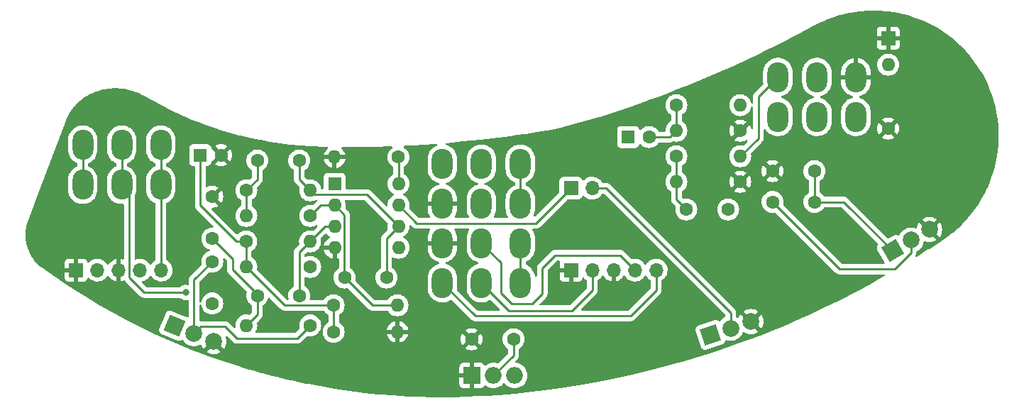
<source format=gbr>
%TF.GenerationSoftware,KiCad,Pcbnew,6.0.4-6f826c9f35~116~ubuntu20.04.1*%
%TF.CreationDate,2022-04-10T21:58:52+02:00*%
%TF.ProjectId,preamp,70726561-6d70-42e6-9b69-6361645f7063,A*%
%TF.SameCoordinates,Original*%
%TF.FileFunction,Copper,L1,Top*%
%TF.FilePolarity,Positive*%
%FSLAX46Y46*%
G04 Gerber Fmt 4.6, Leading zero omitted, Abs format (unit mm)*
G04 Created by KiCad (PCBNEW 6.0.4-6f826c9f35~116~ubuntu20.04.1) date 2022-04-10 21:58:52*
%MOMM*%
%LPD*%
G01*
G04 APERTURE LIST*
G04 Aperture macros list*
%AMHorizOval*
0 Thick line with rounded ends*
0 $1 width*
0 $2 $3 position (X,Y) of the first rounded end (center of the circle)*
0 $4 $5 position (X,Y) of the second rounded end (center of the circle)*
0 Add line between two ends*
20,1,$1,$2,$3,$4,$5,0*
0 Add two circle primitives to create the rounded ends*
1,1,$1,$2,$3*
1,1,$1,$4,$5*%
%AMRotRect*
0 Rectangle, with rotation*
0 The origin of the aperture is its center*
0 $1 length*
0 $2 width*
0 $3 Rotation angle, in degrees counterclockwise*
0 Add horizontal line*
21,1,$1,$2,0,0,$3*%
G04 Aperture macros list end*
%TA.AperFunction,ComponentPad*%
%ADD10C,1.600000*%
%TD*%
%TA.AperFunction,ComponentPad*%
%ADD11O,1.600000X1.600000*%
%TD*%
%TA.AperFunction,ComponentPad*%
%ADD12R,1.700000X1.700000*%
%TD*%
%TA.AperFunction,ComponentPad*%
%ADD13O,1.700000X1.700000*%
%TD*%
%TA.AperFunction,ComponentPad*%
%ADD14R,2.000000X2.000000*%
%TD*%
%TA.AperFunction,ComponentPad*%
%ADD15O,2.000000X2.000000*%
%TD*%
%TA.AperFunction,ComponentPad*%
%ADD16R,1.600000X1.600000*%
%TD*%
%TA.AperFunction,ComponentPad*%
%ADD17RotRect,2.000000X2.000000X68.000000*%
%TD*%
%TA.AperFunction,ComponentPad*%
%ADD18HorizOval,2.000000X0.000000X0.000000X0.000000X0.000000X0*%
%TD*%
%TA.AperFunction,ComponentPad*%
%ADD19C,2.000000*%
%TD*%
%TA.AperFunction,ComponentPad*%
%ADD20RotRect,2.000000X2.000000X108.000000*%
%TD*%
%TA.AperFunction,ComponentPad*%
%ADD21RotRect,2.000000X2.000000X120.000000*%
%TD*%
%TA.AperFunction,ComponentPad*%
%ADD22O,2.500000X3.600000*%
%TD*%
%TA.AperFunction,ViaPad*%
%ADD23C,0.800000*%
%TD*%
%TA.AperFunction,Conductor*%
%ADD24C,0.250000*%
%TD*%
G04 APERTURE END LIST*
D10*
%TO.P,C3,1*%
%TO.N,PREAMP_IN*%
X54356000Y-118872000D03*
%TO.P,C3,2*%
%TO.N,Net-(C10-Pad1)*%
X54356000Y-123872000D03*
%TD*%
%TO.P,R8,1*%
%TO.N,Net-(C1-Pad1)*%
X68834000Y-127254000D03*
D11*
%TO.P,R8,2*%
%TO.N,AUDIO_JACK_SLEEVE_GROUND*%
X76454000Y-127254000D03*
%TD*%
D12*
%TO.P,J2,1,Pin_1*%
%TO.N,AUDIO_JACK_SLEEVE_GROUND*%
X97160000Y-119888000D03*
D13*
%TO.P,J2,2,Pin_2*%
%TO.N,B_YELLOW*%
X99700000Y-119888000D03*
%TO.P,J2,3,Pin_3*%
%TO.N,AUDIO_JACK_SLEEVE_GROUND*%
X102240000Y-119888000D03*
%TO.P,J2,4,Pin_4*%
%TO.N,B_BLACK*%
X104780000Y-119888000D03*
%TO.P,J2,5,Pin_5*%
%TO.N,BRIDGE_OUT*%
X107320000Y-119888000D03*
%TD*%
D10*
%TO.P,C10,1*%
%TO.N,Net-(C10-Pad1)*%
X126198000Y-108077000D03*
%TO.P,C10,2*%
%TO.N,AUDIO_JACK_SLEEVE_GROUND*%
X121198000Y-108077000D03*
%TD*%
%TO.P,C11,1*%
%TO.N,PU_OUT*%
X121198000Y-111760000D03*
%TO.P,C11,2*%
%TO.N,Net-(C10-Pad1)*%
X126198000Y-111760000D03*
%TD*%
D14*
%TO.P,P2,1,Pin_1*%
%TO.N,AUDIO_JACK_SLEEVE_GROUND*%
X85359000Y-132461000D03*
D15*
%TO.P,P2,2,Pin_2*%
%TO.N,Net-(C7-Pad1)*%
X87899000Y-132461000D03*
%TO.P,P2,3,Pin_3*%
%TO.N,PU_OUT*%
X90439000Y-132461000D03*
%TD*%
D16*
%TO.P,C1,1*%
%TO.N,Net-(C1-Pad1)*%
X52919621Y-106172000D03*
D10*
%TO.P,C1,2*%
%TO.N,AUDIO_JACK_SLEEVE_GROUND*%
X55419621Y-106172000D03*
%TD*%
%TO.P,R9,1*%
%TO.N,Net-(C8-Pad2)*%
X109728000Y-100203000D03*
D11*
%TO.P,R9,2*%
%TO.N,PREAMP_OUT*%
X117348000Y-100203000D03*
%TD*%
D10*
%TO.P,R1,1*%
%TO.N,Net-(C4-Pad2)*%
X58420000Y-110363000D03*
D11*
%TO.P,R1,2*%
%TO.N,Net-(C4-Pad1)*%
X66040000Y-110363000D03*
%TD*%
D16*
%TO.P,C8,1*%
%TO.N,Net-(C4-Pad1)*%
X103973621Y-104013000D03*
D10*
%TO.P,C8,2*%
%TO.N,Net-(C8-Pad2)*%
X106473621Y-104013000D03*
%TD*%
D17*
%TO.P,P1,1,Pin_1*%
%TO.N,Net-(C10-Pad1)*%
X49824276Y-126517399D03*
D18*
%TO.P,P1,2,Pin_2*%
%TO.N,PREAMP_IN*%
X52179323Y-127468900D03*
D19*
%TO.P,P1,3,Pin_3*%
%TO.N,AUDIO_JACK_SLEEVE_GROUND*%
X54534370Y-128420400D03*
%TD*%
D10*
%TO.P,R11,1*%
%TO.N,Net-(C9-Pad2)*%
X109728000Y-106299000D03*
D11*
%TO.P,R11,2*%
%TO.N,PREAMP_SW*%
X117348000Y-106299000D03*
%TD*%
D10*
%TO.P,C7,1*%
%TO.N,Net-(C7-Pad1)*%
X90297000Y-128143000D03*
%TO.P,C7,2*%
%TO.N,AUDIO_JACK_SLEEVE_GROUND*%
X85297000Y-128143000D03*
%TD*%
%TO.P,R12,1*%
%TO.N,AUDIO_JACK_SLEEVE_GROUND*%
X117348000Y-109347000D03*
D11*
%TO.P,R12,2*%
%TO.N,Net-(C9-Pad2)*%
X109728000Y-109347000D03*
%TD*%
D10*
%TO.P,R2,1*%
%TO.N,Net-(C6-Pad2)*%
X66040000Y-113411000D03*
D11*
%TO.P,R2,2*%
%TO.N,Net-(C4-Pad2)*%
X58420000Y-113411000D03*
%TD*%
D10*
%TO.P,R5,1*%
%TO.N,PREAMP_IN*%
X66040000Y-126492000D03*
D11*
%TO.P,R5,2*%
%TO.N,Net-(C2-Pad2)*%
X58420000Y-126492000D03*
%TD*%
D10*
%TO.P,R3,1*%
%TO.N,Net-(C1-Pad1)*%
X58410000Y-116459000D03*
D11*
%TO.P,R3,2*%
%TO.N,Net-(C5-Pad2)*%
X66030000Y-116459000D03*
%TD*%
D10*
%TO.P,R6,1*%
%TO.N,Net-(R6-Pad1)*%
X76571000Y-106416000D03*
D11*
%TO.P,R6,2*%
%TO.N,AUDIO_JACK_SLEEVE_GROUND*%
X68951000Y-106416000D03*
%TD*%
D12*
%TO.P,J1,1,Pin_1*%
%TO.N,AUDIO_JACK_SLEEVE_GROUND*%
X38105000Y-119888000D03*
D13*
%TO.P,J1,2,Pin_2*%
%TO.N,N_YELLOW*%
X40645000Y-119888000D03*
%TO.P,J1,3,Pin_3*%
%TO.N,AUDIO_JACK_SLEEVE_GROUND*%
X43185000Y-119888000D03*
%TO.P,J1,4,Pin_4*%
%TO.N,N_BLACK*%
X45725000Y-119888000D03*
%TO.P,J1,5,Pin_5*%
%TO.N,NECK_OUT*%
X48265000Y-119888000D03*
%TD*%
D20*
%TO.P,J4,1,Pin_1*%
%TO.N,AUDIO_JACK_TIP_SIGNAL*%
X113790331Y-127611239D03*
D19*
%TO.P,J4,2,Pin_2*%
%TO.N,9V_NEGATIVE*%
X116206015Y-126826336D03*
%TO.P,J4,3,Pin_3*%
%TO.N,AUDIO_JACK_SLEEVE_GROUND*%
X118621698Y-126041433D03*
%TD*%
D10*
%TO.P,C6,1*%
%TO.N,Net-(C4-Pad1)*%
X75144000Y-120777000D03*
%TO.P,C6,2*%
%TO.N,Net-(C6-Pad2)*%
X70144000Y-120777000D03*
%TD*%
%TO.P,C4,1*%
%TO.N,Net-(C4-Pad1)*%
X64730000Y-106807000D03*
%TO.P,C4,2*%
%TO.N,Net-(C4-Pad2)*%
X59730000Y-106807000D03*
%TD*%
D16*
%TO.P,U1,1,NULL*%
%TO.N,unconnected-(U1-Pad1)*%
X68961000Y-109601000D03*
D11*
%TO.P,U1,2,-*%
%TO.N,Net-(C6-Pad2)*%
X68961000Y-112141000D03*
%TO.P,U1,3,+*%
%TO.N,Net-(C5-Pad2)*%
X68961000Y-114681000D03*
%TO.P,U1,4,V-*%
%TO.N,AUDIO_JACK_SLEEVE_GROUND*%
X68961000Y-117221000D03*
%TO.P,U1,5,NULL*%
%TO.N,unconnected-(U1-Pad5)*%
X76581000Y-117221000D03*
%TO.P,U1,6*%
%TO.N,Net-(C4-Pad1)*%
X76581000Y-114681000D03*
%TO.P,U1,7,V+*%
%TO.N,+9V*%
X76581000Y-112141000D03*
%TO.P,U1,8,IQ*%
%TO.N,Net-(R6-Pad1)*%
X76581000Y-109601000D03*
%TD*%
D10*
%TO.P,C9,1*%
%TO.N,Net-(C6-Pad2)*%
X115911000Y-112649000D03*
%TO.P,C9,2*%
%TO.N,Net-(C9-Pad2)*%
X110911000Y-112649000D03*
%TD*%
D12*
%TO.P,J5,1,Pin_1*%
%TO.N,AUDIO_JACK_SLEEVE_GROUND*%
X135001000Y-92202000D03*
%TD*%
D10*
%TO.P,R13,1*%
%TO.N,AUDIO_JACK_SLEEVE_GROUND*%
X135001000Y-102997000D03*
D11*
%TO.P,R13,2*%
%TO.N,PREAMP_SW*%
X135001000Y-95377000D03*
%TD*%
D10*
%TO.P,C2,1*%
%TO.N,AUDIO_JACK_SLEEVE_GROUND*%
X54356000Y-111125000D03*
%TO.P,C2,2*%
%TO.N,Net-(C2-Pad2)*%
X54356000Y-116125000D03*
%TD*%
%TO.P,R4,1*%
%TO.N,+9V*%
X66040000Y-119507000D03*
D11*
%TO.P,R4,2*%
%TO.N,Net-(C1-Pad1)*%
X58420000Y-119507000D03*
%TD*%
D12*
%TO.P,J3,1,Pin_1*%
%TO.N,+9V*%
X97150000Y-110109000D03*
D13*
%TO.P,J3,2,Pin_2*%
%TO.N,9V_NEGATIVE*%
X99690000Y-110109000D03*
%TD*%
D10*
%TO.P,R7,1*%
%TO.N,Net-(C1-Pad1)*%
X68834000Y-124079000D03*
D11*
%TO.P,R7,2*%
%TO.N,Net-(C6-Pad2)*%
X76454000Y-124079000D03*
%TD*%
D10*
%TO.P,C5,1*%
%TO.N,Net-(C2-Pad2)*%
X59730000Y-122936000D03*
%TO.P,C5,2*%
%TO.N,Net-(C5-Pad2)*%
X64730000Y-122936000D03*
%TD*%
%TO.P,R10,1*%
%TO.N,AUDIO_JACK_SLEEVE_GROUND*%
X117348000Y-103251000D03*
D11*
%TO.P,R10,2*%
%TO.N,Net-(C8-Pad2)*%
X109728000Y-103251000D03*
%TD*%
D21*
%TO.P,P3,1,Pin_1*%
%TO.N,Net-(C10-Pad1)*%
X135524000Y-117594500D03*
D19*
%TO.P,P3,2,Pin_2*%
%TO.N,PU_OUT*%
X137723705Y-116324500D03*
%TO.P,P3,3,Pin_3*%
%TO.N,AUDIO_JACK_SLEEVE_GROUND*%
X139923409Y-115054500D03*
%TD*%
D22*
%TO.P,S1,1,1*%
%TO.N,BRIDGE_OUT*%
X38911000Y-109685000D03*
%TO.P,S1,2,2*%
%TO.N,PU_OUT*%
X43561000Y-109685000D03*
%TO.P,S1,3,3*%
%TO.N,NECK_OUT*%
X48211000Y-109685000D03*
%TO.P,S1,4,4*%
%TO.N,BRIDGE_OUT*%
X38911000Y-104945000D03*
%TO.P,S1,5,5*%
%TO.N,PU_OUT*%
X43561000Y-104945000D03*
%TO.P,S1,6,6*%
%TO.N,NECK_OUT*%
X48211000Y-104945000D03*
%TD*%
%TO.P,S3,1,1*%
%TO.N,PREAMP_IN*%
X121842873Y-101596654D03*
%TO.P,S3,2,2*%
%TO.N,AUDIO_JACK_TIP_SIGNAL*%
X126492873Y-101596654D03*
%TO.P,S3,3,3*%
%TO.N,PREAMP_OUT*%
X131142873Y-101596654D03*
%TO.P,S3,4,4*%
%TO.N,PREAMP_SW*%
X121842873Y-96856654D03*
%TO.P,S3,5,5*%
X126492873Y-96856654D03*
%TO.P,S3,6,6*%
%TO.N,AUDIO_JACK_SLEEVE_GROUND*%
X131142873Y-96856654D03*
%TD*%
%TO.P,S2,1,1*%
%TO.N,BRIDGE_OUT*%
X81812601Y-121426967D03*
%TO.P,S2,2,2*%
%TO.N,B_YELLOW*%
X86462601Y-121426967D03*
%TO.P,S2,3,3*%
%TO.N,Net-(S2-Pad3)*%
X91112601Y-121426967D03*
%TO.P,S2,4,4*%
%TO.N,AUDIO_JACK_SLEEVE_GROUND*%
X81812601Y-116676967D03*
%TO.P,S2,5,5*%
%TO.N,B_BLACK*%
X86462601Y-116676967D03*
%TO.P,S2,6,6*%
%TO.N,Net-(S2-Pad3)*%
X91112601Y-116676967D03*
%TO.P,S2,7,7*%
%TO.N,AUDIO_JACK_SLEEVE_GROUND*%
X81812601Y-111976967D03*
%TO.P,S2,8,8*%
%TO.N,N_BLACK*%
X86462601Y-111976967D03*
%TO.P,S2,9,9*%
%TO.N,Net-(S2-Pad12)*%
X91112601Y-111976967D03*
%TO.P,S2,10,10*%
%TO.N,NECK_OUT*%
X81812601Y-107226967D03*
%TO.P,S2,11,11*%
%TO.N,N_YELLOW*%
X86462601Y-107226967D03*
%TO.P,S2,12,12*%
%TO.N,Net-(S2-Pad12)*%
X91112601Y-107226967D03*
%TD*%
D23*
%TO.N,PU_OUT*%
X51181000Y-122555000D03*
%TO.N,AUDIO_JACK_SLEEVE_GROUND*%
X33401000Y-115189000D03*
X60452000Y-117094000D03*
X144907000Y-112268000D03*
X75057000Y-133731000D03*
X109474000Y-130429000D03*
X58801000Y-131318000D03*
X98298000Y-113411000D03*
X107315000Y-99949000D03*
X57912000Y-104648000D03*
X73533000Y-117348000D03*
X42164000Y-99441000D03*
X117983000Y-95631000D03*
X71247000Y-112395000D03*
X130937000Y-121920000D03*
X63881000Y-125857000D03*
X93726000Y-117602000D03*
X56261000Y-125222000D03*
X78486000Y-105664000D03*
X146685000Y-98679000D03*
X42418000Y-124333000D03*
X92583000Y-104013000D03*
X133604000Y-89408000D03*
%TD*%
D24*
%TO.N,B_BLACK*%
X86462601Y-116676967D02*
X88773000Y-118987366D01*
X103002000Y-118110000D02*
X104780000Y-119888000D01*
X88773000Y-118987366D02*
X88773000Y-122618500D01*
X88773000Y-122618500D02*
X90037980Y-123883480D01*
X90037980Y-123883480D02*
X92524520Y-123883480D01*
X92524520Y-123883480D02*
X93726000Y-122682000D01*
X93726000Y-122682000D02*
X93726000Y-119634000D01*
X93726000Y-119634000D02*
X95250000Y-118110000D01*
X95250000Y-118110000D02*
X103002000Y-118110000D01*
%TO.N,B_YELLOW*%
X86462601Y-121426967D02*
X89749634Y-124714000D01*
X89749634Y-124714000D02*
X97287000Y-124714000D01*
X97287000Y-124714000D02*
X99700000Y-122301000D01*
X99700000Y-122301000D02*
X99700000Y-119888000D01*
%TO.N,BRIDGE_OUT*%
X81812601Y-121426967D02*
X81812601Y-121436601D01*
X81812601Y-121436601D02*
X85725000Y-125349000D01*
X85725000Y-125349000D02*
X104272000Y-125349000D01*
X104272000Y-125349000D02*
X107320000Y-122301000D01*
X107320000Y-122301000D02*
X107320000Y-119888000D01*
%TO.N,9V_NEGATIVE*%
X99563000Y-110109000D02*
X101346000Y-110109000D01*
X101346000Y-110109000D02*
X116206015Y-124969015D01*
X116206015Y-124969015D02*
X116206015Y-126826336D01*
%TO.N,Net-(C1-Pad1)*%
X68834000Y-124079000D02*
X68834000Y-127254000D01*
X62992000Y-124079000D02*
X68834000Y-124079000D01*
X58420000Y-119507000D02*
X62992000Y-124079000D01*
X57213500Y-116459000D02*
X58410000Y-116459000D01*
X52919621Y-106172000D02*
X52919621Y-112165121D01*
X58410000Y-119497000D02*
X58420000Y-119507000D01*
X58410000Y-116459000D02*
X58410000Y-119497000D01*
X52919621Y-112165121D02*
X57213500Y-116459000D01*
%TO.N,Net-(C2-Pad2)*%
X59730000Y-122809000D02*
X59730000Y-125182000D01*
X56769000Y-118538000D02*
X56769000Y-119848000D01*
X56769000Y-119848000D02*
X59730000Y-122809000D01*
X59730000Y-125182000D02*
X58420000Y-126492000D01*
X54356000Y-116125000D02*
X56769000Y-118538000D01*
%TO.N,Net-(C10-Pad1)*%
X129689500Y-111760000D02*
X135524000Y-117594500D01*
X126198000Y-111760000D02*
X129689500Y-111760000D01*
X126198000Y-108077000D02*
X126198000Y-111760000D01*
%TO.N,Net-(C4-Pad2)*%
X58420000Y-110363000D02*
X58420000Y-113411000D01*
X59730000Y-109053000D02*
X58420000Y-110363000D01*
X59730000Y-106807000D02*
X59730000Y-109053000D01*
%TO.N,+9V*%
X76581000Y-112141000D02*
X78740000Y-114300000D01*
X92959000Y-114300000D02*
X97150000Y-110109000D01*
X78740000Y-114300000D02*
X92959000Y-114300000D01*
%TO.N,Net-(C4-Pad1)*%
X66040000Y-110363000D02*
X66548000Y-110871000D01*
X66548000Y-110871000D02*
X72771000Y-110871000D01*
X75144000Y-116118000D02*
X75144000Y-120777000D01*
X64730000Y-109053000D02*
X64730000Y-106807000D01*
X66040000Y-110363000D02*
X64730000Y-109053000D01*
X76581000Y-114681000D02*
X75144000Y-116118000D01*
X72771000Y-110871000D02*
X76581000Y-114681000D01*
%TO.N,Net-(C6-Pad2)*%
X66040000Y-113411000D02*
X67310000Y-112141000D01*
X67310000Y-112141000D02*
X68961000Y-112141000D01*
X73446000Y-124079000D02*
X76454000Y-124079000D01*
X70104000Y-113284000D02*
X70104000Y-120737000D01*
X70104000Y-120737000D02*
X70144000Y-120777000D01*
X70144000Y-120777000D02*
X73446000Y-124079000D01*
X68961000Y-112141000D02*
X70104000Y-113284000D01*
%TO.N,Net-(S2-Pad3)*%
X91112601Y-116676967D02*
X91112601Y-121426967D01*
%TO.N,Net-(S2-Pad12)*%
X91112601Y-111976967D02*
X91112601Y-107226967D01*
%TO.N,PU_OUT*%
X46228000Y-122555000D02*
X44450000Y-120777000D01*
X44450000Y-110574000D02*
X43561000Y-109685000D01*
X121198000Y-111760000D02*
X129199000Y-119761000D01*
X135763000Y-119761000D02*
X137723705Y-117800295D01*
X137723705Y-117800295D02*
X137723705Y-116324500D01*
X51181000Y-122555000D02*
X46228000Y-122555000D01*
X43561000Y-109685000D02*
X43561000Y-104525000D01*
X129199000Y-119761000D02*
X135763000Y-119761000D01*
X44450000Y-120777000D02*
X44450000Y-110574000D01*
%TO.N,PREAMP_IN*%
X57277000Y-128016000D02*
X55880000Y-126619000D01*
X64516000Y-128016000D02*
X57277000Y-128016000D01*
X54356000Y-118872000D02*
X52179323Y-121048677D01*
X66040000Y-126492000D02*
X64516000Y-128016000D01*
X55880000Y-126619000D02*
X53029223Y-126619000D01*
X53029223Y-126619000D02*
X52179323Y-127468900D01*
X52179323Y-121048677D02*
X52179323Y-127468900D01*
%TO.N,PREAMP_SW*%
X119507000Y-104140000D02*
X119507000Y-99192527D01*
X119507000Y-99192527D02*
X121842873Y-96856654D01*
X117348000Y-106299000D02*
X119507000Y-104140000D01*
%TO.N,NECK_OUT*%
X48211000Y-104945000D02*
X48211000Y-109685000D01*
X48211000Y-109685000D02*
X48211000Y-119815000D01*
%TO.N,Net-(C5-Pad2)*%
X66040000Y-116459000D02*
X67818000Y-114681000D01*
X66030000Y-116459000D02*
X66040000Y-116459000D01*
X64730000Y-117759000D02*
X66030000Y-116459000D01*
X64730000Y-122936000D02*
X64730000Y-117759000D01*
X67818000Y-114681000D02*
X68961000Y-114681000D01*
%TO.N,BRIDGE_OUT*%
X38911000Y-104945000D02*
X38911000Y-109685000D01*
%TO.N,Net-(C7-Pad1)*%
X90297000Y-130063000D02*
X87899000Y-132461000D01*
X90297000Y-128143000D02*
X90297000Y-130063000D01*
%TO.N,Net-(C8-Pad2)*%
X106473621Y-104013000D02*
X108966000Y-104013000D01*
X109728000Y-103251000D02*
X109728000Y-100203000D01*
X108966000Y-104013000D02*
X109728000Y-103251000D01*
%TO.N,Net-(C9-Pad2)*%
X109728000Y-106553000D02*
X109728000Y-109347000D01*
X109728000Y-109347000D02*
X109728000Y-111466000D01*
X109728000Y-111466000D02*
X110911000Y-112649000D01*
%TO.N,Net-(R6-Pad1)*%
X76581000Y-109601000D02*
X76581000Y-106426000D01*
%TD*%
%TA.AperFunction,Conductor*%
%TO.N,AUDIO_JACK_SLEEVE_GROUND*%
G36*
X133447464Y-88926354D02*
G01*
X133929775Y-88944233D01*
X134200487Y-88954268D01*
X134206876Y-88954669D01*
X134556737Y-88985532D01*
X134957501Y-89020886D01*
X134963877Y-89021613D01*
X135710128Y-89125957D01*
X135716459Y-89127007D01*
X136456444Y-89269213D01*
X136462713Y-89270584D01*
X137194509Y-89450283D01*
X137200700Y-89451972D01*
X137561534Y-89560329D01*
X137922375Y-89668689D01*
X137928458Y-89670686D01*
X138192709Y-89764954D01*
X138638203Y-89923879D01*
X138644190Y-89926189D01*
X139340079Y-90215170D01*
X139345940Y-90217780D01*
X139705189Y-90388903D01*
X140026234Y-90541828D01*
X140031952Y-90544732D01*
X140694881Y-90903003D01*
X140700421Y-90906183D01*
X140848559Y-90996276D01*
X141344241Y-91297737D01*
X141349637Y-91301210D01*
X141972665Y-91725020D01*
X141977878Y-91728763D01*
X142578543Y-92183761D01*
X142583557Y-92187765D01*
X143160271Y-92672748D01*
X143165064Y-92676991D01*
X143622743Y-93103490D01*
X143716337Y-93190708D01*
X143720919Y-93195201D01*
X144245316Y-93736314D01*
X144249663Y-93741034D01*
X144745839Y-94308153D01*
X144749940Y-94313089D01*
X145216584Y-94904715D01*
X145220426Y-94909849D01*
X145646357Y-95510387D01*
X145656357Y-95524487D01*
X145659930Y-95529807D01*
X145984976Y-96041448D01*
X146064007Y-96165848D01*
X146067305Y-96171344D01*
X146097785Y-96225197D01*
X146438469Y-96827125D01*
X146441486Y-96832788D01*
X146778770Y-97506594D01*
X146781496Y-97512404D01*
X147084047Y-98202532D01*
X147086473Y-98208473D01*
X147333835Y-98861226D01*
X147353493Y-98913102D01*
X147355612Y-98919155D01*
X147377343Y-98986693D01*
X147586405Y-99636452D01*
X147588215Y-99642609D01*
X147782198Y-100370759D01*
X147783691Y-100377000D01*
X147940343Y-101114049D01*
X147941517Y-101120358D01*
X148060443Y-101864444D01*
X148061294Y-101870803D01*
X148141847Y-102616878D01*
X148142181Y-102619974D01*
X148142706Y-102626358D01*
X148152948Y-102807067D01*
X148185346Y-103378682D01*
X148185546Y-103385096D01*
X148186995Y-103640176D01*
X148189815Y-104136414D01*
X148189827Y-104138611D01*
X148189700Y-104145018D01*
X148155884Y-104891771D01*
X148155612Y-104897771D01*
X148155160Y-104904156D01*
X148090429Y-105575039D01*
X148082789Y-105654225D01*
X148082011Y-105660591D01*
X147986590Y-106304475D01*
X147971548Y-106405973D01*
X147970447Y-106412288D01*
X147918391Y-106671671D01*
X147822173Y-107151102D01*
X147820750Y-107157359D01*
X147635063Y-107887629D01*
X147633324Y-107893806D01*
X147410694Y-108613683D01*
X147408643Y-108619764D01*
X147149640Y-109327403D01*
X147147281Y-109333371D01*
X147104558Y-109433916D01*
X146853066Y-110025775D01*
X146852600Y-110026871D01*
X146849946Y-110032699D01*
X146719263Y-110301354D01*
X146520326Y-110710323D01*
X146517373Y-110716020D01*
X146153694Y-111375958D01*
X146150454Y-111381498D01*
X145753625Y-112022099D01*
X145750108Y-112027466D01*
X145467296Y-112435974D01*
X145342594Y-112616100D01*
X145321209Y-112646989D01*
X145317428Y-112652165D01*
X145177956Y-112833184D01*
X144857527Y-113249066D01*
X144853483Y-113254048D01*
X144528944Y-113633607D01*
X144374547Y-113814180D01*
X144363779Y-113826773D01*
X144359488Y-113831540D01*
X144354600Y-113836700D01*
X143841269Y-114378580D01*
X143836738Y-114383125D01*
X143291342Y-114903069D01*
X143286586Y-114907377D01*
X142715435Y-115398869D01*
X142710466Y-115402930D01*
X142536598Y-115537770D01*
X142115002Y-115864731D01*
X142109859Y-115868513D01*
X141525993Y-116275464D01*
X141506339Y-116286684D01*
X141491444Y-116293493D01*
X141489863Y-116294861D01*
X141486443Y-116296472D01*
X141464712Y-116315715D01*
X141450815Y-116326391D01*
X139918501Y-117342356D01*
X139795338Y-117424016D01*
X139793386Y-117425285D01*
X138459768Y-118274400D01*
X138391565Y-118294114D01*
X138323530Y-118273824D01*
X138277264Y-118219972D01*
X138267457Y-118149656D01*
X138276460Y-118118077D01*
X138290872Y-118084771D01*
X138296096Y-118074107D01*
X138313580Y-118042304D01*
X138313581Y-118042302D01*
X138317400Y-118035355D01*
X138322438Y-118015732D01*
X138328842Y-117997029D01*
X138333738Y-117985715D01*
X138333738Y-117985714D01*
X138336886Y-117978440D01*
X138338125Y-117970617D01*
X138338128Y-117970607D01*
X138343804Y-117934771D01*
X138346210Y-117923151D01*
X138355233Y-117888006D01*
X138355233Y-117888005D01*
X138357205Y-117880325D01*
X138357205Y-117860071D01*
X138358756Y-117840360D01*
X138360685Y-117828181D01*
X138361925Y-117820352D01*
X138361179Y-117812458D01*
X138358800Y-117787287D01*
X138372303Y-117717587D01*
X138418406Y-117667998D01*
X138441898Y-117653602D01*
X138613121Y-117548676D01*
X138793674Y-117394469D01*
X138947881Y-117213916D01*
X138950460Y-117209708D01*
X138950464Y-117209702D01*
X139069359Y-117015683D01*
X139071945Y-117011463D01*
X139075137Y-117003758D01*
X139160916Y-116796667D01*
X139160917Y-116796665D01*
X139162810Y-116792094D01*
X139218240Y-116561211D01*
X139218285Y-116561222D01*
X139248042Y-116498462D01*
X139308312Y-116460939D01*
X139379301Y-116461957D01*
X139390291Y-116465923D01*
X139451397Y-116491234D01*
X139460782Y-116494283D01*
X139681963Y-116547385D01*
X139691710Y-116548928D01*
X139918479Y-116566775D01*
X139928339Y-116566775D01*
X140155108Y-116548928D01*
X140164855Y-116547385D01*
X140386036Y-116494283D01*
X140395421Y-116491234D01*
X140605572Y-116404187D01*
X140614367Y-116399705D01*
X140781854Y-116297068D01*
X140791316Y-116286610D01*
X140787533Y-116277834D01*
X139565331Y-115055632D01*
X140287817Y-115055632D01*
X140287948Y-115057465D01*
X140292199Y-115064080D01*
X141143699Y-115915580D01*
X141156079Y-115922340D01*
X141163729Y-115916613D01*
X141268614Y-115745458D01*
X141273096Y-115736663D01*
X141360143Y-115526512D01*
X141363192Y-115517127D01*
X141416294Y-115295946D01*
X141417837Y-115286199D01*
X141435684Y-115059430D01*
X141435684Y-115049570D01*
X141417837Y-114822801D01*
X141416294Y-114813054D01*
X141363192Y-114591873D01*
X141360143Y-114582488D01*
X141273096Y-114372337D01*
X141268614Y-114363542D01*
X141165977Y-114196055D01*
X141155519Y-114186593D01*
X141146743Y-114190376D01*
X140295431Y-115041688D01*
X140287817Y-115055632D01*
X139565331Y-115055632D01*
X138703119Y-114193420D01*
X138690739Y-114186660D01*
X138683089Y-114192387D01*
X138578204Y-114363542D01*
X138573722Y-114372337D01*
X138486675Y-114582488D01*
X138483626Y-114591873D01*
X138430522Y-114813063D01*
X138430046Y-114816070D01*
X138429548Y-114817119D01*
X138429369Y-114817867D01*
X138429212Y-114817829D01*
X138399633Y-114880222D01*
X138339364Y-114917748D01*
X138268375Y-114916733D01*
X138257381Y-114912766D01*
X138195877Y-114887291D01*
X138195874Y-114887290D01*
X138191299Y-114885395D01*
X138083655Y-114859552D01*
X137965229Y-114831120D01*
X137965223Y-114831119D01*
X137960416Y-114829965D01*
X137723705Y-114811335D01*
X137486994Y-114829965D01*
X137482187Y-114831119D01*
X137482181Y-114831120D01*
X137363755Y-114859552D01*
X137256111Y-114885395D01*
X137251540Y-114887288D01*
X137251538Y-114887289D01*
X137041316Y-114974365D01*
X137041312Y-114974367D01*
X137036742Y-114976260D01*
X137032522Y-114978846D01*
X136838503Y-115097741D01*
X136838497Y-115097745D01*
X136834289Y-115100324D01*
X136653736Y-115254531D01*
X136499529Y-115435084D01*
X136496950Y-115439292D01*
X136496946Y-115439298D01*
X136418432Y-115567422D01*
X136375465Y-115637537D01*
X136373572Y-115642107D01*
X136373570Y-115642111D01*
X136357434Y-115681067D01*
X136343279Y-115715243D01*
X136336976Y-115730459D01*
X136292428Y-115785740D01*
X136225065Y-115808161D01*
X136158450Y-115790775D01*
X136156917Y-115789514D01*
X136148091Y-115785740D01*
X136094105Y-115762658D01*
X136022988Y-115732251D01*
X136014079Y-115731181D01*
X136014076Y-115731180D01*
X135922626Y-115720194D01*
X135878371Y-115714878D01*
X135869516Y-115716352D01*
X135869513Y-115716352D01*
X135742480Y-115737496D01*
X135742478Y-115737497D01*
X135734689Y-115738793D01*
X135727469Y-115741978D01*
X135727464Y-115741979D01*
X135704380Y-115752161D01*
X135677461Y-115764034D01*
X135071410Y-116113937D01*
X135002417Y-116130675D01*
X134935325Y-116107455D01*
X134919317Y-116093913D01*
X132647794Y-113822390D01*
X139055502Y-113822390D01*
X139059285Y-113831166D01*
X139910597Y-114682478D01*
X139924541Y-114690092D01*
X139926374Y-114689961D01*
X139932989Y-114685710D01*
X140784489Y-113834210D01*
X140791249Y-113821830D01*
X140785522Y-113814180D01*
X140614367Y-113709295D01*
X140605572Y-113704813D01*
X140395421Y-113617766D01*
X140386036Y-113614717D01*
X140164855Y-113561615D01*
X140155108Y-113560072D01*
X139928339Y-113542225D01*
X139918479Y-113542225D01*
X139691710Y-113560072D01*
X139681963Y-113561615D01*
X139460782Y-113614717D01*
X139451397Y-113617766D01*
X139241246Y-113704813D01*
X139232451Y-113709295D01*
X139064964Y-113811932D01*
X139055502Y-113822390D01*
X132647794Y-113822390D01*
X130193152Y-111367747D01*
X130185612Y-111359461D01*
X130181500Y-111352982D01*
X130175683Y-111347519D01*
X130131849Y-111306357D01*
X130129007Y-111303602D01*
X130109270Y-111283865D01*
X130106073Y-111281385D01*
X130097051Y-111273680D01*
X130081450Y-111259030D01*
X130064821Y-111243414D01*
X130057875Y-111239595D01*
X130057872Y-111239593D01*
X130047066Y-111233652D01*
X130030547Y-111222801D01*
X130028351Y-111221098D01*
X130014541Y-111210386D01*
X130007272Y-111207241D01*
X130007268Y-111207238D01*
X129973963Y-111192826D01*
X129963313Y-111187609D01*
X129924560Y-111166305D01*
X129904937Y-111161267D01*
X129886234Y-111154863D01*
X129874920Y-111149967D01*
X129874919Y-111149967D01*
X129867645Y-111146819D01*
X129859822Y-111145580D01*
X129859812Y-111145577D01*
X129823976Y-111139901D01*
X129812356Y-111137495D01*
X129777211Y-111128472D01*
X129777210Y-111128472D01*
X129769530Y-111126500D01*
X129749276Y-111126500D01*
X129729565Y-111124949D01*
X129717386Y-111123020D01*
X129709557Y-111121780D01*
X129701665Y-111122526D01*
X129665539Y-111125941D01*
X129653681Y-111126500D01*
X127417394Y-111126500D01*
X127349273Y-111106498D01*
X127314181Y-111072771D01*
X127207357Y-110920211D01*
X127207355Y-110920208D01*
X127204198Y-110915700D01*
X127042300Y-110753802D01*
X127037792Y-110750645D01*
X127037789Y-110750643D01*
X126885229Y-110643819D01*
X126840901Y-110588362D01*
X126831500Y-110540606D01*
X126831500Y-109296394D01*
X126851502Y-109228273D01*
X126885229Y-109193181D01*
X127037789Y-109086357D01*
X127037792Y-109086355D01*
X127042300Y-109083198D01*
X127204198Y-108921300D01*
X127216845Y-108903239D01*
X127312427Y-108766733D01*
X127335523Y-108733749D01*
X127337846Y-108728767D01*
X127337849Y-108728762D01*
X127429961Y-108531225D01*
X127429961Y-108531224D01*
X127432284Y-108526243D01*
X127438593Y-108502700D01*
X127490119Y-108310402D01*
X127490119Y-108310400D01*
X127491543Y-108305087D01*
X127511498Y-108077000D01*
X127491543Y-107848913D01*
X127462117Y-107739093D01*
X127433707Y-107633067D01*
X127433706Y-107633065D01*
X127432284Y-107627757D01*
X127417117Y-107595231D01*
X127337849Y-107425238D01*
X127337846Y-107425233D01*
X127335523Y-107420251D01*
X127230370Y-107270077D01*
X127207357Y-107237211D01*
X127207355Y-107237208D01*
X127204198Y-107232700D01*
X127042300Y-107070802D01*
X127037792Y-107067645D01*
X127037789Y-107067643D01*
X126911920Y-106979509D01*
X126854749Y-106939477D01*
X126849767Y-106937154D01*
X126849762Y-106937151D01*
X126652225Y-106845039D01*
X126652224Y-106845039D01*
X126647243Y-106842716D01*
X126641935Y-106841294D01*
X126641933Y-106841293D01*
X126431402Y-106784881D01*
X126431400Y-106784881D01*
X126426087Y-106783457D01*
X126198000Y-106763502D01*
X125969913Y-106783457D01*
X125964600Y-106784881D01*
X125964598Y-106784881D01*
X125754067Y-106841293D01*
X125754065Y-106841294D01*
X125748757Y-106842716D01*
X125743776Y-106845039D01*
X125743775Y-106845039D01*
X125546238Y-106937151D01*
X125546233Y-106937154D01*
X125541251Y-106939477D01*
X125484080Y-106979509D01*
X125358211Y-107067643D01*
X125358208Y-107067645D01*
X125353700Y-107070802D01*
X125191802Y-107232700D01*
X125188645Y-107237208D01*
X125188643Y-107237211D01*
X125165630Y-107270077D01*
X125060477Y-107420251D01*
X125058154Y-107425233D01*
X125058151Y-107425238D01*
X124978883Y-107595231D01*
X124963716Y-107627757D01*
X124962294Y-107633065D01*
X124962293Y-107633067D01*
X124933883Y-107739093D01*
X124904457Y-107848913D01*
X124884502Y-108077000D01*
X124904457Y-108305087D01*
X124905881Y-108310400D01*
X124905881Y-108310402D01*
X124957408Y-108502700D01*
X124963716Y-108526243D01*
X124966039Y-108531224D01*
X124966039Y-108531225D01*
X125058151Y-108728762D01*
X125058154Y-108728767D01*
X125060477Y-108733749D01*
X125083573Y-108766733D01*
X125179156Y-108903239D01*
X125191802Y-108921300D01*
X125353700Y-109083198D01*
X125358208Y-109086355D01*
X125358211Y-109086357D01*
X125510771Y-109193181D01*
X125555099Y-109248638D01*
X125564500Y-109296394D01*
X125564500Y-110540606D01*
X125544498Y-110608727D01*
X125510771Y-110643819D01*
X125358211Y-110750643D01*
X125358208Y-110750645D01*
X125353700Y-110753802D01*
X125191802Y-110915700D01*
X125188645Y-110920208D01*
X125188643Y-110920211D01*
X125143141Y-110985195D01*
X125060477Y-111103251D01*
X125058154Y-111108233D01*
X125058151Y-111108238D01*
X124977409Y-111281392D01*
X124963716Y-111310757D01*
X124962294Y-111316065D01*
X124962293Y-111316067D01*
X124907194Y-111521699D01*
X124904457Y-111531913D01*
X124884502Y-111760000D01*
X124904457Y-111988087D01*
X124905881Y-111993400D01*
X124905881Y-111993402D01*
X124937375Y-112110936D01*
X124963716Y-112209243D01*
X124966039Y-112214224D01*
X124966039Y-112214225D01*
X125058151Y-112411762D01*
X125058154Y-112411767D01*
X125060477Y-112416749D01*
X125086496Y-112453908D01*
X125185861Y-112595815D01*
X125191802Y-112604300D01*
X125353700Y-112766198D01*
X125358208Y-112769355D01*
X125358211Y-112769357D01*
X125384292Y-112787619D01*
X125541251Y-112897523D01*
X125546233Y-112899846D01*
X125546238Y-112899849D01*
X125737848Y-112989197D01*
X125748757Y-112994284D01*
X125754065Y-112995706D01*
X125754067Y-112995707D01*
X125964598Y-113052119D01*
X125964600Y-113052119D01*
X125969913Y-113053543D01*
X126198000Y-113073498D01*
X126426087Y-113053543D01*
X126431400Y-113052119D01*
X126431402Y-113052119D01*
X126641933Y-112995707D01*
X126641935Y-112995706D01*
X126647243Y-112994284D01*
X126658152Y-112989197D01*
X126849762Y-112899849D01*
X126849767Y-112899846D01*
X126854749Y-112897523D01*
X127011708Y-112787619D01*
X127037789Y-112769357D01*
X127037792Y-112769355D01*
X127042300Y-112766198D01*
X127204198Y-112604300D01*
X127207357Y-112599789D01*
X127314181Y-112447229D01*
X127369638Y-112402901D01*
X127417394Y-112393500D01*
X129374906Y-112393500D01*
X129443027Y-112413502D01*
X129464001Y-112430405D01*
X133762821Y-116729226D01*
X133796847Y-116791538D01*
X133791782Y-116862354D01*
X133771022Y-116898380D01*
X133719014Y-116961583D01*
X133661751Y-117095512D01*
X133660681Y-117104421D01*
X133660680Y-117104424D01*
X133654662Y-117154520D01*
X133644378Y-117240129D01*
X133645852Y-117248984D01*
X133645852Y-117248987D01*
X133664447Y-117360707D01*
X133668293Y-117383811D01*
X133671478Y-117391031D01*
X133671479Y-117391036D01*
X133683612Y-117418543D01*
X133693534Y-117441039D01*
X134552995Y-118929670D01*
X134558093Y-118938500D01*
X134574831Y-119007495D01*
X134551611Y-119074587D01*
X134495803Y-119118474D01*
X134448974Y-119127500D01*
X129513594Y-119127500D01*
X129445473Y-119107498D01*
X129424499Y-119090595D01*
X122507152Y-112173248D01*
X122473126Y-112110936D01*
X122474541Y-112051541D01*
X122490118Y-111993409D01*
X122490120Y-111993398D01*
X122491543Y-111988087D01*
X122511498Y-111760000D01*
X122491543Y-111531913D01*
X122488806Y-111521699D01*
X122433707Y-111316067D01*
X122433706Y-111316065D01*
X122432284Y-111310757D01*
X122418591Y-111281392D01*
X122337849Y-111108238D01*
X122337846Y-111108233D01*
X122335523Y-111103251D01*
X122252859Y-110985195D01*
X122207357Y-110920211D01*
X122207355Y-110920208D01*
X122204198Y-110915700D01*
X122042300Y-110753802D01*
X122037792Y-110750645D01*
X122037789Y-110750643D01*
X121959611Y-110695902D01*
X121854749Y-110622477D01*
X121849767Y-110620154D01*
X121849762Y-110620151D01*
X121652225Y-110528039D01*
X121652224Y-110528039D01*
X121647243Y-110525716D01*
X121641935Y-110524294D01*
X121641933Y-110524293D01*
X121431402Y-110467881D01*
X121431400Y-110467881D01*
X121426087Y-110466457D01*
X121198000Y-110446502D01*
X120969913Y-110466457D01*
X120964600Y-110467881D01*
X120964598Y-110467881D01*
X120754067Y-110524293D01*
X120754065Y-110524294D01*
X120748757Y-110525716D01*
X120743776Y-110528039D01*
X120743775Y-110528039D01*
X120546238Y-110620151D01*
X120546233Y-110620154D01*
X120541251Y-110622477D01*
X120436389Y-110695902D01*
X120358211Y-110750643D01*
X120358208Y-110750645D01*
X120353700Y-110753802D01*
X120191802Y-110915700D01*
X120188645Y-110920208D01*
X120188643Y-110920211D01*
X120143141Y-110985195D01*
X120060477Y-111103251D01*
X120058154Y-111108233D01*
X120058151Y-111108238D01*
X119977409Y-111281392D01*
X119963716Y-111310757D01*
X119962294Y-111316065D01*
X119962293Y-111316067D01*
X119907194Y-111521699D01*
X119904457Y-111531913D01*
X119884502Y-111760000D01*
X119904457Y-111988087D01*
X119905881Y-111993400D01*
X119905881Y-111993402D01*
X119937375Y-112110936D01*
X119963716Y-112209243D01*
X119966039Y-112214224D01*
X119966039Y-112214225D01*
X120058151Y-112411762D01*
X120058154Y-112411767D01*
X120060477Y-112416749D01*
X120086496Y-112453908D01*
X120185861Y-112595815D01*
X120191802Y-112604300D01*
X120353700Y-112766198D01*
X120358208Y-112769355D01*
X120358211Y-112769357D01*
X120384292Y-112787619D01*
X120541251Y-112897523D01*
X120546233Y-112899846D01*
X120546238Y-112899849D01*
X120737848Y-112989197D01*
X120748757Y-112994284D01*
X120754065Y-112995706D01*
X120754067Y-112995707D01*
X120964598Y-113052119D01*
X120964600Y-113052119D01*
X120969913Y-113053543D01*
X121198000Y-113073498D01*
X121426087Y-113053543D01*
X121431398Y-113052120D01*
X121431409Y-113052118D01*
X121489541Y-113036541D01*
X121560517Y-113038230D01*
X121611248Y-113069152D01*
X128695343Y-120153247D01*
X128702887Y-120161537D01*
X128707000Y-120168018D01*
X128712777Y-120173443D01*
X128756667Y-120214658D01*
X128759509Y-120217413D01*
X128779231Y-120237135D01*
X128782373Y-120239572D01*
X128782433Y-120239619D01*
X128791445Y-120247317D01*
X128805694Y-120260697D01*
X128823679Y-120277586D01*
X128830622Y-120281403D01*
X128841431Y-120287345D01*
X128857953Y-120298198D01*
X128873959Y-120310614D01*
X128881237Y-120313764D01*
X128881238Y-120313764D01*
X128914537Y-120328174D01*
X128925187Y-120333391D01*
X128963940Y-120354695D01*
X128971615Y-120356666D01*
X128971616Y-120356666D01*
X128983562Y-120359733D01*
X129002267Y-120366137D01*
X129020855Y-120374181D01*
X129028678Y-120375420D01*
X129028688Y-120375423D01*
X129064524Y-120381099D01*
X129076144Y-120383505D01*
X129111289Y-120392528D01*
X129118970Y-120394500D01*
X129139224Y-120394500D01*
X129158934Y-120396051D01*
X129178943Y-120399220D01*
X129186835Y-120398474D01*
X129222961Y-120395059D01*
X129234819Y-120394500D01*
X134480871Y-120394500D01*
X134548992Y-120414502D01*
X134595485Y-120468158D01*
X134605589Y-120538432D01*
X134576095Y-120603012D01*
X134542541Y-120630376D01*
X133785148Y-121055464D01*
X132837536Y-121587312D01*
X132835491Y-121588435D01*
X131051417Y-122546767D01*
X131049353Y-122547851D01*
X129247844Y-123472998D01*
X129245783Y-123474032D01*
X127427409Y-124365704D01*
X127425450Y-124366643D01*
X125897132Y-125081301D01*
X125590841Y-125224526D01*
X125588719Y-125225494D01*
X124737323Y-125604574D01*
X123771491Y-126034606D01*
X123738684Y-126049213D01*
X123736553Y-126050138D01*
X123269534Y-126247802D01*
X121871534Y-126839499D01*
X121869378Y-126840388D01*
X119990097Y-127595082D01*
X119987925Y-127595931D01*
X119716692Y-127699067D01*
X118094994Y-128315716D01*
X118092848Y-128316510D01*
X117540210Y-128515022D01*
X116186857Y-129001158D01*
X116184654Y-129001926D01*
X114266404Y-129651150D01*
X114264189Y-129651877D01*
X112334218Y-130265498D01*
X112331989Y-130266184D01*
X110391009Y-130843973D01*
X110388767Y-130844618D01*
X109976712Y-130959020D01*
X108437365Y-131386401D01*
X108435192Y-131386982D01*
X106474056Y-131892565D01*
X106471897Y-131893100D01*
X105116906Y-132215795D01*
X104501767Y-132362292D01*
X104499493Y-132362811D01*
X102521094Y-132795441D01*
X102518811Y-132795918D01*
X100532753Y-133191855D01*
X100530462Y-133192290D01*
X98537364Y-133551411D01*
X98535065Y-133551803D01*
X97568861Y-133707490D01*
X96812993Y-133829285D01*
X96535724Y-133873962D01*
X96533422Y-133874311D01*
X94528378Y-134159422D01*
X94526133Y-134159720D01*
X93940571Y-134231956D01*
X92516159Y-134407672D01*
X92513842Y-134407936D01*
X90499677Y-134618638D01*
X90497356Y-134618859D01*
X88479678Y-134792242D01*
X88477352Y-134792421D01*
X87111696Y-134884348D01*
X86503183Y-134925309D01*
X86482584Y-134925007D01*
X86461521Y-134922968D01*
X86452711Y-134924644D01*
X86452707Y-134924644D01*
X86431544Y-134928670D01*
X86413941Y-134930749D01*
X86012531Y-134949701D01*
X84704503Y-135011459D01*
X84701863Y-135011556D01*
X82950689Y-135056436D01*
X82948050Y-135056474D01*
X82088970Y-135059968D01*
X81196400Y-135063597D01*
X81193684Y-135063579D01*
X80317981Y-135048262D01*
X79442238Y-135032944D01*
X79439604Y-135032869D01*
X78564416Y-134998679D01*
X77689269Y-134964490D01*
X77686557Y-134964355D01*
X75938096Y-134858264D01*
X75935387Y-134858070D01*
X74501528Y-134740001D01*
X74189653Y-134714320D01*
X74186966Y-134714070D01*
X72444714Y-134532722D01*
X72442039Y-134532414D01*
X71452606Y-134407814D01*
X70704062Y-134313549D01*
X70701371Y-134313180D01*
X68968606Y-134056918D01*
X68965924Y-134056492D01*
X67239039Y-133762933D01*
X67236366Y-133762449D01*
X65900764Y-133505669D01*
X83851001Y-133505669D01*
X83851371Y-133512490D01*
X83856895Y-133563352D01*
X83860521Y-133578604D01*
X83905676Y-133699054D01*
X83914214Y-133714649D01*
X83990715Y-133816724D01*
X84003276Y-133829285D01*
X84105351Y-133905786D01*
X84120946Y-133914324D01*
X84241394Y-133959478D01*
X84256649Y-133963105D01*
X84307514Y-133968631D01*
X84314328Y-133969000D01*
X85086885Y-133969000D01*
X85102124Y-133964525D01*
X85103329Y-133963135D01*
X85105000Y-133955452D01*
X85105000Y-133950884D01*
X85613000Y-133950884D01*
X85617475Y-133966123D01*
X85618865Y-133967328D01*
X85626548Y-133968999D01*
X86403669Y-133968999D01*
X86410490Y-133968629D01*
X86461352Y-133963105D01*
X86476604Y-133959479D01*
X86597054Y-133914324D01*
X86612649Y-133905786D01*
X86714724Y-133829285D01*
X86727285Y-133816724D01*
X86803787Y-133714647D01*
X86805895Y-133710797D01*
X86808978Y-133707720D01*
X86809172Y-133707462D01*
X86809209Y-133707490D01*
X86856152Y-133660650D01*
X86925543Y-133645635D01*
X86992036Y-133670519D01*
X86998231Y-133675479D01*
X87009584Y-133685176D01*
X87212037Y-133809240D01*
X87216607Y-133811133D01*
X87216611Y-133811135D01*
X87426833Y-133898211D01*
X87431406Y-133900105D01*
X87490633Y-133914324D01*
X87657476Y-133954380D01*
X87657482Y-133954381D01*
X87662289Y-133955535D01*
X87899000Y-133974165D01*
X88135711Y-133955535D01*
X88140518Y-133954381D01*
X88140524Y-133954380D01*
X88307367Y-133914324D01*
X88366594Y-133900105D01*
X88371167Y-133898211D01*
X88581389Y-133811135D01*
X88581393Y-133811133D01*
X88585963Y-133809240D01*
X88662319Y-133762449D01*
X88784202Y-133687759D01*
X88784208Y-133687755D01*
X88788416Y-133685176D01*
X88968969Y-133530969D01*
X88972177Y-133527213D01*
X88972182Y-133527208D01*
X89073189Y-133408944D01*
X89132639Y-133370134D01*
X89203634Y-133369628D01*
X89264811Y-133408944D01*
X89365818Y-133527208D01*
X89365823Y-133527213D01*
X89369031Y-133530969D01*
X89549584Y-133685176D01*
X89553792Y-133687755D01*
X89553798Y-133687759D01*
X89675681Y-133762449D01*
X89752037Y-133809240D01*
X89756607Y-133811133D01*
X89756611Y-133811135D01*
X89966833Y-133898211D01*
X89971406Y-133900105D01*
X90030633Y-133914324D01*
X90197476Y-133954380D01*
X90197482Y-133954381D01*
X90202289Y-133955535D01*
X90439000Y-133974165D01*
X90675711Y-133955535D01*
X90680518Y-133954381D01*
X90680524Y-133954380D01*
X90847367Y-133914324D01*
X90906594Y-133900105D01*
X90911167Y-133898211D01*
X91121389Y-133811135D01*
X91121393Y-133811133D01*
X91125963Y-133809240D01*
X91202319Y-133762449D01*
X91324202Y-133687759D01*
X91324208Y-133687755D01*
X91328416Y-133685176D01*
X91508969Y-133530969D01*
X91663176Y-133350416D01*
X91665755Y-133346208D01*
X91665759Y-133346202D01*
X91784654Y-133152183D01*
X91787240Y-133147963D01*
X91822230Y-133063491D01*
X91876211Y-132933167D01*
X91876212Y-132933165D01*
X91878105Y-132928594D01*
X91910072Y-132795441D01*
X91932380Y-132702524D01*
X91932381Y-132702518D01*
X91933535Y-132697711D01*
X91952165Y-132461000D01*
X91933535Y-132224289D01*
X91929385Y-132207000D01*
X91879260Y-131998218D01*
X91878105Y-131993406D01*
X91787240Y-131774037D01*
X91765034Y-131737800D01*
X91665759Y-131575798D01*
X91665755Y-131575792D01*
X91663176Y-131571584D01*
X91508969Y-131391031D01*
X91328416Y-131236824D01*
X91324208Y-131234245D01*
X91324202Y-131234241D01*
X91130183Y-131115346D01*
X91125963Y-131112760D01*
X91121393Y-131110867D01*
X91121389Y-131110865D01*
X90911167Y-131023789D01*
X90911165Y-131023788D01*
X90906594Y-131021895D01*
X90826391Y-131002640D01*
X90680524Y-130967620D01*
X90680518Y-130967619D01*
X90675711Y-130966465D01*
X90590093Y-130959727D01*
X90523753Y-130934442D01*
X90481613Y-130877304D01*
X90477054Y-130806454D01*
X90510885Y-130745020D01*
X90689253Y-130566652D01*
X90697539Y-130559112D01*
X90704018Y-130555000D01*
X90750644Y-130505348D01*
X90753398Y-130502507D01*
X90773135Y-130482770D01*
X90775615Y-130479573D01*
X90783320Y-130470551D01*
X90808159Y-130444100D01*
X90813586Y-130438321D01*
X90817405Y-130431375D01*
X90817407Y-130431372D01*
X90823348Y-130420566D01*
X90834199Y-130404047D01*
X90841758Y-130394301D01*
X90846614Y-130388041D01*
X90849759Y-130380772D01*
X90849762Y-130380768D01*
X90864174Y-130347463D01*
X90869391Y-130336813D01*
X90890695Y-130298060D01*
X90895733Y-130278437D01*
X90902137Y-130259734D01*
X90907033Y-130248420D01*
X90907033Y-130248419D01*
X90910181Y-130241145D01*
X90911420Y-130233322D01*
X90911423Y-130233312D01*
X90917099Y-130197476D01*
X90919505Y-130185856D01*
X90928528Y-130150711D01*
X90928528Y-130150710D01*
X90930500Y-130143030D01*
X90930500Y-130122776D01*
X90932051Y-130103065D01*
X90933980Y-130090886D01*
X90935220Y-130083057D01*
X90931059Y-130039038D01*
X90930500Y-130027181D01*
X90930500Y-129362394D01*
X90950502Y-129294273D01*
X90984229Y-129259181D01*
X91136789Y-129152357D01*
X91136792Y-129152355D01*
X91141300Y-129149198D01*
X91303198Y-128987300D01*
X91307136Y-128981677D01*
X91398075Y-128851802D01*
X91434523Y-128799749D01*
X91436846Y-128794767D01*
X91436849Y-128794762D01*
X91528961Y-128597225D01*
X91528961Y-128597224D01*
X91531284Y-128592243D01*
X91535757Y-128575552D01*
X91589119Y-128376402D01*
X91589119Y-128376400D01*
X91590543Y-128371087D01*
X91610498Y-128143000D01*
X91590543Y-127914913D01*
X91580797Y-127878539D01*
X91532707Y-127699067D01*
X91532706Y-127699065D01*
X91531284Y-127693757D01*
X91502416Y-127631849D01*
X91436849Y-127491238D01*
X91436846Y-127491233D01*
X91434523Y-127486251D01*
X91310300Y-127308842D01*
X91306357Y-127303211D01*
X91306355Y-127303208D01*
X91303198Y-127298700D01*
X91141300Y-127136802D01*
X91136792Y-127133645D01*
X91136789Y-127133643D01*
X91010920Y-127045509D01*
X90953749Y-127005477D01*
X90948767Y-127003154D01*
X90948762Y-127003151D01*
X90751225Y-126911039D01*
X90751224Y-126911039D01*
X90746243Y-126908716D01*
X90740935Y-126907294D01*
X90740933Y-126907293D01*
X90530402Y-126850881D01*
X90530400Y-126850881D01*
X90525087Y-126849457D01*
X90297000Y-126829502D01*
X90068913Y-126849457D01*
X90063600Y-126850881D01*
X90063598Y-126850881D01*
X89853067Y-126907293D01*
X89853065Y-126907294D01*
X89847757Y-126908716D01*
X89842776Y-126911039D01*
X89842775Y-126911039D01*
X89645238Y-127003151D01*
X89645233Y-127003154D01*
X89640251Y-127005477D01*
X89583080Y-127045509D01*
X89457211Y-127133643D01*
X89457208Y-127133645D01*
X89452700Y-127136802D01*
X89290802Y-127298700D01*
X89287645Y-127303208D01*
X89287643Y-127303211D01*
X89283700Y-127308842D01*
X89159477Y-127486251D01*
X89157154Y-127491233D01*
X89157151Y-127491238D01*
X89091584Y-127631849D01*
X89062716Y-127693757D01*
X89061294Y-127699065D01*
X89061293Y-127699067D01*
X89013203Y-127878539D01*
X89003457Y-127914913D01*
X88983502Y-128143000D01*
X89003457Y-128371087D01*
X89004881Y-128376400D01*
X89004881Y-128376402D01*
X89058244Y-128575552D01*
X89062716Y-128592243D01*
X89065039Y-128597224D01*
X89065039Y-128597225D01*
X89157151Y-128794762D01*
X89157154Y-128794767D01*
X89159477Y-128799749D01*
X89195925Y-128851802D01*
X89286865Y-128981677D01*
X89290802Y-128987300D01*
X89452700Y-129149198D01*
X89457208Y-129152355D01*
X89457211Y-129152357D01*
X89609771Y-129259181D01*
X89654099Y-129314638D01*
X89663500Y-129362394D01*
X89663500Y-129748406D01*
X89643498Y-129816527D01*
X89626595Y-129837501D01*
X88477459Y-130986636D01*
X88415147Y-131020662D01*
X88358951Y-131020060D01*
X88306104Y-131007373D01*
X88140524Y-130967620D01*
X88140518Y-130967619D01*
X88135711Y-130966465D01*
X87899000Y-130947835D01*
X87662289Y-130966465D01*
X87657482Y-130967619D01*
X87657476Y-130967620D01*
X87511609Y-131002640D01*
X87431406Y-131021895D01*
X87426835Y-131023788D01*
X87426833Y-131023789D01*
X87216611Y-131110865D01*
X87216607Y-131110867D01*
X87212037Y-131112760D01*
X87207817Y-131115346D01*
X87013798Y-131234241D01*
X87013792Y-131234245D01*
X87009584Y-131236824D01*
X87005827Y-131240033D01*
X87005824Y-131240035D01*
X86998248Y-131246506D01*
X86933459Y-131275538D01*
X86863258Y-131264934D01*
X86809935Y-131218060D01*
X86805895Y-131211203D01*
X86803787Y-131207353D01*
X86727285Y-131105276D01*
X86714724Y-131092715D01*
X86612649Y-131016214D01*
X86597054Y-131007676D01*
X86476606Y-130962522D01*
X86461351Y-130958895D01*
X86410486Y-130953369D01*
X86403672Y-130953000D01*
X85631115Y-130953000D01*
X85615876Y-130957475D01*
X85614671Y-130958865D01*
X85613000Y-130966548D01*
X85613000Y-133950884D01*
X85105000Y-133950884D01*
X85105000Y-132733115D01*
X85100525Y-132717876D01*
X85099135Y-132716671D01*
X85091452Y-132715000D01*
X83869116Y-132715000D01*
X83853877Y-132719475D01*
X83852672Y-132720865D01*
X83851001Y-132728548D01*
X83851001Y-133505669D01*
X65900764Y-133505669D01*
X65516187Y-133431731D01*
X65513526Y-133431189D01*
X63800972Y-133063491D01*
X63798322Y-133062893D01*
X63251798Y-132933167D01*
X62093948Y-132658333D01*
X62091345Y-132657685D01*
X61561383Y-132519759D01*
X60396184Y-132216507D01*
X60393563Y-132215795D01*
X60298611Y-132188885D01*
X83851000Y-132188885D01*
X83855475Y-132204124D01*
X83856865Y-132205329D01*
X83864548Y-132207000D01*
X85086885Y-132207000D01*
X85102124Y-132202525D01*
X85103329Y-132201135D01*
X85105000Y-132193452D01*
X85105000Y-130971116D01*
X85100525Y-130955877D01*
X85099135Y-130954672D01*
X85091452Y-130953001D01*
X84314331Y-130953001D01*
X84307510Y-130953371D01*
X84256648Y-130958895D01*
X84241396Y-130962521D01*
X84120946Y-131007676D01*
X84105351Y-131016214D01*
X84003276Y-131092715D01*
X83990715Y-131105276D01*
X83914214Y-131207351D01*
X83905676Y-131222946D01*
X83860522Y-131343394D01*
X83856895Y-131358649D01*
X83851369Y-131409514D01*
X83851000Y-131416328D01*
X83851000Y-132188885D01*
X60298611Y-132188885D01*
X59254022Y-131892841D01*
X58708233Y-131738160D01*
X58705674Y-131737405D01*
X57031052Y-131223561D01*
X57028472Y-131222739D01*
X55365342Y-130672929D01*
X55362837Y-130672071D01*
X53711894Y-130086521D01*
X53709368Y-130085594D01*
X52568549Y-129653070D01*
X53666530Y-129653070D01*
X53672257Y-129660720D01*
X53843412Y-129765605D01*
X53852207Y-129770087D01*
X54062358Y-129857134D01*
X54071743Y-129860183D01*
X54292924Y-129913285D01*
X54302671Y-129914828D01*
X54529440Y-129932675D01*
X54539300Y-129932675D01*
X54766069Y-129914828D01*
X54775816Y-129913285D01*
X54996997Y-129860183D01*
X55006382Y-129857134D01*
X55216533Y-129770087D01*
X55225328Y-129765605D01*
X55392815Y-129662968D01*
X55402277Y-129652510D01*
X55398494Y-129643734D01*
X54547182Y-128792422D01*
X54533238Y-128784808D01*
X54531405Y-128784939D01*
X54524790Y-128789190D01*
X53673290Y-129640690D01*
X53666530Y-129653070D01*
X52568549Y-129653070D01*
X52071427Y-129464594D01*
X52068898Y-129463603D01*
X51457413Y-129216566D01*
X50444809Y-128807478D01*
X50442372Y-128806463D01*
X49697063Y-128486506D01*
X48832715Y-128115445D01*
X48830231Y-128114347D01*
X47328127Y-127430789D01*
X47235852Y-127388798D01*
X47233400Y-127387649D01*
X47134819Y-127340197D01*
X45655112Y-126627943D01*
X45652695Y-126626748D01*
X45633267Y-126616875D01*
X44091059Y-125833152D01*
X44088668Y-125831904D01*
X44087457Y-125831255D01*
X43542865Y-125539566D01*
X42544571Y-125004869D01*
X42542191Y-125003561D01*
X41331718Y-124321243D01*
X41016259Y-124143426D01*
X41013927Y-124142078D01*
X40980032Y-124121997D01*
X39966017Y-123521256D01*
X39506882Y-123249247D01*
X39504561Y-123247838D01*
X38017099Y-122322723D01*
X38014808Y-122321263D01*
X36547689Y-121364339D01*
X36545430Y-121362831D01*
X35696516Y-120782669D01*
X36747001Y-120782669D01*
X36747371Y-120789490D01*
X36752895Y-120840352D01*
X36756521Y-120855604D01*
X36801676Y-120976054D01*
X36810214Y-120991649D01*
X36886715Y-121093724D01*
X36899276Y-121106285D01*
X37001351Y-121182786D01*
X37016946Y-121191324D01*
X37137394Y-121236478D01*
X37152649Y-121240105D01*
X37203514Y-121245631D01*
X37210328Y-121246000D01*
X37832885Y-121246000D01*
X37848124Y-121241525D01*
X37849329Y-121240135D01*
X37851000Y-121232452D01*
X37851000Y-121227884D01*
X38359000Y-121227884D01*
X38363475Y-121243123D01*
X38364865Y-121244328D01*
X38372548Y-121245999D01*
X38999669Y-121245999D01*
X39006490Y-121245629D01*
X39057352Y-121240105D01*
X39072604Y-121236479D01*
X39193054Y-121191324D01*
X39208649Y-121182786D01*
X39310724Y-121106285D01*
X39323285Y-121093724D01*
X39399786Y-120991649D01*
X39408324Y-120976054D01*
X39449225Y-120866952D01*
X39491867Y-120810188D01*
X39558428Y-120785488D01*
X39627777Y-120800696D01*
X39662444Y-120828684D01*
X39687865Y-120858031D01*
X39687869Y-120858035D01*
X39691250Y-120861938D01*
X39761266Y-120920066D01*
X39857075Y-120999608D01*
X39863126Y-121004632D01*
X40056000Y-121117338D01*
X40060825Y-121119180D01*
X40060826Y-121119181D01*
X40133612Y-121146975D01*
X40264692Y-121197030D01*
X40269760Y-121198061D01*
X40269763Y-121198062D01*
X40364862Y-121217410D01*
X40483597Y-121241567D01*
X40488772Y-121241757D01*
X40488774Y-121241757D01*
X40701673Y-121249564D01*
X40701677Y-121249564D01*
X40706837Y-121249753D01*
X40711957Y-121249097D01*
X40711959Y-121249097D01*
X40923288Y-121222025D01*
X40923289Y-121222025D01*
X40928416Y-121221368D01*
X40933366Y-121219883D01*
X41137429Y-121158661D01*
X41137434Y-121158659D01*
X41142384Y-121157174D01*
X41342994Y-121058896D01*
X41524860Y-120929173D01*
X41539885Y-120914201D01*
X41625701Y-120828684D01*
X41683096Y-120771489D01*
X41704801Y-120741284D01*
X41813453Y-120590077D01*
X41814640Y-120590930D01*
X41861960Y-120547362D01*
X41931897Y-120535145D01*
X41997338Y-120562678D01*
X42025166Y-120594511D01*
X42082694Y-120688388D01*
X42088777Y-120696699D01*
X42228213Y-120857667D01*
X42235580Y-120864883D01*
X42399434Y-121000916D01*
X42407881Y-121006831D01*
X42591756Y-121114279D01*
X42601042Y-121118729D01*
X42800001Y-121194703D01*
X42809899Y-121197579D01*
X42913250Y-121218606D01*
X42927299Y-121217410D01*
X42931000Y-121207065D01*
X42931000Y-118571102D01*
X42927082Y-118557758D01*
X42912806Y-118555771D01*
X42874324Y-118561660D01*
X42864288Y-118564051D01*
X42661868Y-118630212D01*
X42652359Y-118634209D01*
X42463463Y-118732542D01*
X42454738Y-118738036D01*
X42284433Y-118865905D01*
X42276726Y-118872748D01*
X42129590Y-119026717D01*
X42123109Y-119034722D01*
X42018498Y-119188074D01*
X41963587Y-119233076D01*
X41893062Y-119241247D01*
X41829315Y-119209993D01*
X41808618Y-119185509D01*
X41727822Y-119060617D01*
X41727820Y-119060614D01*
X41725014Y-119056277D01*
X41574670Y-118891051D01*
X41570619Y-118887852D01*
X41570615Y-118887848D01*
X41403414Y-118755800D01*
X41403410Y-118755798D01*
X41399359Y-118752598D01*
X41388094Y-118746379D01*
X41323040Y-118710468D01*
X41203789Y-118644638D01*
X41198920Y-118642914D01*
X41198916Y-118642912D01*
X40998087Y-118571795D01*
X40998083Y-118571794D01*
X40993212Y-118570069D01*
X40988119Y-118569162D01*
X40988116Y-118569161D01*
X40778373Y-118531800D01*
X40778367Y-118531799D01*
X40773284Y-118530894D01*
X40699452Y-118529992D01*
X40555081Y-118528228D01*
X40555079Y-118528228D01*
X40549911Y-118528165D01*
X40329091Y-118561955D01*
X40116756Y-118631357D01*
X39918607Y-118734507D01*
X39914474Y-118737610D01*
X39914471Y-118737612D01*
X39746917Y-118863415D01*
X39739965Y-118868635D01*
X39736393Y-118872373D01*
X39658898Y-118953466D01*
X39597374Y-118988895D01*
X39526462Y-118985438D01*
X39468676Y-118944192D01*
X39449823Y-118910644D01*
X39408324Y-118799946D01*
X39399786Y-118784351D01*
X39323285Y-118682276D01*
X39310724Y-118669715D01*
X39208649Y-118593214D01*
X39193054Y-118584676D01*
X39072606Y-118539522D01*
X39057351Y-118535895D01*
X39006486Y-118530369D01*
X38999672Y-118530000D01*
X38377115Y-118530000D01*
X38361876Y-118534475D01*
X38360671Y-118535865D01*
X38359000Y-118543548D01*
X38359000Y-121227884D01*
X37851000Y-121227884D01*
X37851000Y-120160115D01*
X37846525Y-120144876D01*
X37845135Y-120143671D01*
X37837452Y-120142000D01*
X36765116Y-120142000D01*
X36749877Y-120146475D01*
X36748672Y-120147865D01*
X36747001Y-120155548D01*
X36747001Y-120782669D01*
X35696516Y-120782669D01*
X35099256Y-120374491D01*
X35097030Y-120372935D01*
X34038987Y-119615885D01*
X36747000Y-119615885D01*
X36751475Y-119631124D01*
X36752865Y-119632329D01*
X36760548Y-119634000D01*
X37832885Y-119634000D01*
X37848124Y-119629525D01*
X37849329Y-119628135D01*
X37851000Y-119620452D01*
X37851000Y-118548116D01*
X37846525Y-118532877D01*
X37845135Y-118531672D01*
X37837452Y-118530001D01*
X37210331Y-118530001D01*
X37203510Y-118530371D01*
X37152648Y-118535895D01*
X37137396Y-118539521D01*
X37016946Y-118584676D01*
X37001351Y-118593214D01*
X36899276Y-118669715D01*
X36886715Y-118682276D01*
X36810214Y-118784351D01*
X36801676Y-118799946D01*
X36756522Y-118920394D01*
X36752895Y-118935649D01*
X36747369Y-118986514D01*
X36747000Y-118993328D01*
X36747000Y-119615885D01*
X34038987Y-119615885D01*
X33725271Y-119391415D01*
X33720764Y-119387767D01*
X33717498Y-119383799D01*
X33710077Y-119378748D01*
X33710072Y-119378743D01*
X33706686Y-119376438D01*
X33688414Y-119361297D01*
X33685833Y-119358712D01*
X33679488Y-119352355D01*
X33675617Y-119350231D01*
X33671280Y-119346523D01*
X33410333Y-119093134D01*
X33402898Y-119085265D01*
X33133516Y-118774381D01*
X33126777Y-118765893D01*
X33125042Y-118763502D01*
X32885113Y-118432983D01*
X32879129Y-118423944D01*
X32666991Y-118071497D01*
X32661809Y-118061985D01*
X32480753Y-117692585D01*
X32476408Y-117682659D01*
X32473462Y-117675053D01*
X32327796Y-117299082D01*
X32324317Y-117288811D01*
X32209237Y-116893874D01*
X32206654Y-116883342D01*
X32143323Y-116566775D01*
X32125957Y-116479968D01*
X32124290Y-116469259D01*
X32118614Y-116418492D01*
X32089964Y-116162278D01*
X32078577Y-116060438D01*
X32077837Y-116049619D01*
X32067446Y-115638388D01*
X32067639Y-115627545D01*
X32068337Y-115616093D01*
X32083706Y-115363734D01*
X32092646Y-115216950D01*
X32093770Y-115206164D01*
X32151944Y-114813063D01*
X32153992Y-114799224D01*
X32156040Y-114788576D01*
X32178900Y-114692253D01*
X32251028Y-114388328D01*
X32253983Y-114377898D01*
X32255821Y-114372337D01*
X32328974Y-114150927D01*
X32371032Y-114023633D01*
X32381114Y-114000927D01*
X32382961Y-113997676D01*
X32382963Y-113997671D01*
X32387395Y-113989869D01*
X32394640Y-113959219D01*
X32399434Y-113943564D01*
X33779366Y-110301354D01*
X37152500Y-110301354D01*
X37152673Y-110303679D01*
X37152673Y-110303685D01*
X37165683Y-110478747D01*
X37166939Y-110495652D01*
X37167968Y-110500200D01*
X37167969Y-110500206D01*
X37196351Y-110625634D01*
X37224623Y-110750577D01*
X37226315Y-110754929D01*
X37226316Y-110754931D01*
X37285342Y-110906716D01*
X37319353Y-110994177D01*
X37321670Y-110998231D01*
X37321671Y-110998233D01*
X37345302Y-111039578D01*
X37449049Y-111221098D01*
X37610862Y-111426357D01*
X37801237Y-111605443D01*
X37933312Y-111697067D01*
X37964196Y-111718492D01*
X38015991Y-111754424D01*
X38020181Y-111756490D01*
X38020184Y-111756492D01*
X38246219Y-111867960D01*
X38246222Y-111867961D01*
X38250407Y-111870025D01*
X38254850Y-111871447D01*
X38254852Y-111871448D01*
X38441825Y-111931298D01*
X38499335Y-111949707D01*
X38757307Y-111991721D01*
X38871058Y-111993210D01*
X39013978Y-111995081D01*
X39013981Y-111995081D01*
X39018655Y-111995142D01*
X39277638Y-111959896D01*
X39528567Y-111886757D01*
X39546051Y-111878697D01*
X39592330Y-111857362D01*
X39765928Y-111777332D01*
X39843586Y-111726417D01*
X39980596Y-111636590D01*
X39980601Y-111636586D01*
X39984509Y-111634024D01*
X40179506Y-111459982D01*
X40346637Y-111259030D01*
X40376155Y-111210386D01*
X40479804Y-111039578D01*
X40479806Y-111039574D01*
X40482229Y-111035581D01*
X40583303Y-110794545D01*
X40647641Y-110541217D01*
X40653160Y-110486414D01*
X40669184Y-110327271D01*
X40669500Y-110324133D01*
X40669500Y-109068646D01*
X40669327Y-109066315D01*
X40655407Y-108879000D01*
X40655406Y-108878996D01*
X40655061Y-108874348D01*
X40653091Y-108865638D01*
X40600854Y-108634789D01*
X40597377Y-108619423D01*
X40575320Y-108562703D01*
X40504340Y-108380176D01*
X40504339Y-108380173D01*
X40502647Y-108375823D01*
X40486307Y-108347233D01*
X40407572Y-108209477D01*
X40372951Y-108148902D01*
X40211138Y-107943643D01*
X40020763Y-107764557D01*
X39823568Y-107627757D01*
X39809851Y-107618241D01*
X39809848Y-107618239D01*
X39806009Y-107615576D01*
X39614771Y-107521268D01*
X39562523Y-107473199D01*
X39544500Y-107408262D01*
X39544500Y-107220070D01*
X39564502Y-107151949D01*
X39617749Y-107105644D01*
X39699920Y-107067762D01*
X39765928Y-107037332D01*
X39890363Y-106955749D01*
X39980596Y-106896590D01*
X39980601Y-106896586D01*
X39984509Y-106894024D01*
X40179506Y-106719982D01*
X40346637Y-106519030D01*
X40411405Y-106412295D01*
X40479804Y-106299578D01*
X40479806Y-106299574D01*
X40482229Y-106295581D01*
X40583303Y-106054545D01*
X40647641Y-105801217D01*
X40651340Y-105764489D01*
X40669184Y-105587271D01*
X40669500Y-105584133D01*
X40669500Y-104328646D01*
X40669260Y-104325420D01*
X40655407Y-104139000D01*
X40655406Y-104138996D01*
X40655061Y-104134348D01*
X40650919Y-104116039D01*
X40604750Y-103912006D01*
X40597377Y-103879423D01*
X40595684Y-103875069D01*
X40504340Y-103640176D01*
X40504339Y-103640173D01*
X40502647Y-103635823D01*
X40497998Y-103627688D01*
X40436314Y-103519765D01*
X40372951Y-103408902D01*
X40211138Y-103203643D01*
X40020763Y-103024557D01*
X39849621Y-102905831D01*
X39809851Y-102878241D01*
X39809848Y-102878239D01*
X39806009Y-102875576D01*
X39801092Y-102873151D01*
X39575781Y-102762040D01*
X39575778Y-102762039D01*
X39571593Y-102759975D01*
X39525449Y-102745204D01*
X39327123Y-102681720D01*
X39322665Y-102680293D01*
X39064693Y-102638279D01*
X38950942Y-102636790D01*
X38808022Y-102634919D01*
X38808019Y-102634919D01*
X38803345Y-102634858D01*
X38544362Y-102670104D01*
X38293433Y-102743243D01*
X38289180Y-102745203D01*
X38289179Y-102745204D01*
X38252659Y-102762040D01*
X38056072Y-102852668D01*
X38017067Y-102878241D01*
X37841404Y-102993410D01*
X37841399Y-102993414D01*
X37837491Y-102995976D01*
X37642494Y-103170018D01*
X37475363Y-103370970D01*
X37472934Y-103374973D01*
X37363064Y-103556034D01*
X37339771Y-103594419D01*
X37238697Y-103835455D01*
X37174359Y-104088783D01*
X37173891Y-104093434D01*
X37173890Y-104093438D01*
X37167977Y-104152165D01*
X37152500Y-104305867D01*
X37152500Y-105561354D01*
X37152673Y-105563679D01*
X37152673Y-105563685D01*
X37162125Y-105690869D01*
X37166939Y-105755652D01*
X37167968Y-105760200D01*
X37167969Y-105760206D01*
X37203627Y-105917790D01*
X37224623Y-106010577D01*
X37226315Y-106014929D01*
X37226316Y-106014931D01*
X37307096Y-106222657D01*
X37319353Y-106254177D01*
X37449049Y-106481098D01*
X37610862Y-106686357D01*
X37801237Y-106865443D01*
X37860504Y-106906558D01*
X37999110Y-107002713D01*
X38015991Y-107014424D01*
X38134263Y-107072749D01*
X38207229Y-107108732D01*
X38259477Y-107156801D01*
X38277500Y-107221738D01*
X38277500Y-107409930D01*
X38257498Y-107478051D01*
X38204251Y-107524356D01*
X38148775Y-107549931D01*
X38056072Y-107592668D01*
X38017067Y-107618241D01*
X37841404Y-107733410D01*
X37841399Y-107733414D01*
X37837491Y-107735976D01*
X37642494Y-107910018D01*
X37475363Y-108110970D01*
X37472934Y-108114973D01*
X37354345Y-108310402D01*
X37339771Y-108334419D01*
X37238697Y-108575455D01*
X37174359Y-108828783D01*
X37173891Y-108833434D01*
X37173890Y-108833438D01*
X37155034Y-109020703D01*
X37152500Y-109045867D01*
X37152500Y-110301354D01*
X33779366Y-110301354D01*
X36896091Y-102075030D01*
X36904362Y-102057434D01*
X36911538Y-102044802D01*
X36911540Y-102044798D01*
X36915973Y-102036994D01*
X36920106Y-102019510D01*
X36921072Y-102015424D01*
X36927573Y-101995500D01*
X37075176Y-101645059D01*
X37079050Y-101636724D01*
X37266377Y-101269407D01*
X37270849Y-101261376D01*
X37441087Y-100980300D01*
X37484455Y-100908695D01*
X37489499Y-100901014D01*
X37515604Y-100864257D01*
X37728260Y-100564826D01*
X37733847Y-100557539D01*
X37788298Y-100491634D01*
X37885609Y-100373851D01*
X37996461Y-100239679D01*
X38002570Y-100232811D01*
X38287664Y-99934933D01*
X38294257Y-99928529D01*
X38600309Y-99652227D01*
X38607352Y-99646320D01*
X38932740Y-99393060D01*
X38940195Y-99387683D01*
X39283164Y-99158829D01*
X39290991Y-99154009D01*
X39615244Y-98970307D01*
X39637172Y-98960515D01*
X39650548Y-98956015D01*
X39657910Y-98950881D01*
X39657913Y-98950879D01*
X39668812Y-98943278D01*
X39686887Y-98932786D01*
X40092280Y-98740485D01*
X40100620Y-98736891D01*
X40194145Y-98700527D01*
X40548795Y-98562633D01*
X40557361Y-98559653D01*
X41016915Y-98418133D01*
X41025675Y-98415776D01*
X41219574Y-98371062D01*
X41494249Y-98307721D01*
X41503166Y-98306001D01*
X41935014Y-98238722D01*
X41978280Y-98231982D01*
X41987291Y-98230908D01*
X42228087Y-98211008D01*
X42466520Y-98191303D01*
X42475592Y-98190882D01*
X42725885Y-98188288D01*
X42956413Y-98185899D01*
X42965486Y-98186132D01*
X43445438Y-98215796D01*
X43454467Y-98216683D01*
X43642369Y-98241979D01*
X43931011Y-98280838D01*
X43939963Y-98282373D01*
X44410661Y-98380691D01*
X44419477Y-98382867D01*
X44881862Y-98514831D01*
X44890501Y-98517636D01*
X45202706Y-98631636D01*
X45342193Y-98682569D01*
X45350603Y-98685989D01*
X45374813Y-98696864D01*
X45789220Y-98883019D01*
X45797365Y-98887036D01*
X46182458Y-99094565D01*
X46203566Y-99108871D01*
X46211314Y-99115358D01*
X46216386Y-99118416D01*
X46216630Y-99118615D01*
X46216920Y-99118738D01*
X46222064Y-99121839D01*
X46226564Y-99123679D01*
X46228387Y-99124594D01*
X46234059Y-99127625D01*
X47293979Y-99729355D01*
X47294742Y-99729788D01*
X48383585Y-100308260D01*
X48384355Y-100308642D01*
X48384367Y-100308648D01*
X49356350Y-100790654D01*
X49488191Y-100856034D01*
X50607694Y-101372680D01*
X51380627Y-101703472D01*
X51740414Y-101857450D01*
X51740428Y-101857456D01*
X51741216Y-101857793D01*
X52887872Y-102310994D01*
X54046761Y-102731927D01*
X54047558Y-102732192D01*
X54047571Y-102732196D01*
X55129551Y-103091252D01*
X55216976Y-103120264D01*
X56397601Y-103475699D01*
X57587711Y-103797954D01*
X57701641Y-103825406D01*
X58785509Y-104086569D01*
X58785522Y-104086572D01*
X58786373Y-104086777D01*
X58787223Y-104086957D01*
X58787246Y-104086962D01*
X59991806Y-104341763D01*
X59991813Y-104341764D01*
X59992648Y-104341941D01*
X60174168Y-104375060D01*
X61204768Y-104563097D01*
X61204791Y-104563101D01*
X61205592Y-104563247D01*
X61971667Y-104680971D01*
X62423374Y-104750386D01*
X62423390Y-104750388D01*
X62424254Y-104750521D01*
X62425123Y-104750630D01*
X62425132Y-104750631D01*
X63646816Y-104903509D01*
X63647680Y-104903617D01*
X64874911Y-105022415D01*
X64875794Y-105022476D01*
X64875799Y-105022476D01*
X66104111Y-105106761D01*
X66104114Y-105106761D01*
X66104986Y-105106821D01*
X66742744Y-105132678D01*
X67312493Y-105155778D01*
X67320372Y-105156396D01*
X67324374Y-105157179D01*
X67330085Y-105157400D01*
X67332055Y-105157477D01*
X67332060Y-105157477D01*
X67336918Y-105157665D01*
X67341754Y-105157103D01*
X67346609Y-105156916D01*
X67346618Y-105157156D01*
X67354406Y-105156777D01*
X67680650Y-105162902D01*
X68052975Y-105169892D01*
X68120708Y-105191169D01*
X68166186Y-105245688D01*
X68174969Y-105316140D01*
X68144269Y-105380155D01*
X68122878Y-105399085D01*
X68111533Y-105407029D01*
X68103125Y-105414084D01*
X67949084Y-105568125D01*
X67942028Y-105576533D01*
X67817069Y-105754993D01*
X67811586Y-105764489D01*
X67719510Y-105961947D01*
X67715764Y-105972239D01*
X67669606Y-106144503D01*
X67669942Y-106158599D01*
X67677884Y-106162000D01*
X70218967Y-106162000D01*
X70232498Y-106158027D01*
X70233727Y-106149478D01*
X70186236Y-105972239D01*
X70182490Y-105961947D01*
X70090414Y-105764489D01*
X70084931Y-105754993D01*
X69959972Y-105576533D01*
X69952916Y-105568125D01*
X69797465Y-105412674D01*
X69763439Y-105350362D01*
X69768504Y-105279547D01*
X69811051Y-105222711D01*
X69877571Y-105197900D01*
X69886964Y-105197580D01*
X71568081Y-105203062D01*
X73683675Y-105177145D01*
X73684249Y-105177129D01*
X73684252Y-105177129D01*
X75737364Y-105120118D01*
X75806013Y-105138221D01*
X75853978Y-105190566D01*
X75866028Y-105260532D01*
X75838339Y-105325906D01*
X75813131Y-105349282D01*
X75731216Y-105406639D01*
X75731210Y-105406644D01*
X75726700Y-105409802D01*
X75564802Y-105571700D01*
X75561645Y-105576208D01*
X75561643Y-105576211D01*
X75511910Y-105647238D01*
X75433477Y-105759251D01*
X75431154Y-105764233D01*
X75431151Y-105764238D01*
X75357520Y-105922143D01*
X75336716Y-105966757D01*
X75335294Y-105972065D01*
X75335293Y-105972067D01*
X75280926Y-106174965D01*
X75277457Y-106187913D01*
X75257502Y-106416000D01*
X75277457Y-106644087D01*
X75278881Y-106649400D01*
X75278881Y-106649402D01*
X75331429Y-106845510D01*
X75336716Y-106865243D01*
X75339039Y-106870224D01*
X75339039Y-106870225D01*
X75431151Y-107067762D01*
X75431154Y-107067767D01*
X75433477Y-107072749D01*
X75485606Y-107147197D01*
X75542748Y-107228803D01*
X75564802Y-107260300D01*
X75726700Y-107422198D01*
X75731208Y-107425355D01*
X75731211Y-107425357D01*
X75893771Y-107539183D01*
X75938099Y-107594640D01*
X75947500Y-107642396D01*
X75947500Y-108381606D01*
X75927498Y-108449727D01*
X75893771Y-108484819D01*
X75741211Y-108591643D01*
X75741208Y-108591645D01*
X75736700Y-108594802D01*
X75574802Y-108756700D01*
X75571645Y-108761208D01*
X75571643Y-108761211D01*
X75549528Y-108792795D01*
X75443477Y-108944251D01*
X75441154Y-108949233D01*
X75441151Y-108949238D01*
X75365231Y-109112051D01*
X75346716Y-109151757D01*
X75345294Y-109157065D01*
X75345293Y-109157067D01*
X75300556Y-109324028D01*
X75287457Y-109372913D01*
X75267502Y-109601000D01*
X75287457Y-109829087D01*
X75288881Y-109834400D01*
X75288881Y-109834402D01*
X75341683Y-110031458D01*
X75346716Y-110050243D01*
X75349039Y-110055224D01*
X75349039Y-110055225D01*
X75441151Y-110252762D01*
X75441154Y-110252767D01*
X75443477Y-110257749D01*
X75492157Y-110327271D01*
X75550536Y-110410644D01*
X75574802Y-110445300D01*
X75736700Y-110607198D01*
X75741208Y-110610355D01*
X75741211Y-110610357D01*
X75781582Y-110638625D01*
X75924251Y-110738523D01*
X75929233Y-110740846D01*
X75929238Y-110740849D01*
X75963457Y-110756805D01*
X76016742Y-110803722D01*
X76036203Y-110871999D01*
X76015661Y-110939959D01*
X75963457Y-110985195D01*
X75929238Y-111001151D01*
X75929233Y-111001154D01*
X75924251Y-111003477D01*
X75825289Y-111072771D01*
X75741211Y-111131643D01*
X75741208Y-111131645D01*
X75736700Y-111134802D01*
X75574802Y-111296700D01*
X75571645Y-111301208D01*
X75571643Y-111301211D01*
X75529427Y-111361502D01*
X75443477Y-111484251D01*
X75441154Y-111489233D01*
X75441151Y-111489238D01*
X75356194Y-111671431D01*
X75346716Y-111691757D01*
X75345294Y-111697065D01*
X75345293Y-111697067D01*
X75288881Y-111907598D01*
X75287457Y-111912913D01*
X75267502Y-112141000D01*
X75267981Y-112146475D01*
X75267981Y-112146485D01*
X75269026Y-112158428D01*
X75255038Y-112228033D01*
X75205639Y-112279026D01*
X75136514Y-112295217D01*
X75069608Y-112271465D01*
X75054411Y-112258506D01*
X73274652Y-110478747D01*
X73267112Y-110470461D01*
X73263000Y-110463982D01*
X73247256Y-110449197D01*
X73213349Y-110417357D01*
X73210507Y-110414602D01*
X73190770Y-110394865D01*
X73187573Y-110392385D01*
X73178551Y-110384680D01*
X73146321Y-110354414D01*
X73139375Y-110350595D01*
X73139372Y-110350593D01*
X73128566Y-110344652D01*
X73112047Y-110333801D01*
X73103628Y-110327271D01*
X73096041Y-110321386D01*
X73088772Y-110318241D01*
X73088768Y-110318238D01*
X73055463Y-110303826D01*
X73044813Y-110298609D01*
X73006060Y-110277305D01*
X72986437Y-110272267D01*
X72967734Y-110265863D01*
X72956420Y-110260967D01*
X72956419Y-110260967D01*
X72949145Y-110257819D01*
X72941322Y-110256580D01*
X72941312Y-110256577D01*
X72905476Y-110250901D01*
X72893856Y-110248495D01*
X72858711Y-110239472D01*
X72858710Y-110239472D01*
X72851030Y-110237500D01*
X72830776Y-110237500D01*
X72811065Y-110235949D01*
X72798886Y-110234020D01*
X72791057Y-110232780D01*
X72783165Y-110233526D01*
X72747039Y-110236941D01*
X72735181Y-110237500D01*
X70395500Y-110237500D01*
X70327379Y-110217498D01*
X70280886Y-110163842D01*
X70269500Y-110111500D01*
X70269500Y-108752866D01*
X70262745Y-108690684D01*
X70211615Y-108554295D01*
X70124261Y-108437739D01*
X70007705Y-108350385D01*
X69871316Y-108299255D01*
X69809134Y-108292500D01*
X68112866Y-108292500D01*
X68050684Y-108299255D01*
X67914295Y-108350385D01*
X67797739Y-108437739D01*
X67710385Y-108554295D01*
X67659255Y-108690684D01*
X67652500Y-108752866D01*
X67652500Y-110111500D01*
X67632498Y-110179621D01*
X67578842Y-110226114D01*
X67526500Y-110237500D01*
X67456872Y-110237500D01*
X67388751Y-110217498D01*
X67342258Y-110163842D01*
X67333653Y-110136166D01*
X67333543Y-110134913D01*
X67274284Y-109913757D01*
X67271961Y-109908775D01*
X67179849Y-109711238D01*
X67179846Y-109711233D01*
X67177523Y-109706251D01*
X67094995Y-109588389D01*
X67049357Y-109523211D01*
X67049355Y-109523208D01*
X67046198Y-109518700D01*
X66884300Y-109356802D01*
X66879792Y-109353645D01*
X66879789Y-109353643D01*
X66794218Y-109293726D01*
X66696749Y-109225477D01*
X66691767Y-109223154D01*
X66691762Y-109223151D01*
X66494225Y-109131039D01*
X66494224Y-109131039D01*
X66489243Y-109128716D01*
X66483935Y-109127294D01*
X66483933Y-109127293D01*
X66273402Y-109070881D01*
X66273400Y-109070881D01*
X66268087Y-109069457D01*
X66040000Y-109049502D01*
X65811913Y-109069457D01*
X65806608Y-109070879D01*
X65806594Y-109070881D01*
X65748461Y-109086459D01*
X65677484Y-109084771D01*
X65626752Y-109053848D01*
X65517156Y-108944251D01*
X65400404Y-108827499D01*
X65366379Y-108765187D01*
X65363500Y-108738404D01*
X65363500Y-108026394D01*
X65383502Y-107958273D01*
X65417229Y-107923181D01*
X65569789Y-107816357D01*
X65569792Y-107816355D01*
X65574300Y-107813198D01*
X65736198Y-107651300D01*
X65748845Y-107633239D01*
X65804662Y-107553523D01*
X65867523Y-107463749D01*
X65869846Y-107458767D01*
X65869849Y-107458762D01*
X65961961Y-107261225D01*
X65961961Y-107261224D01*
X65964284Y-107256243D01*
X65970593Y-107232700D01*
X66022119Y-107040402D01*
X66022119Y-107040400D01*
X66023543Y-107035087D01*
X66043498Y-106807000D01*
X66032608Y-106682522D01*
X67668273Y-106682522D01*
X67715764Y-106859761D01*
X67719510Y-106870053D01*
X67811586Y-107067511D01*
X67817069Y-107077007D01*
X67942028Y-107255467D01*
X67949084Y-107263875D01*
X68103125Y-107417916D01*
X68111533Y-107424972D01*
X68289993Y-107549931D01*
X68299489Y-107555414D01*
X68496947Y-107647490D01*
X68507239Y-107651236D01*
X68679503Y-107697394D01*
X68693599Y-107697058D01*
X68697000Y-107689116D01*
X68697000Y-107683967D01*
X69205000Y-107683967D01*
X69208973Y-107697498D01*
X69217522Y-107698727D01*
X69394761Y-107651236D01*
X69405053Y-107647490D01*
X69602511Y-107555414D01*
X69612007Y-107549931D01*
X69790467Y-107424972D01*
X69798875Y-107417916D01*
X69952916Y-107263875D01*
X69959972Y-107255467D01*
X70084931Y-107077007D01*
X70090414Y-107067511D01*
X70182490Y-106870053D01*
X70186236Y-106859761D01*
X70232394Y-106687497D01*
X70232058Y-106673401D01*
X70224116Y-106670000D01*
X69223115Y-106670000D01*
X69207876Y-106674475D01*
X69206671Y-106675865D01*
X69205000Y-106683548D01*
X69205000Y-107683967D01*
X68697000Y-107683967D01*
X68697000Y-106688115D01*
X68692525Y-106672876D01*
X68691135Y-106671671D01*
X68683452Y-106670000D01*
X67683033Y-106670000D01*
X67669502Y-106673973D01*
X67668273Y-106682522D01*
X66032608Y-106682522D01*
X66023543Y-106578913D01*
X65998316Y-106484766D01*
X65965707Y-106363067D01*
X65965706Y-106363065D01*
X65964284Y-106357757D01*
X65961961Y-106352775D01*
X65869849Y-106155238D01*
X65869846Y-106155233D01*
X65867523Y-106150251D01*
X65766531Y-106006020D01*
X65739357Y-105967211D01*
X65739355Y-105967208D01*
X65736198Y-105962700D01*
X65574300Y-105800802D01*
X65569792Y-105797645D01*
X65569789Y-105797643D01*
X65491611Y-105742902D01*
X65386749Y-105669477D01*
X65381767Y-105667154D01*
X65381762Y-105667151D01*
X65184225Y-105575039D01*
X65184224Y-105575039D01*
X65179243Y-105572716D01*
X65173935Y-105571294D01*
X65173933Y-105571293D01*
X64963402Y-105514881D01*
X64963400Y-105514881D01*
X64958087Y-105513457D01*
X64730000Y-105493502D01*
X64501913Y-105513457D01*
X64496600Y-105514881D01*
X64496598Y-105514881D01*
X64286067Y-105571293D01*
X64286065Y-105571294D01*
X64280757Y-105572716D01*
X64275776Y-105575039D01*
X64275775Y-105575039D01*
X64078238Y-105667151D01*
X64078233Y-105667154D01*
X64073251Y-105669477D01*
X63968389Y-105742902D01*
X63890211Y-105797643D01*
X63890208Y-105797645D01*
X63885700Y-105800802D01*
X63723802Y-105962700D01*
X63720645Y-105967208D01*
X63720643Y-105967211D01*
X63693469Y-106006020D01*
X63592477Y-106150251D01*
X63590154Y-106155233D01*
X63590151Y-106155238D01*
X63498039Y-106352775D01*
X63495716Y-106357757D01*
X63494294Y-106363065D01*
X63494293Y-106363067D01*
X63461684Y-106484766D01*
X63436457Y-106578913D01*
X63416502Y-106807000D01*
X63436457Y-107035087D01*
X63437881Y-107040400D01*
X63437881Y-107040402D01*
X63489408Y-107232700D01*
X63495716Y-107256243D01*
X63498039Y-107261224D01*
X63498039Y-107261225D01*
X63590151Y-107458762D01*
X63590154Y-107458767D01*
X63592477Y-107463749D01*
X63655338Y-107553523D01*
X63711156Y-107633239D01*
X63723802Y-107651300D01*
X63885700Y-107813198D01*
X63890208Y-107816355D01*
X63890211Y-107816357D01*
X64042771Y-107923181D01*
X64087099Y-107978638D01*
X64096500Y-108026394D01*
X64096500Y-108974233D01*
X64095973Y-108985416D01*
X64094298Y-108992909D01*
X64094547Y-109000835D01*
X64094547Y-109000836D01*
X64096438Y-109060986D01*
X64096500Y-109064945D01*
X64096500Y-109092856D01*
X64096997Y-109096790D01*
X64096997Y-109096791D01*
X64097005Y-109096856D01*
X64097938Y-109108693D01*
X64099327Y-109152889D01*
X64102785Y-109164791D01*
X64104978Y-109172339D01*
X64108987Y-109191700D01*
X64111526Y-109211797D01*
X64114445Y-109219168D01*
X64114445Y-109219170D01*
X64127804Y-109252912D01*
X64131649Y-109264142D01*
X64143982Y-109306593D01*
X64148015Y-109313412D01*
X64148017Y-109313417D01*
X64154293Y-109324028D01*
X64162988Y-109341776D01*
X64170448Y-109360617D01*
X64175110Y-109367033D01*
X64175110Y-109367034D01*
X64196436Y-109396387D01*
X64202952Y-109406307D01*
X64216210Y-109428724D01*
X64225458Y-109444362D01*
X64239779Y-109458683D01*
X64252619Y-109473716D01*
X64264528Y-109490107D01*
X64288897Y-109510267D01*
X64298605Y-109518298D01*
X64307384Y-109526288D01*
X64730848Y-109949752D01*
X64764874Y-110012064D01*
X64763459Y-110071459D01*
X64747882Y-110129591D01*
X64747881Y-110129598D01*
X64746457Y-110134913D01*
X64726502Y-110363000D01*
X64746457Y-110591087D01*
X64747881Y-110596400D01*
X64747881Y-110596402D01*
X64790057Y-110753802D01*
X64805716Y-110812243D01*
X64808039Y-110817224D01*
X64808039Y-110817225D01*
X64900151Y-111014762D01*
X64900154Y-111014767D01*
X64902477Y-111019749D01*
X64964438Y-111108238D01*
X65026798Y-111197297D01*
X65033802Y-111207300D01*
X65195700Y-111369198D01*
X65200208Y-111372355D01*
X65200211Y-111372357D01*
X65253421Y-111409615D01*
X65383251Y-111500523D01*
X65388233Y-111502846D01*
X65388238Y-111502849D01*
X65585561Y-111594861D01*
X65590757Y-111597284D01*
X65596065Y-111598706D01*
X65596067Y-111598707D01*
X65806598Y-111655119D01*
X65806600Y-111655119D01*
X65811913Y-111656543D01*
X66040000Y-111676498D01*
X66268087Y-111656543D01*
X66273400Y-111655119D01*
X66273402Y-111655119D01*
X66483933Y-111598707D01*
X66483935Y-111598706D01*
X66489243Y-111597284D01*
X66514860Y-111585339D01*
X66662904Y-111516305D01*
X66716154Y-111504500D01*
X66746405Y-111504500D01*
X66814526Y-111524502D01*
X66861019Y-111578158D01*
X66871123Y-111648432D01*
X66841629Y-111713012D01*
X66835500Y-111719595D01*
X66453247Y-112101848D01*
X66390935Y-112135874D01*
X66331542Y-112134460D01*
X66268087Y-112117457D01*
X66040000Y-112097502D01*
X65811913Y-112117457D01*
X65806600Y-112118881D01*
X65806598Y-112118881D01*
X65596067Y-112175293D01*
X65596065Y-112175294D01*
X65590757Y-112176716D01*
X65585776Y-112179039D01*
X65585775Y-112179039D01*
X65388238Y-112271151D01*
X65388233Y-112271154D01*
X65383251Y-112273477D01*
X65322449Y-112316051D01*
X65200211Y-112401643D01*
X65200208Y-112401645D01*
X65195700Y-112404802D01*
X65033802Y-112566700D01*
X65030645Y-112571208D01*
X65030643Y-112571211D01*
X64997031Y-112619214D01*
X64902477Y-112754251D01*
X64900154Y-112759233D01*
X64900151Y-112759238D01*
X64808039Y-112956775D01*
X64805716Y-112961757D01*
X64804294Y-112967065D01*
X64804293Y-112967067D01*
X64751348Y-113164658D01*
X64746457Y-113182913D01*
X64726502Y-113411000D01*
X64746457Y-113639087D01*
X64747881Y-113644400D01*
X64747881Y-113644402D01*
X64799408Y-113836700D01*
X64805716Y-113860243D01*
X64808039Y-113865224D01*
X64808039Y-113865225D01*
X64900151Y-114062762D01*
X64900154Y-114062767D01*
X64902477Y-114067749D01*
X64934858Y-114113994D01*
X65012446Y-114224800D01*
X65033802Y-114255300D01*
X65195700Y-114417198D01*
X65200208Y-114420355D01*
X65200211Y-114420357D01*
X65278389Y-114475098D01*
X65383251Y-114548523D01*
X65388233Y-114550846D01*
X65388238Y-114550849D01*
X65585775Y-114642961D01*
X65590757Y-114645284D01*
X65596065Y-114646706D01*
X65596067Y-114646707D01*
X65806598Y-114703119D01*
X65806600Y-114703119D01*
X65811913Y-114704543D01*
X66040000Y-114724498D01*
X66268087Y-114704543D01*
X66273400Y-114703119D01*
X66273402Y-114703119D01*
X66483933Y-114646707D01*
X66483935Y-114646706D01*
X66489243Y-114645284D01*
X66494225Y-114642961D01*
X66691762Y-114550849D01*
X66691767Y-114550846D01*
X66696749Y-114548523D01*
X66710592Y-114538830D01*
X66777866Y-114516142D01*
X66846727Y-114533427D01*
X66895311Y-114585197D01*
X66908194Y-114655015D01*
X66881285Y-114720714D01*
X66871958Y-114731138D01*
X66451135Y-115151961D01*
X66388823Y-115185987D01*
X66329429Y-115184573D01*
X66263402Y-115166881D01*
X66263400Y-115166881D01*
X66258087Y-115165457D01*
X66030000Y-115145502D01*
X65801913Y-115165457D01*
X65796600Y-115166881D01*
X65796598Y-115166881D01*
X65586067Y-115223293D01*
X65586065Y-115223294D01*
X65580757Y-115224716D01*
X65575776Y-115227039D01*
X65575775Y-115227039D01*
X65378238Y-115319151D01*
X65378233Y-115319154D01*
X65373251Y-115321477D01*
X65300893Y-115372143D01*
X65190211Y-115449643D01*
X65190208Y-115449645D01*
X65185700Y-115452802D01*
X65023802Y-115614700D01*
X65020645Y-115619208D01*
X65020643Y-115619211D01*
X64977331Y-115681067D01*
X64892477Y-115802251D01*
X64890154Y-115807233D01*
X64890151Y-115807238D01*
X64806460Y-115986716D01*
X64795716Y-116009757D01*
X64794294Y-116015065D01*
X64794293Y-116015067D01*
X64737949Y-116225346D01*
X64736457Y-116230913D01*
X64716502Y-116459000D01*
X64736457Y-116687087D01*
X64737879Y-116692392D01*
X64737881Y-116692406D01*
X64753459Y-116750539D01*
X64751771Y-116821516D01*
X64720848Y-116872248D01*
X64528958Y-117064137D01*
X64337742Y-117255353D01*
X64329463Y-117262887D01*
X64322982Y-117267000D01*
X64285235Y-117307197D01*
X64276357Y-117316651D01*
X64273602Y-117319493D01*
X64253865Y-117339230D01*
X64251385Y-117342427D01*
X64243682Y-117351447D01*
X64213414Y-117383679D01*
X64209595Y-117390625D01*
X64209593Y-117390628D01*
X64203652Y-117401434D01*
X64192801Y-117417953D01*
X64180386Y-117433959D01*
X64177241Y-117441228D01*
X64177238Y-117441232D01*
X64162826Y-117474537D01*
X64157609Y-117485187D01*
X64136305Y-117523940D01*
X64134334Y-117531615D01*
X64134334Y-117531616D01*
X64131267Y-117543562D01*
X64124863Y-117562266D01*
X64116819Y-117580855D01*
X64115580Y-117588678D01*
X64115577Y-117588688D01*
X64109901Y-117624524D01*
X64107495Y-117636144D01*
X64106495Y-117640039D01*
X64096500Y-117678970D01*
X64096500Y-117699224D01*
X64094949Y-117718934D01*
X64091780Y-117738943D01*
X64092526Y-117746835D01*
X64095941Y-117782961D01*
X64096500Y-117794819D01*
X64096500Y-121716606D01*
X64076498Y-121784727D01*
X64042771Y-121819819D01*
X63890211Y-121926643D01*
X63890208Y-121926645D01*
X63885700Y-121929802D01*
X63723802Y-122091700D01*
X63592477Y-122279251D01*
X63590154Y-122284233D01*
X63590151Y-122284238D01*
X63498039Y-122481775D01*
X63495716Y-122486757D01*
X63494294Y-122492065D01*
X63494293Y-122492067D01*
X63443373Y-122682101D01*
X63436457Y-122707913D01*
X63416502Y-122936000D01*
X63436457Y-123164087D01*
X63437881Y-123169400D01*
X63437881Y-123169402D01*
X63469362Y-123286889D01*
X63467672Y-123357865D01*
X63427878Y-123416661D01*
X63362614Y-123444609D01*
X63347655Y-123445500D01*
X63306595Y-123445500D01*
X63238474Y-123425498D01*
X63217500Y-123408595D01*
X59729152Y-119920247D01*
X59695126Y-119857935D01*
X59696540Y-119798541D01*
X59701215Y-119781093D01*
X59713543Y-119735087D01*
X59733498Y-119507000D01*
X59713543Y-119278913D01*
X59712119Y-119273598D01*
X59655707Y-119063067D01*
X59655706Y-119063065D01*
X59654284Y-119057757D01*
X59625270Y-118995536D01*
X59559849Y-118855238D01*
X59559846Y-118855233D01*
X59557523Y-118850251D01*
X59474805Y-118732118D01*
X59429357Y-118667211D01*
X59429355Y-118667208D01*
X59426198Y-118662700D01*
X59264300Y-118500802D01*
X59259792Y-118497645D01*
X59259789Y-118497643D01*
X59097229Y-118383817D01*
X59052901Y-118328360D01*
X59043500Y-118280604D01*
X59043500Y-117678394D01*
X59063502Y-117610273D01*
X59097229Y-117575181D01*
X59249789Y-117468357D01*
X59249792Y-117468355D01*
X59254300Y-117465198D01*
X59416198Y-117303300D01*
X59421554Y-117295652D01*
X59477659Y-117215525D01*
X59547523Y-117115749D01*
X59549846Y-117110767D01*
X59549849Y-117110762D01*
X59641961Y-116913225D01*
X59641961Y-116913224D01*
X59644284Y-116908243D01*
X59668185Y-116819046D01*
X59702119Y-116692402D01*
X59702119Y-116692400D01*
X59703543Y-116687087D01*
X59723498Y-116459000D01*
X59703543Y-116230913D01*
X59702051Y-116225346D01*
X59645707Y-116015067D01*
X59645706Y-116015065D01*
X59644284Y-116009757D01*
X59633540Y-115986716D01*
X59549849Y-115807238D01*
X59549846Y-115807233D01*
X59547523Y-115802251D01*
X59462669Y-115681067D01*
X59419357Y-115619211D01*
X59419355Y-115619208D01*
X59416198Y-115614700D01*
X59254300Y-115452802D01*
X59249792Y-115449645D01*
X59249789Y-115449643D01*
X59139107Y-115372143D01*
X59066749Y-115321477D01*
X59061767Y-115319154D01*
X59061762Y-115319151D01*
X58864225Y-115227039D01*
X58864224Y-115227039D01*
X58859243Y-115224716D01*
X58853935Y-115223294D01*
X58853933Y-115223293D01*
X58643402Y-115166881D01*
X58643400Y-115166881D01*
X58638087Y-115165457D01*
X58410000Y-115145502D01*
X58181913Y-115165457D01*
X58176600Y-115166881D01*
X58176598Y-115166881D01*
X57966067Y-115223293D01*
X57966065Y-115223294D01*
X57960757Y-115224716D01*
X57955776Y-115227039D01*
X57955775Y-115227039D01*
X57758238Y-115319151D01*
X57758233Y-115319154D01*
X57753251Y-115321477D01*
X57680893Y-115372143D01*
X57570211Y-115449643D01*
X57570208Y-115449645D01*
X57565700Y-115452802D01*
X57423548Y-115594954D01*
X57361236Y-115628980D01*
X57290421Y-115623915D01*
X57245358Y-115594954D01*
X55061405Y-113411000D01*
X57106502Y-113411000D01*
X57126457Y-113639087D01*
X57127881Y-113644400D01*
X57127881Y-113644402D01*
X57179408Y-113836700D01*
X57185716Y-113860243D01*
X57188039Y-113865224D01*
X57188039Y-113865225D01*
X57280151Y-114062762D01*
X57280154Y-114062767D01*
X57282477Y-114067749D01*
X57314858Y-114113994D01*
X57392446Y-114224800D01*
X57413802Y-114255300D01*
X57575700Y-114417198D01*
X57580208Y-114420355D01*
X57580211Y-114420357D01*
X57658389Y-114475098D01*
X57763251Y-114548523D01*
X57768233Y-114550846D01*
X57768238Y-114550849D01*
X57965775Y-114642961D01*
X57970757Y-114645284D01*
X57976065Y-114646706D01*
X57976067Y-114646707D01*
X58186598Y-114703119D01*
X58186600Y-114703119D01*
X58191913Y-114704543D01*
X58420000Y-114724498D01*
X58648087Y-114704543D01*
X58653400Y-114703119D01*
X58653402Y-114703119D01*
X58863933Y-114646707D01*
X58863935Y-114646706D01*
X58869243Y-114645284D01*
X58874225Y-114642961D01*
X59071762Y-114550849D01*
X59071767Y-114550846D01*
X59076749Y-114548523D01*
X59181611Y-114475098D01*
X59259789Y-114420357D01*
X59259792Y-114420355D01*
X59264300Y-114417198D01*
X59426198Y-114255300D01*
X59447555Y-114224800D01*
X59525142Y-114113994D01*
X59557523Y-114067749D01*
X59559846Y-114062767D01*
X59559849Y-114062762D01*
X59651961Y-113865225D01*
X59651961Y-113865224D01*
X59654284Y-113860243D01*
X59660593Y-113836700D01*
X59712119Y-113644402D01*
X59712119Y-113644400D01*
X59713543Y-113639087D01*
X59733498Y-113411000D01*
X59713543Y-113182913D01*
X59708652Y-113164658D01*
X59655707Y-112967067D01*
X59655706Y-112967065D01*
X59654284Y-112961757D01*
X59651961Y-112956775D01*
X59559849Y-112759238D01*
X59559846Y-112759233D01*
X59557523Y-112754251D01*
X59462969Y-112619214D01*
X59429357Y-112571211D01*
X59429355Y-112571208D01*
X59426198Y-112566700D01*
X59264300Y-112404802D01*
X59259792Y-112401645D01*
X59259789Y-112401643D01*
X59107229Y-112294819D01*
X59062901Y-112239362D01*
X59053500Y-112191606D01*
X59053500Y-111582394D01*
X59073502Y-111514273D01*
X59107229Y-111479181D01*
X59259789Y-111372357D01*
X59259792Y-111372355D01*
X59264300Y-111369198D01*
X59426198Y-111207300D01*
X59433203Y-111197297D01*
X59495562Y-111108238D01*
X59557523Y-111019749D01*
X59559846Y-111014767D01*
X59559849Y-111014762D01*
X59651961Y-110817225D01*
X59651961Y-110817224D01*
X59654284Y-110812243D01*
X59669944Y-110753802D01*
X59712119Y-110596402D01*
X59712119Y-110596400D01*
X59713543Y-110591087D01*
X59733498Y-110363000D01*
X59713543Y-110134913D01*
X59712121Y-110129608D01*
X59712119Y-110129594D01*
X59696541Y-110071461D01*
X59698229Y-110000484D01*
X59729152Y-109949752D01*
X59903695Y-109775210D01*
X60122258Y-109556647D01*
X60130537Y-109549113D01*
X60137018Y-109545000D01*
X60144428Y-109537109D01*
X60183650Y-109495342D01*
X60186405Y-109492500D01*
X60206135Y-109472770D01*
X60208615Y-109469573D01*
X60216320Y-109460551D01*
X60221065Y-109455498D01*
X60246586Y-109428321D01*
X60250405Y-109421375D01*
X60250407Y-109421372D01*
X60256348Y-109410566D01*
X60267199Y-109394047D01*
X60269796Y-109390699D01*
X60279614Y-109378041D01*
X60282759Y-109370772D01*
X60282762Y-109370768D01*
X60297174Y-109337463D01*
X60302391Y-109326813D01*
X60323695Y-109288060D01*
X60328733Y-109268437D01*
X60335137Y-109249734D01*
X60340033Y-109238420D01*
X60340033Y-109238419D01*
X60343181Y-109231145D01*
X60344420Y-109223322D01*
X60344423Y-109223312D01*
X60350099Y-109187476D01*
X60352505Y-109175856D01*
X60361528Y-109140711D01*
X60361528Y-109140710D01*
X60363500Y-109133030D01*
X60363500Y-109112776D01*
X60365051Y-109093065D01*
X60366980Y-109080886D01*
X60368220Y-109073057D01*
X60364059Y-109029038D01*
X60363500Y-109017181D01*
X60363500Y-108026394D01*
X60383502Y-107958273D01*
X60417229Y-107923181D01*
X60569789Y-107816357D01*
X60569792Y-107816355D01*
X60574300Y-107813198D01*
X60736198Y-107651300D01*
X60748845Y-107633239D01*
X60804662Y-107553523D01*
X60867523Y-107463749D01*
X60869846Y-107458767D01*
X60869849Y-107458762D01*
X60961961Y-107261225D01*
X60961961Y-107261224D01*
X60964284Y-107256243D01*
X60970593Y-107232700D01*
X61022119Y-107040402D01*
X61022119Y-107040400D01*
X61023543Y-107035087D01*
X61043498Y-106807000D01*
X61023543Y-106578913D01*
X60998316Y-106484766D01*
X60965707Y-106363067D01*
X60965706Y-106363065D01*
X60964284Y-106357757D01*
X60961961Y-106352775D01*
X60869849Y-106155238D01*
X60869846Y-106155233D01*
X60867523Y-106150251D01*
X60766531Y-106006020D01*
X60739357Y-105967211D01*
X60739355Y-105967208D01*
X60736198Y-105962700D01*
X60574300Y-105800802D01*
X60569792Y-105797645D01*
X60569789Y-105797643D01*
X60491611Y-105742902D01*
X60386749Y-105669477D01*
X60381767Y-105667154D01*
X60381762Y-105667151D01*
X60184225Y-105575039D01*
X60184224Y-105575039D01*
X60179243Y-105572716D01*
X60173935Y-105571294D01*
X60173933Y-105571293D01*
X59963402Y-105514881D01*
X59963400Y-105514881D01*
X59958087Y-105513457D01*
X59730000Y-105493502D01*
X59501913Y-105513457D01*
X59496600Y-105514881D01*
X59496598Y-105514881D01*
X59286067Y-105571293D01*
X59286065Y-105571294D01*
X59280757Y-105572716D01*
X59275776Y-105575039D01*
X59275775Y-105575039D01*
X59078238Y-105667151D01*
X59078233Y-105667154D01*
X59073251Y-105669477D01*
X58968389Y-105742902D01*
X58890211Y-105797643D01*
X58890208Y-105797645D01*
X58885700Y-105800802D01*
X58723802Y-105962700D01*
X58720645Y-105967208D01*
X58720643Y-105967211D01*
X58693469Y-106006020D01*
X58592477Y-106150251D01*
X58590154Y-106155233D01*
X58590151Y-106155238D01*
X58498039Y-106352775D01*
X58495716Y-106357757D01*
X58494294Y-106363065D01*
X58494293Y-106363067D01*
X58461684Y-106484766D01*
X58436457Y-106578913D01*
X58416502Y-106807000D01*
X58436457Y-107035087D01*
X58437881Y-107040400D01*
X58437881Y-107040402D01*
X58489408Y-107232700D01*
X58495716Y-107256243D01*
X58498039Y-107261224D01*
X58498039Y-107261225D01*
X58590151Y-107458762D01*
X58590154Y-107458767D01*
X58592477Y-107463749D01*
X58655338Y-107553523D01*
X58711156Y-107633239D01*
X58723802Y-107651300D01*
X58885700Y-107813198D01*
X58890208Y-107816355D01*
X58890211Y-107816357D01*
X59042771Y-107923181D01*
X59087099Y-107978638D01*
X59096500Y-108026394D01*
X59096500Y-108738406D01*
X59076498Y-108806527D01*
X59059595Y-108827501D01*
X58833248Y-109053848D01*
X58770936Y-109087874D01*
X58711541Y-109086459D01*
X58653409Y-109070882D01*
X58653398Y-109070880D01*
X58648087Y-109069457D01*
X58420000Y-109049502D01*
X58191913Y-109069457D01*
X58186600Y-109070881D01*
X58186598Y-109070881D01*
X57976067Y-109127293D01*
X57976065Y-109127294D01*
X57970757Y-109128716D01*
X57965776Y-109131039D01*
X57965775Y-109131039D01*
X57768238Y-109223151D01*
X57768233Y-109223154D01*
X57763251Y-109225477D01*
X57665782Y-109293726D01*
X57580211Y-109353643D01*
X57580208Y-109353645D01*
X57575700Y-109356802D01*
X57413802Y-109518700D01*
X57410645Y-109523208D01*
X57410643Y-109523211D01*
X57365005Y-109588389D01*
X57282477Y-109706251D01*
X57280154Y-109711233D01*
X57280151Y-109711238D01*
X57188039Y-109908775D01*
X57185716Y-109913757D01*
X57184294Y-109919065D01*
X57184293Y-109919067D01*
X57127883Y-110129591D01*
X57126457Y-110134913D01*
X57106502Y-110363000D01*
X57126457Y-110591087D01*
X57127881Y-110596400D01*
X57127881Y-110596402D01*
X57170057Y-110753802D01*
X57185716Y-110812243D01*
X57188039Y-110817224D01*
X57188039Y-110817225D01*
X57280151Y-111014762D01*
X57280154Y-111014767D01*
X57282477Y-111019749D01*
X57344438Y-111108238D01*
X57406798Y-111197297D01*
X57413802Y-111207300D01*
X57575700Y-111369198D01*
X57580208Y-111372355D01*
X57580211Y-111372357D01*
X57732771Y-111479181D01*
X57777099Y-111534638D01*
X57786500Y-111582394D01*
X57786500Y-112191606D01*
X57766498Y-112259727D01*
X57732771Y-112294819D01*
X57580211Y-112401643D01*
X57580208Y-112401645D01*
X57575700Y-112404802D01*
X57413802Y-112566700D01*
X57410645Y-112571208D01*
X57410643Y-112571211D01*
X57377031Y-112619214D01*
X57282477Y-112754251D01*
X57280154Y-112759233D01*
X57280151Y-112759238D01*
X57188039Y-112956775D01*
X57185716Y-112961757D01*
X57184294Y-112967065D01*
X57184293Y-112967067D01*
X57131348Y-113164658D01*
X57126457Y-113182913D01*
X57106502Y-113411000D01*
X55061405Y-113411000D01*
X54300995Y-112650590D01*
X54266969Y-112588278D01*
X54272034Y-112517462D01*
X54314581Y-112460627D01*
X54379109Y-112435974D01*
X54578520Y-112418528D01*
X54589312Y-112416625D01*
X54799761Y-112360236D01*
X54810053Y-112356490D01*
X55007511Y-112264414D01*
X55017006Y-112258931D01*
X55069048Y-112222491D01*
X55077424Y-112212012D01*
X55070356Y-112198566D01*
X54085885Y-111214095D01*
X54051859Y-111151783D01*
X54053694Y-111126132D01*
X54720408Y-111126132D01*
X54720539Y-111127965D01*
X54724790Y-111134580D01*
X55430287Y-111840077D01*
X55442062Y-111846507D01*
X55454077Y-111837211D01*
X55489931Y-111786006D01*
X55495414Y-111776511D01*
X55587490Y-111579053D01*
X55591236Y-111568761D01*
X55647625Y-111358312D01*
X55649528Y-111347519D01*
X55668517Y-111130475D01*
X55668517Y-111119525D01*
X55649528Y-110902481D01*
X55647625Y-110891688D01*
X55591236Y-110681239D01*
X55587490Y-110670947D01*
X55495414Y-110473489D01*
X55489931Y-110463994D01*
X55453491Y-110411952D01*
X55443012Y-110403576D01*
X55429566Y-110410644D01*
X54728022Y-111112188D01*
X54720408Y-111126132D01*
X54053694Y-111126132D01*
X54056924Y-111080968D01*
X54085885Y-111035905D01*
X55071077Y-110050713D01*
X55077507Y-110038938D01*
X55068211Y-110026923D01*
X55017006Y-109991069D01*
X55007511Y-109985586D01*
X54810053Y-109893510D01*
X54799761Y-109889764D01*
X54589312Y-109833375D01*
X54578519Y-109831472D01*
X54361475Y-109812483D01*
X54350525Y-109812483D01*
X54133481Y-109831472D01*
X54122688Y-109833375D01*
X53912239Y-109889764D01*
X53901947Y-109893510D01*
X53732371Y-109972585D01*
X53662179Y-109983246D01*
X53597367Y-109954266D01*
X53558510Y-109894846D01*
X53553121Y-109858390D01*
X53553121Y-107606500D01*
X53573123Y-107538379D01*
X53626779Y-107491886D01*
X53679121Y-107480500D01*
X53767755Y-107480500D01*
X53829937Y-107473745D01*
X53966326Y-107422615D01*
X54082882Y-107335261D01*
X54140740Y-107258062D01*
X54698114Y-107258062D01*
X54707410Y-107270077D01*
X54758615Y-107305931D01*
X54768110Y-107311414D01*
X54965568Y-107403490D01*
X54975860Y-107407236D01*
X55186309Y-107463625D01*
X55197102Y-107465528D01*
X55414146Y-107484517D01*
X55425096Y-107484517D01*
X55642140Y-107465528D01*
X55652933Y-107463625D01*
X55863382Y-107407236D01*
X55873674Y-107403490D01*
X56071132Y-107311414D01*
X56080627Y-107305931D01*
X56132669Y-107269491D01*
X56141045Y-107259012D01*
X56133977Y-107245566D01*
X55432433Y-106544022D01*
X55418489Y-106536408D01*
X55416656Y-106536539D01*
X55410041Y-106540790D01*
X54704544Y-107246287D01*
X54698114Y-107258062D01*
X54140740Y-107258062D01*
X54170236Y-107218705D01*
X54221366Y-107082316D01*
X54228121Y-107020134D01*
X54228121Y-107016815D01*
X54251774Y-106949890D01*
X54297777Y-106914196D01*
X54296762Y-106912266D01*
X54307621Y-106906558D01*
X54307866Y-106906368D01*
X54308024Y-106906347D01*
X54346055Y-106886356D01*
X55047599Y-106184812D01*
X55053977Y-106173132D01*
X55784029Y-106173132D01*
X55784160Y-106174965D01*
X55788411Y-106181580D01*
X56493908Y-106887077D01*
X56505683Y-106893507D01*
X56517698Y-106884211D01*
X56553552Y-106833006D01*
X56559035Y-106823511D01*
X56651111Y-106626053D01*
X56654857Y-106615761D01*
X56711246Y-106405312D01*
X56713149Y-106394519D01*
X56732138Y-106177475D01*
X56732138Y-106166525D01*
X56713149Y-105949481D01*
X56711246Y-105938688D01*
X56654857Y-105728239D01*
X56651111Y-105717947D01*
X56559035Y-105520489D01*
X56553552Y-105510994D01*
X56517112Y-105458952D01*
X56506633Y-105450576D01*
X56493187Y-105457644D01*
X55791643Y-106159188D01*
X55784029Y-106173132D01*
X55053977Y-106173132D01*
X55055213Y-106170868D01*
X55055082Y-106169035D01*
X55050831Y-106162420D01*
X54345334Y-105456923D01*
X54303592Y-105434129D01*
X54293592Y-105431953D01*
X54243394Y-105381747D01*
X54228170Y-105328186D01*
X54228121Y-105327281D01*
X54228121Y-105323866D01*
X54221366Y-105261684D01*
X54170236Y-105125295D01*
X54140028Y-105084988D01*
X54698197Y-105084988D01*
X54705265Y-105098434D01*
X55406809Y-105799978D01*
X55420753Y-105807592D01*
X55422586Y-105807461D01*
X55429201Y-105803210D01*
X56134698Y-105097713D01*
X56141128Y-105085938D01*
X56131832Y-105073923D01*
X56080627Y-105038069D01*
X56071132Y-105032586D01*
X55873674Y-104940510D01*
X55863382Y-104936764D01*
X55652933Y-104880375D01*
X55642140Y-104878472D01*
X55425096Y-104859483D01*
X55414146Y-104859483D01*
X55197102Y-104878472D01*
X55186309Y-104880375D01*
X54975860Y-104936764D01*
X54965568Y-104940510D01*
X54768110Y-105032586D01*
X54758615Y-105038069D01*
X54706573Y-105074509D01*
X54698197Y-105084988D01*
X54140028Y-105084988D01*
X54082882Y-105008739D01*
X53966326Y-104921385D01*
X53829937Y-104870255D01*
X53767755Y-104863500D01*
X52071487Y-104863500D01*
X52009305Y-104870255D01*
X51872916Y-104921385D01*
X51756360Y-105008739D01*
X51669006Y-105125295D01*
X51617876Y-105261684D01*
X51611121Y-105323866D01*
X51611121Y-107020134D01*
X51617876Y-107082316D01*
X51669006Y-107218705D01*
X51756360Y-107335261D01*
X51872916Y-107422615D01*
X52009305Y-107473745D01*
X52071487Y-107480500D01*
X52160121Y-107480500D01*
X52228242Y-107500502D01*
X52274735Y-107554158D01*
X52286121Y-107606500D01*
X52286121Y-112086354D01*
X52285594Y-112097537D01*
X52283919Y-112105030D01*
X52284168Y-112112956D01*
X52284168Y-112112957D01*
X52286059Y-112173107D01*
X52286121Y-112177066D01*
X52286121Y-112204977D01*
X52286618Y-112208911D01*
X52286618Y-112208912D01*
X52286626Y-112208977D01*
X52287559Y-112220814D01*
X52288948Y-112265010D01*
X52293020Y-112279026D01*
X52294599Y-112284460D01*
X52298608Y-112303821D01*
X52301147Y-112323918D01*
X52304066Y-112331289D01*
X52304066Y-112331291D01*
X52317425Y-112365033D01*
X52321270Y-112376263D01*
X52329009Y-112402901D01*
X52333603Y-112418714D01*
X52337636Y-112425533D01*
X52337638Y-112425538D01*
X52343914Y-112436149D01*
X52352609Y-112453897D01*
X52360069Y-112472738D01*
X52364731Y-112479154D01*
X52364731Y-112479155D01*
X52386057Y-112508508D01*
X52392573Y-112518428D01*
X52403189Y-112536378D01*
X52415079Y-112556483D01*
X52429400Y-112570804D01*
X52442240Y-112585837D01*
X52454149Y-112602228D01*
X52474711Y-112619238D01*
X52488226Y-112630419D01*
X52497005Y-112638409D01*
X54455482Y-114596886D01*
X54489508Y-114659198D01*
X54484443Y-114730013D01*
X54441896Y-114786849D01*
X54375376Y-114811660D01*
X54366387Y-114811981D01*
X54361475Y-114811981D01*
X54356000Y-114811502D01*
X54127913Y-114831457D01*
X54122600Y-114832881D01*
X54122598Y-114832881D01*
X53912067Y-114889293D01*
X53912065Y-114889294D01*
X53906757Y-114890716D01*
X53901776Y-114893039D01*
X53901775Y-114893039D01*
X53704238Y-114985151D01*
X53704233Y-114985154D01*
X53699251Y-114987477D01*
X53619219Y-115043516D01*
X53516211Y-115115643D01*
X53516208Y-115115645D01*
X53511700Y-115118802D01*
X53349802Y-115280700D01*
X53346645Y-115285208D01*
X53346643Y-115285211D01*
X53314630Y-115330930D01*
X53218477Y-115468251D01*
X53216154Y-115473233D01*
X53216151Y-115473238D01*
X53141506Y-115633317D01*
X53121716Y-115675757D01*
X53120294Y-115681065D01*
X53120293Y-115681067D01*
X53065063Y-115887186D01*
X53062457Y-115896913D01*
X53042502Y-116125000D01*
X53062457Y-116353087D01*
X53063880Y-116358398D01*
X53063881Y-116358402D01*
X53119039Y-116564251D01*
X53121716Y-116574243D01*
X53124039Y-116579224D01*
X53124039Y-116579225D01*
X53216151Y-116776762D01*
X53216154Y-116776767D01*
X53218477Y-116781749D01*
X53277483Y-116866018D01*
X53330165Y-116941255D01*
X53349802Y-116969300D01*
X53511700Y-117131198D01*
X53516208Y-117134355D01*
X53516211Y-117134357D01*
X53543233Y-117153278D01*
X53699251Y-117262523D01*
X53704233Y-117264846D01*
X53704238Y-117264849D01*
X53901775Y-117356961D01*
X53906757Y-117359284D01*
X53912065Y-117360706D01*
X53912067Y-117360707D01*
X53972101Y-117376793D01*
X54032724Y-117413745D01*
X54063745Y-117477606D01*
X54055317Y-117548100D01*
X54010114Y-117602847D01*
X53972101Y-117620207D01*
X53912067Y-117636293D01*
X53912065Y-117636294D01*
X53906757Y-117637716D01*
X53901776Y-117640039D01*
X53901775Y-117640039D01*
X53704238Y-117732151D01*
X53704233Y-117732154D01*
X53699251Y-117734477D01*
X53645636Y-117772019D01*
X53516211Y-117862643D01*
X53516208Y-117862645D01*
X53511700Y-117865802D01*
X53349802Y-118027700D01*
X53346645Y-118032208D01*
X53346643Y-118032211D01*
X53317307Y-118074107D01*
X53218477Y-118215251D01*
X53216154Y-118220233D01*
X53216151Y-118220238D01*
X53124039Y-118417775D01*
X53121716Y-118422757D01*
X53120294Y-118428065D01*
X53120293Y-118428067D01*
X53065096Y-118634065D01*
X53062457Y-118643913D01*
X53042502Y-118872000D01*
X53062457Y-119100087D01*
X53063880Y-119105398D01*
X53063882Y-119105409D01*
X53079459Y-119163541D01*
X53077770Y-119234517D01*
X53046848Y-119285248D01*
X52411848Y-119920247D01*
X51787070Y-120545025D01*
X51778784Y-120552565D01*
X51772305Y-120556677D01*
X51766880Y-120562454D01*
X51725680Y-120606328D01*
X51722925Y-120609170D01*
X51703188Y-120628907D01*
X51700708Y-120632104D01*
X51693005Y-120641124D01*
X51662737Y-120673356D01*
X51658918Y-120680302D01*
X51658916Y-120680305D01*
X51652975Y-120691111D01*
X51642124Y-120707630D01*
X51629709Y-120723636D01*
X51626564Y-120730905D01*
X51626561Y-120730909D01*
X51612149Y-120764214D01*
X51606932Y-120774864D01*
X51585628Y-120813617D01*
X51583657Y-120821292D01*
X51583657Y-120821293D01*
X51580590Y-120833239D01*
X51574186Y-120851943D01*
X51571552Y-120858031D01*
X51566142Y-120870532D01*
X51564903Y-120878355D01*
X51564900Y-120878365D01*
X51559224Y-120914201D01*
X51556818Y-120925821D01*
X51555285Y-120931792D01*
X51545823Y-120968647D01*
X51545823Y-120988901D01*
X51544272Y-121008611D01*
X51541103Y-121028620D01*
X51541849Y-121036512D01*
X51545264Y-121072638D01*
X51545823Y-121084496D01*
X51545823Y-121548152D01*
X51525821Y-121616273D01*
X51472165Y-121662766D01*
X51401891Y-121672870D01*
X51393632Y-121671400D01*
X51353012Y-121662766D01*
X51282944Y-121647872D01*
X51282939Y-121647872D01*
X51276487Y-121646500D01*
X51085513Y-121646500D01*
X51079061Y-121647872D01*
X51079056Y-121647872D01*
X50992112Y-121666353D01*
X50898712Y-121686206D01*
X50892682Y-121688891D01*
X50892681Y-121688891D01*
X50730278Y-121761197D01*
X50730276Y-121761198D01*
X50724248Y-121763882D01*
X50718907Y-121767762D01*
X50718906Y-121767763D01*
X50676632Y-121798477D01*
X50569747Y-121876134D01*
X50565332Y-121881037D01*
X50560420Y-121885460D01*
X50559295Y-121884211D01*
X50505986Y-121917051D01*
X50472800Y-121921500D01*
X46542594Y-121921500D01*
X46474473Y-121901498D01*
X46453499Y-121884595D01*
X45989778Y-121420874D01*
X45955752Y-121358562D01*
X45960817Y-121287747D01*
X46003364Y-121230911D01*
X46042665Y-121211093D01*
X46217429Y-121158661D01*
X46217434Y-121158659D01*
X46222384Y-121157174D01*
X46422994Y-121058896D01*
X46604860Y-120929173D01*
X46619885Y-120914201D01*
X46705701Y-120828684D01*
X46763096Y-120771489D01*
X46784801Y-120741284D01*
X46893453Y-120590077D01*
X46894776Y-120591028D01*
X46941645Y-120547857D01*
X47011580Y-120535625D01*
X47077026Y-120563144D01*
X47104875Y-120594994D01*
X47111821Y-120606328D01*
X47164987Y-120693088D01*
X47311250Y-120861938D01*
X47381266Y-120920066D01*
X47477075Y-120999608D01*
X47483126Y-121004632D01*
X47676000Y-121117338D01*
X47680825Y-121119180D01*
X47680826Y-121119181D01*
X47753612Y-121146975D01*
X47884692Y-121197030D01*
X47889760Y-121198061D01*
X47889763Y-121198062D01*
X47984862Y-121217410D01*
X48103597Y-121241567D01*
X48108772Y-121241757D01*
X48108774Y-121241757D01*
X48321673Y-121249564D01*
X48321677Y-121249564D01*
X48326837Y-121249753D01*
X48331957Y-121249097D01*
X48331959Y-121249097D01*
X48543288Y-121222025D01*
X48543289Y-121222025D01*
X48548416Y-121221368D01*
X48553366Y-121219883D01*
X48757429Y-121158661D01*
X48757434Y-121158659D01*
X48762384Y-121157174D01*
X48962994Y-121058896D01*
X49144860Y-120929173D01*
X49159885Y-120914201D01*
X49245701Y-120828684D01*
X49303096Y-120771489D01*
X49324801Y-120741284D01*
X49430435Y-120594277D01*
X49433453Y-120590077D01*
X49440705Y-120575405D01*
X49530136Y-120394453D01*
X49530137Y-120394451D01*
X49532430Y-120389811D01*
X49576435Y-120244973D01*
X49595865Y-120181023D01*
X49595865Y-120181021D01*
X49597370Y-120176069D01*
X49626529Y-119954590D01*
X49626611Y-119951240D01*
X49628074Y-119891365D01*
X49628074Y-119891361D01*
X49628156Y-119888000D01*
X49609852Y-119665361D01*
X49555431Y-119448702D01*
X49466354Y-119243840D01*
X49419173Y-119170910D01*
X49347822Y-119060617D01*
X49347820Y-119060614D01*
X49345014Y-119056277D01*
X49194670Y-118891051D01*
X49190619Y-118887852D01*
X49190615Y-118887848D01*
X49023414Y-118755800D01*
X49023410Y-118755798D01*
X49019359Y-118752598D01*
X49008094Y-118746379D01*
X48938204Y-118707798D01*
X48909607Y-118692012D01*
X48859636Y-118641579D01*
X48844500Y-118581703D01*
X48844500Y-111960070D01*
X48864502Y-111891949D01*
X48917749Y-111845644D01*
X48985973Y-111814192D01*
X49065928Y-111777332D01*
X49143586Y-111726417D01*
X49280596Y-111636590D01*
X49280601Y-111636586D01*
X49284509Y-111634024D01*
X49479506Y-111459982D01*
X49646637Y-111259030D01*
X49676155Y-111210386D01*
X49779804Y-111039578D01*
X49779806Y-111039574D01*
X49782229Y-111035581D01*
X49883303Y-110794545D01*
X49947641Y-110541217D01*
X49953160Y-110486414D01*
X49969184Y-110327271D01*
X49969500Y-110324133D01*
X49969500Y-109068646D01*
X49969327Y-109066315D01*
X49955407Y-108879000D01*
X49955406Y-108878996D01*
X49955061Y-108874348D01*
X49953091Y-108865638D01*
X49900854Y-108634789D01*
X49897377Y-108619423D01*
X49875320Y-108562703D01*
X49804340Y-108380176D01*
X49804339Y-108380173D01*
X49802647Y-108375823D01*
X49786307Y-108347233D01*
X49707572Y-108209477D01*
X49672951Y-108148902D01*
X49511138Y-107943643D01*
X49320763Y-107764557D01*
X49123568Y-107627757D01*
X49109851Y-107618241D01*
X49109848Y-107618239D01*
X49106009Y-107615576D01*
X48914771Y-107521268D01*
X48862523Y-107473199D01*
X48844500Y-107408262D01*
X48844500Y-107220070D01*
X48864502Y-107151949D01*
X48917749Y-107105644D01*
X48999920Y-107067762D01*
X49065928Y-107037332D01*
X49190363Y-106955749D01*
X49280596Y-106896590D01*
X49280601Y-106896586D01*
X49284509Y-106894024D01*
X49479506Y-106719982D01*
X49646637Y-106519030D01*
X49711405Y-106412295D01*
X49779804Y-106299578D01*
X49779806Y-106299574D01*
X49782229Y-106295581D01*
X49883303Y-106054545D01*
X49947641Y-105801217D01*
X49951340Y-105764489D01*
X49969184Y-105587271D01*
X49969500Y-105584133D01*
X49969500Y-104328646D01*
X49969260Y-104325420D01*
X49955407Y-104139000D01*
X49955406Y-104138996D01*
X49955061Y-104134348D01*
X49950919Y-104116039D01*
X49904750Y-103912006D01*
X49897377Y-103879423D01*
X49895684Y-103875069D01*
X49804340Y-103640176D01*
X49804339Y-103640173D01*
X49802647Y-103635823D01*
X49797998Y-103627688D01*
X49736314Y-103519765D01*
X49672951Y-103408902D01*
X49511138Y-103203643D01*
X49320763Y-103024557D01*
X49149621Y-102905831D01*
X49109851Y-102878241D01*
X49109848Y-102878239D01*
X49106009Y-102875576D01*
X49101092Y-102873151D01*
X48875781Y-102762040D01*
X48875778Y-102762039D01*
X48871593Y-102759975D01*
X48825449Y-102745204D01*
X48627123Y-102681720D01*
X48622665Y-102680293D01*
X48364693Y-102638279D01*
X48250942Y-102636790D01*
X48108022Y-102634919D01*
X48108019Y-102634919D01*
X48103345Y-102634858D01*
X47844362Y-102670104D01*
X47593433Y-102743243D01*
X47589180Y-102745203D01*
X47589179Y-102745204D01*
X47552659Y-102762040D01*
X47356072Y-102852668D01*
X47317067Y-102878241D01*
X47141404Y-102993410D01*
X47141399Y-102993414D01*
X47137491Y-102995976D01*
X46942494Y-103170018D01*
X46775363Y-103370970D01*
X46772934Y-103374973D01*
X46663064Y-103556034D01*
X46639771Y-103594419D01*
X46538697Y-103835455D01*
X46474359Y-104088783D01*
X46473891Y-104093434D01*
X46473890Y-104093438D01*
X46467977Y-104152165D01*
X46452500Y-104305867D01*
X46452500Y-105561354D01*
X46452673Y-105563679D01*
X46452673Y-105563685D01*
X46462125Y-105690869D01*
X46466939Y-105755652D01*
X46467968Y-105760200D01*
X46467969Y-105760206D01*
X46503627Y-105917790D01*
X46524623Y-106010577D01*
X46526315Y-106014929D01*
X46526316Y-106014931D01*
X46607096Y-106222657D01*
X46619353Y-106254177D01*
X46749049Y-106481098D01*
X46910862Y-106686357D01*
X47101237Y-106865443D01*
X47160504Y-106906558D01*
X47299110Y-107002713D01*
X47315991Y-107014424D01*
X47434263Y-107072749D01*
X47507229Y-107108732D01*
X47559477Y-107156801D01*
X47577500Y-107221738D01*
X47577500Y-107409930D01*
X47557498Y-107478051D01*
X47504251Y-107524356D01*
X47448775Y-107549931D01*
X47356072Y-107592668D01*
X47317067Y-107618241D01*
X47141404Y-107733410D01*
X47141399Y-107733414D01*
X47137491Y-107735976D01*
X46942494Y-107910018D01*
X46775363Y-108110970D01*
X46772934Y-108114973D01*
X46654345Y-108310402D01*
X46639771Y-108334419D01*
X46538697Y-108575455D01*
X46474359Y-108828783D01*
X46473891Y-108833434D01*
X46473890Y-108833438D01*
X46455034Y-109020703D01*
X46452500Y-109045867D01*
X46452500Y-110301354D01*
X46452673Y-110303679D01*
X46452673Y-110303685D01*
X46465683Y-110478747D01*
X46466939Y-110495652D01*
X46467968Y-110500200D01*
X46467969Y-110500206D01*
X46496351Y-110625634D01*
X46524623Y-110750577D01*
X46526315Y-110754929D01*
X46526316Y-110754931D01*
X46585342Y-110906716D01*
X46619353Y-110994177D01*
X46621670Y-110998231D01*
X46621671Y-110998233D01*
X46645302Y-111039578D01*
X46749049Y-111221098D01*
X46910862Y-111426357D01*
X47101237Y-111605443D01*
X47233312Y-111697067D01*
X47264196Y-111718492D01*
X47315991Y-111754424D01*
X47417941Y-111804700D01*
X47507229Y-111848732D01*
X47559477Y-111896801D01*
X47577500Y-111961738D01*
X47577500Y-118642347D01*
X47557498Y-118710468D01*
X47527153Y-118743107D01*
X47522795Y-118746379D01*
X47367537Y-118862950D01*
X47359965Y-118868635D01*
X47339114Y-118890454D01*
X47238436Y-118995808D01*
X47205629Y-119030138D01*
X47098201Y-119187621D01*
X47043293Y-119232621D01*
X46972768Y-119240792D01*
X46909021Y-119209538D01*
X46888324Y-119185054D01*
X46807822Y-119060617D01*
X46807820Y-119060614D01*
X46805014Y-119056277D01*
X46654670Y-118891051D01*
X46650619Y-118887852D01*
X46650615Y-118887848D01*
X46483414Y-118755800D01*
X46483410Y-118755798D01*
X46479359Y-118752598D01*
X46468094Y-118746379D01*
X46403040Y-118710468D01*
X46283789Y-118644638D01*
X46278920Y-118642914D01*
X46278916Y-118642912D01*
X46078087Y-118571795D01*
X46078083Y-118571794D01*
X46073212Y-118570069D01*
X46068119Y-118569162D01*
X46068116Y-118569161D01*
X45858373Y-118531800D01*
X45858367Y-118531799D01*
X45853284Y-118530894D01*
X45779452Y-118529992D01*
X45635081Y-118528228D01*
X45635079Y-118528228D01*
X45629911Y-118528165D01*
X45409091Y-118561955D01*
X45270527Y-118607245D01*
X45248645Y-118614397D01*
X45177681Y-118616548D01*
X45116820Y-118579992D01*
X45085383Y-118516335D01*
X45083500Y-118494632D01*
X45083500Y-111151123D01*
X45101781Y-111085758D01*
X45129804Y-111039578D01*
X45129806Y-111039574D01*
X45132229Y-111035581D01*
X45233303Y-110794545D01*
X45297641Y-110541217D01*
X45303160Y-110486414D01*
X45319184Y-110327271D01*
X45319500Y-110324133D01*
X45319500Y-109068646D01*
X45319327Y-109066315D01*
X45305407Y-108879000D01*
X45305406Y-108878996D01*
X45305061Y-108874348D01*
X45303091Y-108865638D01*
X45250854Y-108634789D01*
X45247377Y-108619423D01*
X45225320Y-108562703D01*
X45154340Y-108380176D01*
X45154339Y-108380173D01*
X45152647Y-108375823D01*
X45136307Y-108347233D01*
X45057572Y-108209477D01*
X45022951Y-108148902D01*
X44861138Y-107943643D01*
X44670763Y-107764557D01*
X44473568Y-107627757D01*
X44459851Y-107618241D01*
X44459848Y-107618239D01*
X44456009Y-107615576D01*
X44264771Y-107521268D01*
X44212523Y-107473199D01*
X44194500Y-107408262D01*
X44194500Y-107220070D01*
X44214502Y-107151949D01*
X44267749Y-107105644D01*
X44349920Y-107067762D01*
X44415928Y-107037332D01*
X44540363Y-106955749D01*
X44630596Y-106896590D01*
X44630601Y-106896586D01*
X44634509Y-106894024D01*
X44829506Y-106719982D01*
X44996637Y-106519030D01*
X45061405Y-106412295D01*
X45129804Y-106299578D01*
X45129806Y-106299574D01*
X45132229Y-106295581D01*
X45233303Y-106054545D01*
X45297641Y-105801217D01*
X45301340Y-105764489D01*
X45319184Y-105587271D01*
X45319500Y-105584133D01*
X45319500Y-104328646D01*
X45319260Y-104325420D01*
X45305407Y-104139000D01*
X45305406Y-104138996D01*
X45305061Y-104134348D01*
X45300919Y-104116039D01*
X45254750Y-103912006D01*
X45247377Y-103879423D01*
X45245684Y-103875069D01*
X45154340Y-103640176D01*
X45154339Y-103640173D01*
X45152647Y-103635823D01*
X45147998Y-103627688D01*
X45086314Y-103519765D01*
X45022951Y-103408902D01*
X44861138Y-103203643D01*
X44670763Y-103024557D01*
X44499621Y-102905831D01*
X44459851Y-102878241D01*
X44459848Y-102878239D01*
X44456009Y-102875576D01*
X44451092Y-102873151D01*
X44225781Y-102762040D01*
X44225778Y-102762039D01*
X44221593Y-102759975D01*
X44175449Y-102745204D01*
X43977123Y-102681720D01*
X43972665Y-102680293D01*
X43714693Y-102638279D01*
X43600942Y-102636790D01*
X43458022Y-102634919D01*
X43458019Y-102634919D01*
X43453345Y-102634858D01*
X43194362Y-102670104D01*
X42943433Y-102743243D01*
X42939180Y-102745203D01*
X42939179Y-102745204D01*
X42902659Y-102762040D01*
X42706072Y-102852668D01*
X42667067Y-102878241D01*
X42491404Y-102993410D01*
X42491399Y-102993414D01*
X42487491Y-102995976D01*
X42292494Y-103170018D01*
X42125363Y-103370970D01*
X42122934Y-103374973D01*
X42013064Y-103556034D01*
X41989771Y-103594419D01*
X41888697Y-103835455D01*
X41824359Y-104088783D01*
X41823891Y-104093434D01*
X41823890Y-104093438D01*
X41817977Y-104152165D01*
X41802500Y-104305867D01*
X41802500Y-105561354D01*
X41802673Y-105563679D01*
X41802673Y-105563685D01*
X41812125Y-105690869D01*
X41816939Y-105755652D01*
X41817968Y-105760200D01*
X41817969Y-105760206D01*
X41853627Y-105917790D01*
X41874623Y-106010577D01*
X41876315Y-106014929D01*
X41876316Y-106014931D01*
X41957096Y-106222657D01*
X41969353Y-106254177D01*
X42099049Y-106481098D01*
X42260862Y-106686357D01*
X42451237Y-106865443D01*
X42510504Y-106906558D01*
X42649110Y-107002713D01*
X42665991Y-107014424D01*
X42784263Y-107072749D01*
X42857229Y-107108732D01*
X42909477Y-107156801D01*
X42927500Y-107221738D01*
X42927500Y-107409930D01*
X42907498Y-107478051D01*
X42854251Y-107524356D01*
X42798775Y-107549931D01*
X42706072Y-107592668D01*
X42667067Y-107618241D01*
X42491404Y-107733410D01*
X42491399Y-107733414D01*
X42487491Y-107735976D01*
X42292494Y-107910018D01*
X42125363Y-108110970D01*
X42122934Y-108114973D01*
X42004345Y-108310402D01*
X41989771Y-108334419D01*
X41888697Y-108575455D01*
X41824359Y-108828783D01*
X41823891Y-108833434D01*
X41823890Y-108833438D01*
X41805034Y-109020703D01*
X41802500Y-109045867D01*
X41802500Y-110301354D01*
X41802673Y-110303679D01*
X41802673Y-110303685D01*
X41815683Y-110478747D01*
X41816939Y-110495652D01*
X41817968Y-110500200D01*
X41817969Y-110500206D01*
X41846351Y-110625634D01*
X41874623Y-110750577D01*
X41876315Y-110754929D01*
X41876316Y-110754931D01*
X41935342Y-110906716D01*
X41969353Y-110994177D01*
X41971670Y-110998231D01*
X41971671Y-110998233D01*
X41995302Y-111039578D01*
X42099049Y-111221098D01*
X42260862Y-111426357D01*
X42451237Y-111605443D01*
X42583312Y-111697067D01*
X42614196Y-111718492D01*
X42665991Y-111754424D01*
X42670181Y-111756490D01*
X42670184Y-111756492D01*
X42896219Y-111867960D01*
X42896222Y-111867961D01*
X42900407Y-111870025D01*
X42904850Y-111871447D01*
X42904852Y-111871448D01*
X43091825Y-111931298D01*
X43149335Y-111949707D01*
X43407307Y-111991721D01*
X43521058Y-111993210D01*
X43663978Y-111995081D01*
X43663981Y-111995081D01*
X43668655Y-111995142D01*
X43673502Y-111994482D01*
X43673576Y-111994494D01*
X43677954Y-111994226D01*
X43678011Y-111995165D01*
X43743695Y-112005110D01*
X43797003Y-112052001D01*
X43816500Y-112119330D01*
X43816500Y-118492631D01*
X43796498Y-118560752D01*
X43742842Y-118607245D01*
X43672568Y-118617349D01*
X43648440Y-118611404D01*
X43537959Y-118572280D01*
X43527988Y-118569646D01*
X43456837Y-118556972D01*
X43443540Y-118558432D01*
X43439000Y-118572989D01*
X43439000Y-121206517D01*
X43443064Y-121220359D01*
X43456478Y-121222393D01*
X43463184Y-121221534D01*
X43473262Y-121219392D01*
X43677255Y-121158191D01*
X43686842Y-121154434D01*
X43776379Y-121110569D01*
X43846353Y-121098562D01*
X43911710Y-121126292D01*
X43940267Y-121159585D01*
X43945458Y-121168362D01*
X43959779Y-121182683D01*
X43972619Y-121197716D01*
X43984528Y-121214107D01*
X44005220Y-121231225D01*
X44018605Y-121242298D01*
X44027384Y-121250288D01*
X45724343Y-122947247D01*
X45731887Y-122955537D01*
X45736000Y-122962018D01*
X45741777Y-122967443D01*
X45785667Y-123008658D01*
X45788509Y-123011413D01*
X45808231Y-123031135D01*
X45811373Y-123033572D01*
X45811433Y-123033619D01*
X45820445Y-123041317D01*
X45830088Y-123050372D01*
X45852679Y-123071586D01*
X45861980Y-123076699D01*
X45870431Y-123081345D01*
X45886953Y-123092198D01*
X45902959Y-123104614D01*
X45910237Y-123107764D01*
X45910238Y-123107764D01*
X45943537Y-123122174D01*
X45954187Y-123127391D01*
X45992940Y-123148695D01*
X46000615Y-123150666D01*
X46000616Y-123150666D01*
X46012562Y-123153733D01*
X46031267Y-123160137D01*
X46049855Y-123168181D01*
X46057678Y-123169420D01*
X46057688Y-123169423D01*
X46093524Y-123175099D01*
X46105144Y-123177505D01*
X46140289Y-123186528D01*
X46147970Y-123188500D01*
X46168224Y-123188500D01*
X46187934Y-123190051D01*
X46207943Y-123193220D01*
X46215835Y-123192474D01*
X46251961Y-123189059D01*
X46263819Y-123188500D01*
X50472800Y-123188500D01*
X50540921Y-123208502D01*
X50560147Y-123224843D01*
X50560420Y-123224540D01*
X50565332Y-123228963D01*
X50569747Y-123233866D01*
X50575086Y-123237745D01*
X50642727Y-123286889D01*
X50724248Y-123346118D01*
X50730276Y-123348802D01*
X50730278Y-123348803D01*
X50864574Y-123408595D01*
X50898712Y-123423794D01*
X50988274Y-123442831D01*
X51079056Y-123462128D01*
X51079061Y-123462128D01*
X51085513Y-123463500D01*
X51276487Y-123463500D01*
X51282939Y-123462128D01*
X51282944Y-123462128D01*
X51365362Y-123444609D01*
X51393627Y-123438601D01*
X51464417Y-123444003D01*
X51521049Y-123486820D01*
X51545543Y-123553457D01*
X51545823Y-123561848D01*
X51545823Y-125399914D01*
X51525821Y-125468035D01*
X51472165Y-125514528D01*
X51401891Y-125524632D01*
X51366373Y-125514015D01*
X51364191Y-125512993D01*
X51361183Y-125511380D01*
X51340425Y-125502993D01*
X50652395Y-125225011D01*
X49417557Y-124726104D01*
X49357373Y-124709074D01*
X49349482Y-124708874D01*
X49349480Y-124708874D01*
X49220733Y-124705615D01*
X49220732Y-124705615D01*
X49211761Y-124705388D01*
X49070969Y-124742719D01*
X49063288Y-124747362D01*
X49063287Y-124747362D01*
X48960775Y-124809323D01*
X48946313Y-124818064D01*
X48940245Y-124824675D01*
X48940242Y-124824677D01*
X48858868Y-124913326D01*
X48847814Y-124925368D01*
X48844078Y-124932336D01*
X48830822Y-124957059D01*
X48818257Y-124980492D01*
X48816979Y-124983654D01*
X48816979Y-124983655D01*
X48720655Y-125222065D01*
X48032981Y-126924118D01*
X48015951Y-126984302D01*
X48015751Y-126992193D01*
X48015751Y-126992195D01*
X48012492Y-127120942D01*
X48012265Y-127129914D01*
X48049596Y-127270706D01*
X48054239Y-127278387D01*
X48054239Y-127278388D01*
X48094861Y-127345595D01*
X48124941Y-127395362D01*
X48131552Y-127401430D01*
X48131554Y-127401433D01*
X48226421Y-127488515D01*
X48232245Y-127493861D01*
X48239213Y-127497597D01*
X48284362Y-127521806D01*
X48284367Y-127521808D01*
X48287369Y-127523418D01*
X48290531Y-127524696D01*
X48290532Y-127524696D01*
X48336368Y-127543215D01*
X50230995Y-128308694D01*
X50291179Y-128325724D01*
X50299070Y-128325924D01*
X50299072Y-128325924D01*
X50427819Y-128329183D01*
X50427820Y-128329183D01*
X50436791Y-128329410D01*
X50577583Y-128292079D01*
X50621655Y-128265441D01*
X50694556Y-128221378D01*
X50694557Y-128221377D01*
X50702239Y-128216734D01*
X50703643Y-128215204D01*
X50765830Y-128188890D01*
X50835793Y-128200964D01*
X50887683Y-128248227D01*
X50952558Y-128354093D01*
X50952565Y-128354103D01*
X50955147Y-128358316D01*
X51109354Y-128538869D01*
X51289907Y-128693076D01*
X51294115Y-128695655D01*
X51294121Y-128695659D01*
X51488140Y-128814554D01*
X51492360Y-128817140D01*
X51496930Y-128819033D01*
X51496934Y-128819035D01*
X51707156Y-128906111D01*
X51711729Y-128908005D01*
X51791932Y-128927260D01*
X51937799Y-128962280D01*
X51937805Y-128962281D01*
X51942612Y-128963435D01*
X52179323Y-128982065D01*
X52416034Y-128963435D01*
X52420841Y-128962281D01*
X52420847Y-128962280D01*
X52566714Y-128927260D01*
X52646917Y-128908005D01*
X52651490Y-128906111D01*
X52861712Y-128819035D01*
X52861716Y-128819033D01*
X52866286Y-128817140D01*
X52870506Y-128814554D01*
X52903649Y-128794244D01*
X52972183Y-128775706D01*
X53039860Y-128797163D01*
X53085192Y-128851802D01*
X53092003Y-128872266D01*
X53094585Y-128883020D01*
X53097636Y-128892412D01*
X53184683Y-129102563D01*
X53189165Y-129111358D01*
X53291802Y-129278845D01*
X53302260Y-129288307D01*
X53311036Y-129284524D01*
X54445275Y-128150285D01*
X54507587Y-128116259D01*
X54578402Y-128121324D01*
X54623465Y-128150285D01*
X55754660Y-129281480D01*
X55767040Y-129288240D01*
X55774690Y-129282513D01*
X55807445Y-129229062D01*
X84575493Y-129229062D01*
X84584789Y-129241077D01*
X84635994Y-129276931D01*
X84645489Y-129282414D01*
X84842947Y-129374490D01*
X84853239Y-129378236D01*
X85063688Y-129434625D01*
X85074481Y-129436528D01*
X85291525Y-129455517D01*
X85302475Y-129455517D01*
X85519519Y-129436528D01*
X85530312Y-129434625D01*
X85740761Y-129378236D01*
X85751053Y-129374490D01*
X85948511Y-129282414D01*
X85958006Y-129276931D01*
X86010048Y-129240491D01*
X86018424Y-129230012D01*
X86011356Y-129216566D01*
X85309812Y-128515022D01*
X85295868Y-128507408D01*
X85294035Y-128507539D01*
X85287420Y-128511790D01*
X84581923Y-129217287D01*
X84575493Y-129229062D01*
X55807445Y-129229062D01*
X55879575Y-129111358D01*
X55884057Y-129102563D01*
X55971104Y-128892412D01*
X55974153Y-128883027D01*
X56027255Y-128661846D01*
X56028798Y-128652099D01*
X56046645Y-128425330D01*
X56046645Y-128415470D01*
X56028798Y-128188701D01*
X56027255Y-128178954D01*
X55974153Y-127957773D01*
X55969574Y-127943680D01*
X55970783Y-127943287D01*
X55963825Y-127878539D01*
X55995607Y-127815053D01*
X56056667Y-127778829D01*
X56127618Y-127781366D01*
X56176917Y-127811821D01*
X56773343Y-128408247D01*
X56780887Y-128416537D01*
X56785000Y-128423018D01*
X56790777Y-128428443D01*
X56834667Y-128469658D01*
X56837509Y-128472413D01*
X56857230Y-128492134D01*
X56860425Y-128494612D01*
X56869447Y-128502318D01*
X56901679Y-128532586D01*
X56908628Y-128536406D01*
X56919432Y-128542346D01*
X56935956Y-128553199D01*
X56951959Y-128565613D01*
X56992543Y-128583176D01*
X57003173Y-128588383D01*
X57041940Y-128609695D01*
X57049617Y-128611666D01*
X57049622Y-128611668D01*
X57061558Y-128614732D01*
X57080266Y-128621137D01*
X57098855Y-128629181D01*
X57106680Y-128630420D01*
X57106682Y-128630421D01*
X57142519Y-128636097D01*
X57154140Y-128638504D01*
X57185959Y-128646673D01*
X57196970Y-128649500D01*
X57217231Y-128649500D01*
X57236940Y-128651051D01*
X57256943Y-128654219D01*
X57264835Y-128653473D01*
X57270062Y-128652979D01*
X57300954Y-128650059D01*
X57312811Y-128649500D01*
X64437233Y-128649500D01*
X64448416Y-128650027D01*
X64455909Y-128651702D01*
X64463835Y-128651453D01*
X64463836Y-128651453D01*
X64523986Y-128649562D01*
X64527945Y-128649500D01*
X64555856Y-128649500D01*
X64559791Y-128649003D01*
X64559856Y-128648995D01*
X64571693Y-128648062D01*
X64603951Y-128647048D01*
X64607970Y-128646922D01*
X64615889Y-128646673D01*
X64635343Y-128641021D01*
X64654700Y-128637013D01*
X64666930Y-128635468D01*
X64666931Y-128635468D01*
X64674797Y-128634474D01*
X64682168Y-128631555D01*
X64682170Y-128631555D01*
X64715912Y-128618196D01*
X64727142Y-128614351D01*
X64761983Y-128604229D01*
X64761984Y-128604229D01*
X64769593Y-128602018D01*
X64776412Y-128597985D01*
X64776417Y-128597983D01*
X64787028Y-128591707D01*
X64804776Y-128583012D01*
X64823617Y-128575552D01*
X64843987Y-128560753D01*
X64859387Y-128549564D01*
X64869307Y-128543048D01*
X64900535Y-128524580D01*
X64900538Y-128524578D01*
X64907362Y-128520542D01*
X64921683Y-128506221D01*
X64936717Y-128493380D01*
X64938432Y-128492134D01*
X64953107Y-128481472D01*
X64981298Y-128447395D01*
X64989288Y-128438616D01*
X65626752Y-127801152D01*
X65689064Y-127767126D01*
X65748459Y-127768541D01*
X65806591Y-127784118D01*
X65806602Y-127784120D01*
X65811913Y-127785543D01*
X66040000Y-127805498D01*
X66268087Y-127785543D01*
X66273400Y-127784119D01*
X66273402Y-127784119D01*
X66483933Y-127727707D01*
X66483935Y-127727706D01*
X66489243Y-127726284D01*
X66511829Y-127715752D01*
X66691762Y-127631849D01*
X66691767Y-127631846D01*
X66696749Y-127629523D01*
X66830512Y-127535861D01*
X66879789Y-127501357D01*
X66879792Y-127501355D01*
X66884300Y-127498198D01*
X67046198Y-127336300D01*
X67065425Y-127308842D01*
X67174366Y-127153257D01*
X67177523Y-127148749D01*
X67179846Y-127143767D01*
X67179849Y-127143762D01*
X67271961Y-126946225D01*
X67271961Y-126946224D01*
X67274284Y-126941243D01*
X67282851Y-126909273D01*
X67332119Y-126725402D01*
X67332120Y-126725398D01*
X67333543Y-126720087D01*
X67353498Y-126492000D01*
X67333543Y-126263913D01*
X67332118Y-126258594D01*
X67275707Y-126048067D01*
X67275706Y-126048065D01*
X67274284Y-126042757D01*
X67270483Y-126034606D01*
X67179849Y-125840238D01*
X67179846Y-125840233D01*
X67177523Y-125835251D01*
X67066640Y-125676894D01*
X67049357Y-125652211D01*
X67049355Y-125652208D01*
X67046198Y-125647700D01*
X66884300Y-125485802D01*
X66879792Y-125482645D01*
X66879789Y-125482643D01*
X66796039Y-125424001D01*
X66696749Y-125354477D01*
X66691767Y-125352154D01*
X66691762Y-125352151D01*
X66494225Y-125260039D01*
X66494224Y-125260039D01*
X66489243Y-125257716D01*
X66483935Y-125256294D01*
X66483933Y-125256293D01*
X66273402Y-125199881D01*
X66273400Y-125199881D01*
X66268087Y-125198457D01*
X66040000Y-125178502D01*
X65811913Y-125198457D01*
X65806600Y-125199881D01*
X65806598Y-125199881D01*
X65596067Y-125256293D01*
X65596065Y-125256294D01*
X65590757Y-125257716D01*
X65585776Y-125260039D01*
X65585775Y-125260039D01*
X65388238Y-125352151D01*
X65388233Y-125352154D01*
X65383251Y-125354477D01*
X65283961Y-125424001D01*
X65200211Y-125482643D01*
X65200208Y-125482645D01*
X65195700Y-125485802D01*
X65033802Y-125647700D01*
X65030645Y-125652208D01*
X65030643Y-125652211D01*
X65013360Y-125676894D01*
X64902477Y-125835251D01*
X64900154Y-125840233D01*
X64900151Y-125840238D01*
X64809517Y-126034606D01*
X64805716Y-126042757D01*
X64804294Y-126048065D01*
X64804293Y-126048067D01*
X64747882Y-126258594D01*
X64746457Y-126263913D01*
X64726502Y-126492000D01*
X64746457Y-126720087D01*
X64759618Y-126769203D01*
X64763460Y-126783541D01*
X64761770Y-126854518D01*
X64730848Y-126905247D01*
X64290500Y-127345595D01*
X64228188Y-127379621D01*
X64201405Y-127382500D01*
X59635893Y-127382500D01*
X59567772Y-127362498D01*
X59521279Y-127308842D01*
X59511175Y-127238568D01*
X59532679Y-127184230D01*
X59554366Y-127153257D01*
X59557523Y-127148749D01*
X59559846Y-127143767D01*
X59559849Y-127143762D01*
X59651961Y-126946225D01*
X59651961Y-126946224D01*
X59654284Y-126941243D01*
X59662851Y-126909273D01*
X59712119Y-126725402D01*
X59712120Y-126725398D01*
X59713543Y-126720087D01*
X59733498Y-126492000D01*
X59713543Y-126263913D01*
X59712121Y-126258608D01*
X59712119Y-126258594D01*
X59696541Y-126200461D01*
X59698229Y-126129484D01*
X59729152Y-126078752D01*
X59904015Y-125903890D01*
X60122258Y-125685647D01*
X60130537Y-125678113D01*
X60137018Y-125674000D01*
X60183644Y-125624348D01*
X60186398Y-125621507D01*
X60206135Y-125601770D01*
X60208615Y-125598573D01*
X60216320Y-125589551D01*
X60241159Y-125563100D01*
X60246586Y-125557321D01*
X60250405Y-125550375D01*
X60250407Y-125550372D01*
X60256348Y-125539566D01*
X60267199Y-125523047D01*
X60267559Y-125522583D01*
X60279614Y-125507041D01*
X60282759Y-125499772D01*
X60282762Y-125499768D01*
X60297174Y-125466463D01*
X60302391Y-125455813D01*
X60323695Y-125417060D01*
X60328733Y-125397437D01*
X60335137Y-125378734D01*
X60340033Y-125367420D01*
X60340033Y-125367419D01*
X60343181Y-125360145D01*
X60344420Y-125352322D01*
X60344423Y-125352312D01*
X60350099Y-125316476D01*
X60352505Y-125304856D01*
X60361528Y-125269711D01*
X60361528Y-125269710D01*
X60363500Y-125262030D01*
X60363500Y-125241776D01*
X60365051Y-125222065D01*
X60366980Y-125209886D01*
X60368220Y-125202057D01*
X60364059Y-125158038D01*
X60363500Y-125146181D01*
X60363500Y-124155394D01*
X60383502Y-124087273D01*
X60417229Y-124052181D01*
X60569789Y-123945357D01*
X60569792Y-123945355D01*
X60574300Y-123942198D01*
X60736198Y-123780300D01*
X60766484Y-123737048D01*
X60794098Y-123697611D01*
X60867523Y-123592749D01*
X60869846Y-123587767D01*
X60869849Y-123587762D01*
X60961961Y-123390225D01*
X60961961Y-123390224D01*
X60964284Y-123385243D01*
X60974422Y-123347410D01*
X61000372Y-123250562D01*
X61037324Y-123189939D01*
X61101185Y-123158918D01*
X61171679Y-123167346D01*
X61211174Y-123194078D01*
X62488343Y-124471247D01*
X62495887Y-124479537D01*
X62500000Y-124486018D01*
X62505777Y-124491443D01*
X62549667Y-124532658D01*
X62552509Y-124535413D01*
X62572230Y-124555134D01*
X62575425Y-124557612D01*
X62584447Y-124565318D01*
X62616679Y-124595586D01*
X62627858Y-124601732D01*
X62634432Y-124605346D01*
X62650956Y-124616199D01*
X62666959Y-124628613D01*
X62707543Y-124646176D01*
X62718173Y-124651383D01*
X62756940Y-124672695D01*
X62764617Y-124674666D01*
X62764622Y-124674668D01*
X62776558Y-124677732D01*
X62795266Y-124684137D01*
X62813855Y-124692181D01*
X62821680Y-124693420D01*
X62821682Y-124693421D01*
X62857519Y-124699097D01*
X62869140Y-124701504D01*
X62897847Y-124708874D01*
X62911970Y-124712500D01*
X62932231Y-124712500D01*
X62951940Y-124714051D01*
X62971943Y-124717219D01*
X62979835Y-124716473D01*
X62981666Y-124716300D01*
X63015954Y-124713059D01*
X63027811Y-124712500D01*
X67614606Y-124712500D01*
X67682727Y-124732502D01*
X67717819Y-124766229D01*
X67793492Y-124874301D01*
X67827802Y-124923300D01*
X67989700Y-125085198D01*
X67994208Y-125088355D01*
X67994211Y-125088357D01*
X68146771Y-125195181D01*
X68191099Y-125250638D01*
X68200500Y-125298394D01*
X68200500Y-126034606D01*
X68180498Y-126102727D01*
X68146771Y-126137819D01*
X67994211Y-126244643D01*
X67994208Y-126244645D01*
X67989700Y-126247802D01*
X67827802Y-126409700D01*
X67696477Y-126597251D01*
X67694154Y-126602233D01*
X67694151Y-126602238D01*
X67602039Y-126799775D01*
X67599716Y-126804757D01*
X67598294Y-126810065D01*
X67598293Y-126810067D01*
X67545933Y-127005477D01*
X67540457Y-127025913D01*
X67520502Y-127254000D01*
X67540457Y-127482087D01*
X67541881Y-127487400D01*
X67541881Y-127487402D01*
X67579963Y-127629523D01*
X67599716Y-127703243D01*
X67602039Y-127708224D01*
X67602039Y-127708225D01*
X67694151Y-127905762D01*
X67694154Y-127905767D01*
X67696477Y-127910749D01*
X67827802Y-128098300D01*
X67989700Y-128260198D01*
X67994208Y-128263355D01*
X67994211Y-128263357D01*
X68038517Y-128294380D01*
X68177251Y-128391523D01*
X68182233Y-128393846D01*
X68182238Y-128393849D01*
X68378765Y-128485490D01*
X68384757Y-128488284D01*
X68390065Y-128489706D01*
X68390067Y-128489707D01*
X68600598Y-128546119D01*
X68600600Y-128546119D01*
X68605913Y-128547543D01*
X68834000Y-128567498D01*
X69062087Y-128547543D01*
X69067400Y-128546119D01*
X69067402Y-128546119D01*
X69277933Y-128489707D01*
X69277935Y-128489706D01*
X69283243Y-128488284D01*
X69289235Y-128485490D01*
X69485762Y-128393849D01*
X69485767Y-128393846D01*
X69490749Y-128391523D01*
X69629483Y-128294380D01*
X69673789Y-128263357D01*
X69673792Y-128263355D01*
X69678300Y-128260198D01*
X69840198Y-128098300D01*
X69971523Y-127910749D01*
X69973846Y-127905767D01*
X69973849Y-127905762D01*
X70065961Y-127708225D01*
X70065961Y-127708224D01*
X70068284Y-127703243D01*
X70088038Y-127629523D01*
X70117245Y-127520522D01*
X75171273Y-127520522D01*
X75218764Y-127697761D01*
X75222510Y-127708053D01*
X75314586Y-127905511D01*
X75320069Y-127915007D01*
X75445028Y-128093467D01*
X75452084Y-128101875D01*
X75606125Y-128255916D01*
X75614533Y-128262972D01*
X75792993Y-128387931D01*
X75802489Y-128393414D01*
X75999947Y-128485490D01*
X76010239Y-128489236D01*
X76182503Y-128535394D01*
X76196599Y-128535058D01*
X76200000Y-128527116D01*
X76200000Y-128521967D01*
X76708000Y-128521967D01*
X76711973Y-128535498D01*
X76720522Y-128536727D01*
X76897761Y-128489236D01*
X76908053Y-128485490D01*
X77105511Y-128393414D01*
X77115007Y-128387931D01*
X77293467Y-128262972D01*
X77301875Y-128255916D01*
X77409316Y-128148475D01*
X83984483Y-128148475D01*
X84003472Y-128365519D01*
X84005375Y-128376312D01*
X84061764Y-128586761D01*
X84065510Y-128597053D01*
X84157586Y-128794511D01*
X84163069Y-128804006D01*
X84199509Y-128856048D01*
X84209988Y-128864424D01*
X84223434Y-128857356D01*
X84924978Y-128155812D01*
X84931356Y-128144132D01*
X85661408Y-128144132D01*
X85661539Y-128145965D01*
X85665790Y-128152580D01*
X86371287Y-128858077D01*
X86383062Y-128864507D01*
X86395077Y-128855211D01*
X86430931Y-128804006D01*
X86436414Y-128794511D01*
X86528490Y-128597053D01*
X86532236Y-128586761D01*
X86588625Y-128376312D01*
X86590528Y-128365519D01*
X86609517Y-128148475D01*
X86609517Y-128137525D01*
X86590528Y-127920481D01*
X86588625Y-127909688D01*
X86532236Y-127699239D01*
X86528490Y-127688947D01*
X86436414Y-127491489D01*
X86430931Y-127481994D01*
X86394491Y-127429952D01*
X86384012Y-127421576D01*
X86370566Y-127428644D01*
X85669022Y-128130188D01*
X85661408Y-128144132D01*
X84931356Y-128144132D01*
X84932592Y-128141868D01*
X84932461Y-128140035D01*
X84928210Y-128133420D01*
X84222713Y-127427923D01*
X84210938Y-127421493D01*
X84198923Y-127430789D01*
X84163069Y-127481994D01*
X84157586Y-127491489D01*
X84065510Y-127688947D01*
X84061764Y-127699239D01*
X84005375Y-127909688D01*
X84003472Y-127920481D01*
X83984483Y-128137525D01*
X83984483Y-128148475D01*
X77409316Y-128148475D01*
X77455916Y-128101875D01*
X77462972Y-128093467D01*
X77587931Y-127915007D01*
X77593414Y-127905511D01*
X77685490Y-127708053D01*
X77689236Y-127697761D01*
X77735394Y-127525497D01*
X77735058Y-127511401D01*
X77727116Y-127508000D01*
X76726115Y-127508000D01*
X76710876Y-127512475D01*
X76709671Y-127513865D01*
X76708000Y-127521548D01*
X76708000Y-128521967D01*
X76200000Y-128521967D01*
X76200000Y-127526115D01*
X76195525Y-127510876D01*
X76194135Y-127509671D01*
X76186452Y-127508000D01*
X75186033Y-127508000D01*
X75172502Y-127511973D01*
X75171273Y-127520522D01*
X70117245Y-127520522D01*
X70126119Y-127487402D01*
X70126119Y-127487400D01*
X70127543Y-127482087D01*
X70147498Y-127254000D01*
X70130174Y-127055988D01*
X84575576Y-127055988D01*
X84582644Y-127069434D01*
X85284188Y-127770978D01*
X85298132Y-127778592D01*
X85299965Y-127778461D01*
X85306580Y-127774210D01*
X86012077Y-127068713D01*
X86018507Y-127056938D01*
X86009211Y-127044923D01*
X85958006Y-127009069D01*
X85948511Y-127003586D01*
X85751053Y-126911510D01*
X85740761Y-126907764D01*
X85530312Y-126851375D01*
X85519519Y-126849472D01*
X85302475Y-126830483D01*
X85291525Y-126830483D01*
X85074481Y-126849472D01*
X85063688Y-126851375D01*
X84853239Y-126907764D01*
X84842947Y-126911510D01*
X84645489Y-127003586D01*
X84635994Y-127009069D01*
X84583952Y-127045509D01*
X84575576Y-127055988D01*
X70130174Y-127055988D01*
X70127543Y-127025913D01*
X70122067Y-127005477D01*
X70115911Y-126982503D01*
X75172606Y-126982503D01*
X75172942Y-126996599D01*
X75180884Y-127000000D01*
X76181885Y-127000000D01*
X76197124Y-126995525D01*
X76198329Y-126994135D01*
X76200000Y-126986452D01*
X76200000Y-126981885D01*
X76708000Y-126981885D01*
X76712475Y-126997124D01*
X76713865Y-126998329D01*
X76721548Y-127000000D01*
X77721967Y-127000000D01*
X77735498Y-126996027D01*
X77736727Y-126987478D01*
X77689236Y-126810239D01*
X77685490Y-126799947D01*
X77593414Y-126602489D01*
X77587931Y-126592993D01*
X77462972Y-126414533D01*
X77455916Y-126406125D01*
X77301875Y-126252084D01*
X77293467Y-126245028D01*
X77115007Y-126120069D01*
X77105511Y-126114586D01*
X76908053Y-126022510D01*
X76897761Y-126018764D01*
X76725497Y-125972606D01*
X76711401Y-125972942D01*
X76708000Y-125980884D01*
X76708000Y-126981885D01*
X76200000Y-126981885D01*
X76200000Y-125986033D01*
X76196027Y-125972502D01*
X76187478Y-125971273D01*
X76010239Y-126018764D01*
X75999947Y-126022510D01*
X75802489Y-126114586D01*
X75792993Y-126120069D01*
X75614533Y-126245028D01*
X75606125Y-126252084D01*
X75452084Y-126406125D01*
X75445028Y-126414533D01*
X75320069Y-126592993D01*
X75314586Y-126602489D01*
X75222510Y-126799947D01*
X75218764Y-126810239D01*
X75172606Y-126982503D01*
X70115911Y-126982503D01*
X70069707Y-126810067D01*
X70069706Y-126810065D01*
X70068284Y-126804757D01*
X70065961Y-126799775D01*
X69973849Y-126602238D01*
X69973846Y-126602233D01*
X69971523Y-126597251D01*
X69840198Y-126409700D01*
X69678300Y-126247802D01*
X69673792Y-126244645D01*
X69673789Y-126244643D01*
X69521229Y-126137819D01*
X69476901Y-126082362D01*
X69467500Y-126034606D01*
X69467500Y-125298394D01*
X69487502Y-125230273D01*
X69521229Y-125195181D01*
X69673789Y-125088357D01*
X69673792Y-125088355D01*
X69678300Y-125085198D01*
X69840198Y-124923300D01*
X69971523Y-124735749D01*
X69973846Y-124730767D01*
X69973849Y-124730762D01*
X70065961Y-124533225D01*
X70065961Y-124533224D01*
X70068284Y-124528243D01*
X70075869Y-124499938D01*
X70126119Y-124312402D01*
X70126119Y-124312400D01*
X70127543Y-124307087D01*
X70147498Y-124079000D01*
X70127543Y-123850913D01*
X70126119Y-123845598D01*
X70069707Y-123635067D01*
X70069706Y-123635065D01*
X70068284Y-123629757D01*
X70032705Y-123553457D01*
X69973849Y-123427238D01*
X69973846Y-123427233D01*
X69971523Y-123422251D01*
X69849899Y-123248554D01*
X69843357Y-123239211D01*
X69843355Y-123239208D01*
X69840198Y-123234700D01*
X69678300Y-123072802D01*
X69673792Y-123069645D01*
X69673789Y-123069643D01*
X69526818Y-122966733D01*
X69490749Y-122941477D01*
X69485767Y-122939154D01*
X69485762Y-122939151D01*
X69288225Y-122847039D01*
X69288224Y-122847039D01*
X69283243Y-122844716D01*
X69277935Y-122843294D01*
X69277933Y-122843293D01*
X69067402Y-122786881D01*
X69067400Y-122786881D01*
X69062087Y-122785457D01*
X68834000Y-122765502D01*
X68605913Y-122785457D01*
X68600600Y-122786881D01*
X68600598Y-122786881D01*
X68390067Y-122843293D01*
X68390065Y-122843294D01*
X68384757Y-122844716D01*
X68379776Y-122847039D01*
X68379775Y-122847039D01*
X68182238Y-122939151D01*
X68182233Y-122939154D01*
X68177251Y-122941477D01*
X68141182Y-122966733D01*
X67994211Y-123069643D01*
X67994208Y-123069645D01*
X67989700Y-123072802D01*
X67827802Y-123234700D01*
X67824645Y-123239208D01*
X67824643Y-123239211D01*
X67717819Y-123391771D01*
X67662362Y-123436099D01*
X67614606Y-123445500D01*
X66112345Y-123445500D01*
X66044224Y-123425498D01*
X65997731Y-123371842D01*
X65987627Y-123301568D01*
X65990638Y-123286889D01*
X66022119Y-123169402D01*
X66022119Y-123169400D01*
X66023543Y-123164087D01*
X66043498Y-122936000D01*
X66023543Y-122707913D01*
X66016627Y-122682101D01*
X65965707Y-122492067D01*
X65965706Y-122492065D01*
X65964284Y-122486757D01*
X65961961Y-122481775D01*
X65869849Y-122284238D01*
X65869846Y-122284233D01*
X65867523Y-122279251D01*
X65736198Y-122091700D01*
X65574300Y-121929802D01*
X65569792Y-121926645D01*
X65569789Y-121926643D01*
X65417229Y-121819819D01*
X65372901Y-121764362D01*
X65363500Y-121716606D01*
X65363500Y-120833093D01*
X65383502Y-120764972D01*
X65437158Y-120718479D01*
X65507432Y-120708375D01*
X65542749Y-120718898D01*
X65590757Y-120741284D01*
X65596065Y-120742706D01*
X65596067Y-120742707D01*
X65806598Y-120799119D01*
X65806600Y-120799119D01*
X65811913Y-120800543D01*
X66040000Y-120820498D01*
X66268087Y-120800543D01*
X66273400Y-120799119D01*
X66273402Y-120799119D01*
X66483933Y-120742707D01*
X66483935Y-120742706D01*
X66489243Y-120741284D01*
X66494225Y-120738961D01*
X66691762Y-120646849D01*
X66691767Y-120646846D01*
X66696749Y-120644523D01*
X66812970Y-120563144D01*
X66879789Y-120516357D01*
X66879792Y-120516355D01*
X66884300Y-120513198D01*
X67046198Y-120351300D01*
X67060740Y-120330533D01*
X67141876Y-120214658D01*
X67177523Y-120163749D01*
X67179846Y-120158767D01*
X67179849Y-120158762D01*
X67271961Y-119961225D01*
X67271961Y-119961224D01*
X67274284Y-119956243D01*
X67276523Y-119947889D01*
X67332119Y-119740402D01*
X67332120Y-119740398D01*
X67333543Y-119735087D01*
X67353498Y-119507000D01*
X67333543Y-119278913D01*
X67332119Y-119273598D01*
X67275707Y-119063067D01*
X67275706Y-119063065D01*
X67274284Y-119057757D01*
X67245270Y-118995536D01*
X67179849Y-118855238D01*
X67179846Y-118855233D01*
X67177523Y-118850251D01*
X67094805Y-118732118D01*
X67049357Y-118667211D01*
X67049355Y-118667208D01*
X67046198Y-118662700D01*
X66884300Y-118500802D01*
X66879792Y-118497645D01*
X66879789Y-118497643D01*
X66787449Y-118432986D01*
X66696749Y-118369477D01*
X66691767Y-118367154D01*
X66691762Y-118367151D01*
X66494225Y-118275039D01*
X66494224Y-118275039D01*
X66489243Y-118272716D01*
X66483935Y-118271294D01*
X66483933Y-118271293D01*
X66273402Y-118214881D01*
X66273400Y-118214881D01*
X66268087Y-118213457D01*
X66040000Y-118193502D01*
X65811913Y-118213457D01*
X65806600Y-118214881D01*
X65806598Y-118214881D01*
X65596067Y-118271293D01*
X65596065Y-118271294D01*
X65590757Y-118272716D01*
X65548770Y-118292295D01*
X65542750Y-118295102D01*
X65472558Y-118305763D01*
X65407746Y-118276783D01*
X65368889Y-118217363D01*
X65363500Y-118180907D01*
X65363500Y-118073594D01*
X65383502Y-118005473D01*
X65400405Y-117984499D01*
X65616752Y-117768152D01*
X65679064Y-117734126D01*
X65738459Y-117735541D01*
X65796591Y-117751118D01*
X65796602Y-117751120D01*
X65801913Y-117752543D01*
X66030000Y-117772498D01*
X66258087Y-117752543D01*
X66263400Y-117751119D01*
X66263402Y-117751119D01*
X66473933Y-117694707D01*
X66473935Y-117694706D01*
X66479243Y-117693284D01*
X66491171Y-117687722D01*
X66681762Y-117598849D01*
X66681767Y-117598846D01*
X66686749Y-117596523D01*
X66829141Y-117496819D01*
X66842419Y-117487522D01*
X67678273Y-117487522D01*
X67725764Y-117664761D01*
X67729510Y-117675053D01*
X67821586Y-117872511D01*
X67827069Y-117882007D01*
X67952028Y-118060467D01*
X67959084Y-118068875D01*
X68113125Y-118222916D01*
X68121533Y-118229972D01*
X68299993Y-118354931D01*
X68309489Y-118360414D01*
X68506947Y-118452490D01*
X68517239Y-118456236D01*
X68689503Y-118502394D01*
X68703599Y-118502058D01*
X68707000Y-118494116D01*
X68707000Y-117493115D01*
X68702525Y-117477876D01*
X68701135Y-117476671D01*
X68693452Y-117475000D01*
X67693033Y-117475000D01*
X67679502Y-117478973D01*
X67678273Y-117487522D01*
X66842419Y-117487522D01*
X66869789Y-117468357D01*
X66869792Y-117468355D01*
X66874300Y-117465198D01*
X67036198Y-117303300D01*
X67041554Y-117295652D01*
X67097659Y-117215525D01*
X67167523Y-117115749D01*
X67169846Y-117110767D01*
X67169849Y-117110762D01*
X67261961Y-116913225D01*
X67261961Y-116913224D01*
X67264284Y-116908243D01*
X67288185Y-116819046D01*
X67322119Y-116692402D01*
X67322119Y-116692400D01*
X67323543Y-116687087D01*
X67343498Y-116459000D01*
X67323543Y-116230913D01*
X67321102Y-116221802D01*
X67308654Y-116175343D01*
X67310344Y-116104366D01*
X67341266Y-116053638D01*
X67823108Y-115571796D01*
X67885420Y-115537770D01*
X67956235Y-115542835D01*
X68001298Y-115571796D01*
X68116700Y-115687198D01*
X68121208Y-115690355D01*
X68121211Y-115690357D01*
X68181042Y-115732251D01*
X68304251Y-115818523D01*
X68309233Y-115820846D01*
X68309238Y-115820849D01*
X68344049Y-115837081D01*
X68397334Y-115883998D01*
X68416795Y-115952275D01*
X68396253Y-116020235D01*
X68344049Y-116065471D01*
X68309489Y-116081586D01*
X68299993Y-116087069D01*
X68121533Y-116212028D01*
X68113125Y-116219084D01*
X67959084Y-116373125D01*
X67952028Y-116381533D01*
X67827069Y-116559993D01*
X67821586Y-116569489D01*
X67729510Y-116766947D01*
X67725764Y-116777239D01*
X67679606Y-116949503D01*
X67679942Y-116963599D01*
X67687884Y-116967000D01*
X69089000Y-116967000D01*
X69157121Y-116987002D01*
X69203614Y-117040658D01*
X69215000Y-117093000D01*
X69215000Y-118488967D01*
X69218973Y-118502498D01*
X69227522Y-118503727D01*
X69311889Y-118481121D01*
X69382866Y-118482811D01*
X69441661Y-118522605D01*
X69469609Y-118587870D01*
X69470500Y-118602828D01*
X69470500Y-119585615D01*
X69450498Y-119653736D01*
X69416772Y-119688827D01*
X69389879Y-119707658D01*
X69315127Y-119760000D01*
X69299700Y-119770802D01*
X69137802Y-119932700D01*
X69134645Y-119937208D01*
X69134643Y-119937211D01*
X69113547Y-119967339D01*
X69006477Y-120120251D01*
X69004154Y-120125233D01*
X69004151Y-120125238D01*
X68912425Y-120321947D01*
X68909716Y-120327757D01*
X68908294Y-120333065D01*
X68908293Y-120333067D01*
X68853265Y-120538432D01*
X68850457Y-120548913D01*
X68830502Y-120777000D01*
X68850457Y-121005087D01*
X68851880Y-121010398D01*
X68851881Y-121010402D01*
X68907818Y-121219158D01*
X68909716Y-121226243D01*
X68912039Y-121231224D01*
X68912039Y-121231225D01*
X69004151Y-121428762D01*
X69004154Y-121428767D01*
X69006477Y-121433749D01*
X69079902Y-121538611D01*
X69114790Y-121588435D01*
X69137802Y-121621300D01*
X69299700Y-121783198D01*
X69304208Y-121786355D01*
X69304211Y-121786357D01*
X69352000Y-121819819D01*
X69487251Y-121914523D01*
X69492233Y-121916846D01*
X69492238Y-121916849D01*
X69689775Y-122008961D01*
X69694757Y-122011284D01*
X69700065Y-122012706D01*
X69700067Y-122012707D01*
X69910598Y-122069119D01*
X69910600Y-122069119D01*
X69915913Y-122070543D01*
X70144000Y-122090498D01*
X70372087Y-122070543D01*
X70377398Y-122069120D01*
X70377409Y-122069118D01*
X70435541Y-122053541D01*
X70506517Y-122055230D01*
X70557248Y-122086152D01*
X72942343Y-124471247D01*
X72949887Y-124479537D01*
X72954000Y-124486018D01*
X72959777Y-124491443D01*
X73003667Y-124532658D01*
X73006509Y-124535413D01*
X73026230Y-124555134D01*
X73029425Y-124557612D01*
X73038447Y-124565318D01*
X73070679Y-124595586D01*
X73081858Y-124601732D01*
X73088432Y-124605346D01*
X73104956Y-124616199D01*
X73120959Y-124628613D01*
X73161543Y-124646176D01*
X73172173Y-124651383D01*
X73210940Y-124672695D01*
X73218617Y-124674666D01*
X73218622Y-124674668D01*
X73230558Y-124677732D01*
X73249266Y-124684137D01*
X73267855Y-124692181D01*
X73275683Y-124693421D01*
X73275690Y-124693423D01*
X73311524Y-124699099D01*
X73323144Y-124701505D01*
X73350764Y-124708596D01*
X73365970Y-124712500D01*
X73386224Y-124712500D01*
X73405934Y-124714051D01*
X73425943Y-124717220D01*
X73433835Y-124716474D01*
X73469961Y-124713059D01*
X73481819Y-124712500D01*
X75234606Y-124712500D01*
X75302727Y-124732502D01*
X75337819Y-124766229D01*
X75413492Y-124874301D01*
X75447802Y-124923300D01*
X75609700Y-125085198D01*
X75614208Y-125088355D01*
X75614211Y-125088357D01*
X75636496Y-125103961D01*
X75797251Y-125216523D01*
X75802233Y-125218846D01*
X75802238Y-125218849D01*
X75999775Y-125310961D01*
X76004757Y-125313284D01*
X76010065Y-125314706D01*
X76010067Y-125314707D01*
X76220598Y-125371119D01*
X76220600Y-125371119D01*
X76225913Y-125372543D01*
X76454000Y-125392498D01*
X76682087Y-125372543D01*
X76687400Y-125371119D01*
X76687402Y-125371119D01*
X76897933Y-125314707D01*
X76897935Y-125314706D01*
X76903243Y-125313284D01*
X76908225Y-125310961D01*
X77105762Y-125218849D01*
X77105767Y-125218846D01*
X77110749Y-125216523D01*
X77271504Y-125103961D01*
X77293789Y-125088357D01*
X77293792Y-125088355D01*
X77298300Y-125085198D01*
X77460198Y-124923300D01*
X77591523Y-124735749D01*
X77593846Y-124730767D01*
X77593849Y-124730762D01*
X77685961Y-124533225D01*
X77685961Y-124533224D01*
X77688284Y-124528243D01*
X77695869Y-124499938D01*
X77746119Y-124312402D01*
X77746119Y-124312400D01*
X77747543Y-124307087D01*
X77767498Y-124079000D01*
X77747543Y-123850913D01*
X77746119Y-123845598D01*
X77689707Y-123635067D01*
X77689706Y-123635065D01*
X77688284Y-123629757D01*
X77652705Y-123553457D01*
X77593849Y-123427238D01*
X77593846Y-123427233D01*
X77591523Y-123422251D01*
X77469899Y-123248554D01*
X77463357Y-123239211D01*
X77463355Y-123239208D01*
X77460198Y-123234700D01*
X77298300Y-123072802D01*
X77293792Y-123069645D01*
X77293789Y-123069643D01*
X77146818Y-122966733D01*
X77110749Y-122941477D01*
X77105767Y-122939154D01*
X77105762Y-122939151D01*
X76908225Y-122847039D01*
X76908224Y-122847039D01*
X76903243Y-122844716D01*
X76897935Y-122843294D01*
X76897933Y-122843293D01*
X76687402Y-122786881D01*
X76687400Y-122786881D01*
X76682087Y-122785457D01*
X76454000Y-122765502D01*
X76225913Y-122785457D01*
X76220600Y-122786881D01*
X76220598Y-122786881D01*
X76010067Y-122843293D01*
X76010065Y-122843294D01*
X76004757Y-122844716D01*
X75999776Y-122847039D01*
X75999775Y-122847039D01*
X75802238Y-122939151D01*
X75802233Y-122939154D01*
X75797251Y-122941477D01*
X75761182Y-122966733D01*
X75614211Y-123069643D01*
X75614208Y-123069645D01*
X75609700Y-123072802D01*
X75447802Y-123234700D01*
X75444645Y-123239208D01*
X75444643Y-123239211D01*
X75337819Y-123391771D01*
X75282362Y-123436099D01*
X75234606Y-123445500D01*
X73760595Y-123445500D01*
X73692474Y-123425498D01*
X73671500Y-123408595D01*
X71453152Y-121190247D01*
X71419126Y-121127935D01*
X71420540Y-121068541D01*
X71422514Y-121061173D01*
X71437543Y-121005087D01*
X71457498Y-120777000D01*
X71437543Y-120548913D01*
X71434735Y-120538432D01*
X71379707Y-120333067D01*
X71379706Y-120333065D01*
X71378284Y-120327757D01*
X71375575Y-120321947D01*
X71283849Y-120125238D01*
X71283846Y-120125233D01*
X71281523Y-120120251D01*
X71174453Y-119967339D01*
X71153357Y-119937211D01*
X71153355Y-119937208D01*
X71150198Y-119932700D01*
X70988300Y-119770802D01*
X70983792Y-119767645D01*
X70983789Y-119767643D01*
X70805257Y-119642633D01*
X70805253Y-119642630D01*
X70800749Y-119639477D01*
X70799599Y-119638941D01*
X70751508Y-119588508D01*
X70737500Y-119530768D01*
X70737500Y-113362767D01*
X70738027Y-113351584D01*
X70739702Y-113344091D01*
X70739047Y-113323234D01*
X70737562Y-113276014D01*
X70737500Y-113272055D01*
X70737500Y-113244144D01*
X70736995Y-113240144D01*
X70736062Y-113228301D01*
X70734922Y-113192029D01*
X70734673Y-113184110D01*
X70729022Y-113164658D01*
X70725014Y-113145306D01*
X70723467Y-113133063D01*
X70722474Y-113125203D01*
X70719556Y-113117832D01*
X70706200Y-113084097D01*
X70702355Y-113072870D01*
X70696879Y-113054022D01*
X70690018Y-113030407D01*
X70679707Y-113012972D01*
X70671012Y-112995224D01*
X70663552Y-112976383D01*
X70637564Y-112940613D01*
X70631048Y-112930693D01*
X70612580Y-112899465D01*
X70612578Y-112899462D01*
X70608542Y-112892638D01*
X70594221Y-112878317D01*
X70581380Y-112863283D01*
X70574131Y-112853306D01*
X70569472Y-112846893D01*
X70535395Y-112818702D01*
X70526616Y-112810712D01*
X70270152Y-112554248D01*
X70236126Y-112491936D01*
X70237541Y-112432541D01*
X70253118Y-112374409D01*
X70253120Y-112374398D01*
X70254543Y-112369087D01*
X70274498Y-112141000D01*
X70254543Y-111912913D01*
X70253119Y-111907598D01*
X70196707Y-111697067D01*
X70196706Y-111697065D01*
X70195284Y-111691757D01*
X70191552Y-111683753D01*
X70191331Y-111682296D01*
X70191078Y-111681602D01*
X70191218Y-111681551D01*
X70180889Y-111613562D01*
X70209867Y-111548748D01*
X70269285Y-111509890D01*
X70305745Y-111504500D01*
X72456406Y-111504500D01*
X72524527Y-111524502D01*
X72545501Y-111541405D01*
X75271848Y-114267752D01*
X75305874Y-114330064D01*
X75304459Y-114389459D01*
X75288882Y-114447591D01*
X75288880Y-114447602D01*
X75287457Y-114452913D01*
X75267502Y-114681000D01*
X75287457Y-114909087D01*
X75288879Y-114914392D01*
X75288881Y-114914406D01*
X75304459Y-114972539D01*
X75302771Y-115043516D01*
X75271848Y-115094248D01*
X75006209Y-115359886D01*
X74751742Y-115614353D01*
X74743463Y-115621887D01*
X74736982Y-115626000D01*
X74721853Y-115642111D01*
X74690357Y-115675651D01*
X74687602Y-115678493D01*
X74667865Y-115698230D01*
X74665385Y-115701427D01*
X74657682Y-115710447D01*
X74627414Y-115742679D01*
X74623595Y-115749625D01*
X74623593Y-115749628D01*
X74617652Y-115760434D01*
X74606801Y-115776953D01*
X74594386Y-115792959D01*
X74591241Y-115800228D01*
X74591238Y-115800232D01*
X74576826Y-115833537D01*
X74571609Y-115844187D01*
X74550305Y-115882940D01*
X74548334Y-115890615D01*
X74548334Y-115890616D01*
X74545267Y-115902562D01*
X74538863Y-115921266D01*
X74530819Y-115939855D01*
X74529580Y-115947678D01*
X74529577Y-115947688D01*
X74523901Y-115983524D01*
X74521495Y-115995144D01*
X74515053Y-116020235D01*
X74510500Y-116037970D01*
X74510500Y-116058224D01*
X74508949Y-116077934D01*
X74505780Y-116097943D01*
X74506526Y-116105835D01*
X74509941Y-116141961D01*
X74510500Y-116153819D01*
X74510500Y-119557606D01*
X74490498Y-119625727D01*
X74456771Y-119660819D01*
X74304211Y-119767643D01*
X74304208Y-119767645D01*
X74299700Y-119770802D01*
X74137802Y-119932700D01*
X74134645Y-119937208D01*
X74134643Y-119937211D01*
X74113547Y-119967339D01*
X74006477Y-120120251D01*
X74004154Y-120125233D01*
X74004151Y-120125238D01*
X73912425Y-120321947D01*
X73909716Y-120327757D01*
X73908294Y-120333065D01*
X73908293Y-120333067D01*
X73853265Y-120538432D01*
X73850457Y-120548913D01*
X73830502Y-120777000D01*
X73850457Y-121005087D01*
X73851880Y-121010398D01*
X73851881Y-121010402D01*
X73907818Y-121219158D01*
X73909716Y-121226243D01*
X73912039Y-121231224D01*
X73912039Y-121231225D01*
X74004151Y-121428762D01*
X74004154Y-121428767D01*
X74006477Y-121433749D01*
X74079902Y-121538611D01*
X74114790Y-121588435D01*
X74137802Y-121621300D01*
X74299700Y-121783198D01*
X74304208Y-121786355D01*
X74304211Y-121786357D01*
X74352000Y-121819819D01*
X74487251Y-121914523D01*
X74492233Y-121916846D01*
X74492238Y-121916849D01*
X74689775Y-122008961D01*
X74694757Y-122011284D01*
X74700065Y-122012706D01*
X74700067Y-122012707D01*
X74910598Y-122069119D01*
X74910600Y-122069119D01*
X74915913Y-122070543D01*
X75144000Y-122090498D01*
X75372087Y-122070543D01*
X75377400Y-122069119D01*
X75377402Y-122069119D01*
X75587933Y-122012707D01*
X75587935Y-122012706D01*
X75593243Y-122011284D01*
X75598225Y-122008961D01*
X75795762Y-121916849D01*
X75795767Y-121916846D01*
X75800749Y-121914523D01*
X75936000Y-121819819D01*
X75983789Y-121786357D01*
X75983792Y-121786355D01*
X75988300Y-121783198D01*
X76150198Y-121621300D01*
X76173211Y-121588435D01*
X76208098Y-121538611D01*
X76281523Y-121433749D01*
X76283846Y-121428767D01*
X76283849Y-121428762D01*
X76375961Y-121231225D01*
X76375961Y-121231224D01*
X76378284Y-121226243D01*
X76380183Y-121219158D01*
X76436119Y-121010402D01*
X76436120Y-121010398D01*
X76437543Y-121005087D01*
X76457498Y-120777000D01*
X76437543Y-120548913D01*
X76434735Y-120538432D01*
X76379707Y-120333067D01*
X76379706Y-120333065D01*
X76378284Y-120327757D01*
X76375575Y-120321947D01*
X76283849Y-120125238D01*
X76283846Y-120125233D01*
X76281523Y-120120251D01*
X76174453Y-119967339D01*
X76153357Y-119937211D01*
X76153355Y-119937208D01*
X76150198Y-119932700D01*
X75988300Y-119770802D01*
X75983792Y-119767645D01*
X75983789Y-119767643D01*
X75831229Y-119660819D01*
X75786901Y-119605362D01*
X75777500Y-119557606D01*
X75777500Y-118487872D01*
X75797502Y-118419751D01*
X75851158Y-118373258D01*
X75921432Y-118363154D01*
X75956747Y-118373676D01*
X76051318Y-118417775D01*
X76116141Y-118448002D01*
X76131757Y-118455284D01*
X76137065Y-118456706D01*
X76137067Y-118456707D01*
X76347598Y-118513119D01*
X76347600Y-118513119D01*
X76352913Y-118514543D01*
X76581000Y-118534498D01*
X76809087Y-118514543D01*
X76814400Y-118513119D01*
X76814402Y-118513119D01*
X77024933Y-118456707D01*
X77024935Y-118456706D01*
X77030243Y-118455284D01*
X77037395Y-118451949D01*
X77232762Y-118360849D01*
X77232767Y-118360846D01*
X77237749Y-118358523D01*
X77353349Y-118277579D01*
X77420789Y-118230357D01*
X77420792Y-118230355D01*
X77425300Y-118227198D01*
X77587198Y-118065300D01*
X77610991Y-118031321D01*
X77653503Y-117970607D01*
X77718523Y-117877749D01*
X77720846Y-117872767D01*
X77720849Y-117872762D01*
X77812961Y-117675225D01*
X77812961Y-117675224D01*
X77815284Y-117670243D01*
X77820538Y-117650637D01*
X77873119Y-117454402D01*
X77873119Y-117454400D01*
X77874543Y-117449087D01*
X77894498Y-117221000D01*
X77874543Y-116992913D01*
X77862911Y-116949503D01*
X77816707Y-116777067D01*
X77816706Y-116777065D01*
X77815284Y-116771757D01*
X77784331Y-116705378D01*
X77720849Y-116569238D01*
X77720846Y-116569233D01*
X77718523Y-116564251D01*
X77610108Y-116409419D01*
X77590357Y-116381211D01*
X77590355Y-116381208D01*
X77587198Y-116376700D01*
X77425300Y-116214802D01*
X77420792Y-116211645D01*
X77420789Y-116211643D01*
X77329719Y-116147875D01*
X77237749Y-116083477D01*
X77232767Y-116081154D01*
X77232762Y-116081151D01*
X77198543Y-116065195D01*
X77145258Y-116018278D01*
X77125797Y-115950001D01*
X77146339Y-115882041D01*
X77198543Y-115836805D01*
X77232762Y-115820849D01*
X77232767Y-115820846D01*
X77237749Y-115818523D01*
X77360958Y-115732251D01*
X77420789Y-115690357D01*
X77420792Y-115690355D01*
X77425300Y-115687198D01*
X77587198Y-115525300D01*
X77718523Y-115337749D01*
X77720846Y-115332767D01*
X77720849Y-115332762D01*
X77812961Y-115135225D01*
X77812961Y-115135224D01*
X77815284Y-115130243D01*
X77817306Y-115122699D01*
X77873119Y-114914402D01*
X77873119Y-114914400D01*
X77874543Y-114909087D01*
X77894498Y-114681000D01*
X77894019Y-114675525D01*
X77894019Y-114675515D01*
X77892974Y-114663572D01*
X77906962Y-114593967D01*
X77956361Y-114542974D01*
X78025486Y-114526783D01*
X78092392Y-114550535D01*
X78107589Y-114563494D01*
X78236348Y-114692253D01*
X78243888Y-114700539D01*
X78248000Y-114707018D01*
X78253777Y-114712443D01*
X78297651Y-114753643D01*
X78300493Y-114756398D01*
X78320230Y-114776135D01*
X78323427Y-114778615D01*
X78332447Y-114786318D01*
X78364679Y-114816586D01*
X78371625Y-114820405D01*
X78371628Y-114820407D01*
X78382434Y-114826348D01*
X78398953Y-114837199D01*
X78414959Y-114849614D01*
X78422228Y-114852759D01*
X78422232Y-114852762D01*
X78455537Y-114867174D01*
X78466187Y-114872391D01*
X78504940Y-114893695D01*
X78512615Y-114895666D01*
X78512616Y-114895666D01*
X78524562Y-114898733D01*
X78543266Y-114905137D01*
X78548443Y-114907377D01*
X78561855Y-114913181D01*
X78569678Y-114914420D01*
X78569688Y-114914423D01*
X78605524Y-114920099D01*
X78617144Y-114922505D01*
X78648959Y-114930673D01*
X78659970Y-114933500D01*
X78680224Y-114933500D01*
X78699934Y-114935051D01*
X78719943Y-114938220D01*
X78727835Y-114937474D01*
X78747554Y-114935610D01*
X78763962Y-114934059D01*
X78775819Y-114933500D01*
X80256523Y-114933500D01*
X80324644Y-114953502D01*
X80371137Y-115007158D01*
X80381241Y-115077432D01*
X80364242Y-115124865D01*
X80244247Y-115322613D01*
X80240009Y-115330930D01*
X80142582Y-115563266D01*
X80139621Y-115572116D01*
X80077607Y-115816298D01*
X80075985Y-115825495D01*
X80054917Y-116034720D01*
X80054601Y-116041012D01*
X80054601Y-116404852D01*
X80059076Y-116420091D01*
X80060466Y-116421296D01*
X80068149Y-116422967D01*
X83552486Y-116422967D01*
X83567725Y-116418492D01*
X83568930Y-116417102D01*
X83570601Y-116409419D01*
X83570601Y-116062969D01*
X83570428Y-116058294D01*
X83556513Y-115871041D01*
X83555137Y-115861835D01*
X83499530Y-115616093D01*
X83496806Y-115607182D01*
X83405489Y-115372359D01*
X83401478Y-115363950D01*
X83276455Y-115145207D01*
X83268626Y-115133599D01*
X83269467Y-115133032D01*
X83244799Y-115071628D01*
X83258151Y-115001898D01*
X83307083Y-114950457D01*
X83370214Y-114933500D01*
X84905939Y-114933500D01*
X84974060Y-114953502D01*
X85020553Y-115007158D01*
X85030657Y-115077432D01*
X85013658Y-115124864D01*
X85008702Y-115133032D01*
X84894351Y-115321477D01*
X84891372Y-115326386D01*
X84790298Y-115567422D01*
X84725960Y-115820750D01*
X84725492Y-115825401D01*
X84725491Y-115825405D01*
X84714699Y-115932580D01*
X84704101Y-116037834D01*
X84704101Y-117293321D01*
X84704274Y-117295646D01*
X84704274Y-117295652D01*
X84717924Y-117479327D01*
X84718540Y-117487619D01*
X84719569Y-117492167D01*
X84719570Y-117492173D01*
X84750033Y-117626796D01*
X84776224Y-117742544D01*
X84777916Y-117746896D01*
X84777917Y-117746898D01*
X84848696Y-117928906D01*
X84870954Y-117986144D01*
X84873271Y-117990198D01*
X84873272Y-117990200D01*
X84891107Y-118021404D01*
X85000650Y-118213065D01*
X85162463Y-118418324D01*
X85352838Y-118597410D01*
X85498672Y-118698579D01*
X85563425Y-118743500D01*
X85567592Y-118746391D01*
X85571782Y-118748457D01*
X85571785Y-118748459D01*
X85797820Y-118859927D01*
X85797823Y-118859928D01*
X85802008Y-118861992D01*
X85806451Y-118863414D01*
X85806453Y-118863415D01*
X86023912Y-118933024D01*
X86082692Y-118972842D01*
X86110614Y-119038117D01*
X86098813Y-119108126D01*
X86051035Y-119160641D01*
X86020760Y-119173991D01*
X85845034Y-119225210D01*
X85840781Y-119227170D01*
X85840780Y-119227171D01*
X85804622Y-119243840D01*
X85607673Y-119334635D01*
X85568683Y-119360198D01*
X85393005Y-119475377D01*
X85393000Y-119475381D01*
X85389092Y-119477943D01*
X85268456Y-119585615D01*
X85201489Y-119645386D01*
X85194095Y-119651985D01*
X85026964Y-119852937D01*
X85017643Y-119868297D01*
X84901836Y-120059142D01*
X84891372Y-120076386D01*
X84790298Y-120317422D01*
X84725960Y-120570750D01*
X84725492Y-120575401D01*
X84725491Y-120575405D01*
X84714084Y-120688688D01*
X84704101Y-120787834D01*
X84704101Y-122043321D01*
X84704274Y-122045646D01*
X84704274Y-122045652D01*
X84717113Y-122218411D01*
X84718540Y-122237619D01*
X84719569Y-122242167D01*
X84719570Y-122242173D01*
X84752729Y-122388711D01*
X84776224Y-122492544D01*
X84777916Y-122496896D01*
X84777917Y-122496898D01*
X84862107Y-122713393D01*
X84870954Y-122736144D01*
X84873271Y-122740198D01*
X84873272Y-122740200D01*
X84918975Y-122820163D01*
X85000650Y-122963065D01*
X85162463Y-123168324D01*
X85352838Y-123347410D01*
X85492178Y-123444074D01*
X85553796Y-123486820D01*
X85567592Y-123496391D01*
X85571782Y-123498457D01*
X85571785Y-123498459D01*
X85797820Y-123609927D01*
X85797823Y-123609928D01*
X85802008Y-123611992D01*
X85806451Y-123613414D01*
X85806453Y-123613415D01*
X85902348Y-123644111D01*
X86050936Y-123691674D01*
X86308908Y-123733688D01*
X86422659Y-123735177D01*
X86565579Y-123737048D01*
X86565582Y-123737048D01*
X86570256Y-123737109D01*
X86829239Y-123701863D01*
X87080168Y-123628724D01*
X87116463Y-123611992D01*
X87225233Y-123561848D01*
X87317529Y-123519299D01*
X87321434Y-123516739D01*
X87321439Y-123516736D01*
X87438086Y-123440259D01*
X87506022Y-123419636D01*
X87574322Y-123439016D01*
X87596266Y-123456536D01*
X88640135Y-124500405D01*
X88674161Y-124562717D01*
X88669096Y-124633532D01*
X88626549Y-124690368D01*
X88560029Y-124715179D01*
X88551040Y-124715500D01*
X86039594Y-124715500D01*
X85971473Y-124695498D01*
X85950499Y-124678595D01*
X83592035Y-122320130D01*
X83558009Y-122257818D01*
X83555764Y-122218411D01*
X83568693Y-122090019D01*
X83571101Y-122066100D01*
X83571101Y-120810613D01*
X83570928Y-120808282D01*
X83557008Y-120620967D01*
X83557007Y-120620963D01*
X83556662Y-120616315D01*
X83555046Y-120609170D01*
X83507369Y-120398474D01*
X83498978Y-120361390D01*
X83496570Y-120355197D01*
X83405941Y-120122143D01*
X83405940Y-120122140D01*
X83404248Y-120117790D01*
X83274552Y-119890869D01*
X83112739Y-119685610D01*
X82922364Y-119506524D01*
X82740730Y-119380519D01*
X82711452Y-119360208D01*
X82711449Y-119360206D01*
X82707610Y-119357543D01*
X82691457Y-119349577D01*
X82477382Y-119244007D01*
X82477379Y-119244006D01*
X82473194Y-119241942D01*
X82465541Y-119239492D01*
X82250439Y-119170638D01*
X82191659Y-119130821D01*
X82163737Y-119065545D01*
X82175538Y-118995536D01*
X82223316Y-118943021D01*
X82253594Y-118929670D01*
X82425503Y-118879563D01*
X82434234Y-118876300D01*
X82663043Y-118770816D01*
X82671195Y-118766297D01*
X82881892Y-118628159D01*
X82889297Y-118622476D01*
X83077255Y-118454718D01*
X83083740Y-118448002D01*
X83244840Y-118254301D01*
X83250255Y-118246709D01*
X83380955Y-118031321D01*
X83385193Y-118023004D01*
X83482620Y-117790668D01*
X83485581Y-117781818D01*
X83547595Y-117537636D01*
X83549217Y-117528439D01*
X83570285Y-117319214D01*
X83570601Y-117312922D01*
X83570601Y-116949082D01*
X83566126Y-116933843D01*
X83564736Y-116932638D01*
X83557053Y-116930967D01*
X80072716Y-116930967D01*
X80057477Y-116935442D01*
X80056272Y-116936832D01*
X80054601Y-116944515D01*
X80054601Y-117290965D01*
X80054774Y-117295640D01*
X80068689Y-117482893D01*
X80070065Y-117492099D01*
X80125672Y-117737841D01*
X80128396Y-117746752D01*
X80219713Y-117981575D01*
X80223724Y-117989984D01*
X80348747Y-118208727D01*
X80353958Y-118216453D01*
X80509942Y-118414317D01*
X80516235Y-118421185D01*
X80699745Y-118593815D01*
X80706999Y-118599689D01*
X80914004Y-118743294D01*
X80922039Y-118748027D01*
X81148008Y-118859462D01*
X81156641Y-118862950D01*
X81374770Y-118932774D01*
X81433550Y-118972592D01*
X81461472Y-119037867D01*
X81449671Y-119107876D01*
X81401893Y-119160391D01*
X81371619Y-119173740D01*
X81195034Y-119225210D01*
X81190781Y-119227170D01*
X81190780Y-119227171D01*
X81154622Y-119243840D01*
X80957673Y-119334635D01*
X80918683Y-119360198D01*
X80743005Y-119475377D01*
X80743000Y-119475381D01*
X80739092Y-119477943D01*
X80618456Y-119585615D01*
X80551489Y-119645386D01*
X80544095Y-119651985D01*
X80376964Y-119852937D01*
X80367643Y-119868297D01*
X80251836Y-120059142D01*
X80241372Y-120076386D01*
X80140298Y-120317422D01*
X80075960Y-120570750D01*
X80075492Y-120575401D01*
X80075491Y-120575405D01*
X80064084Y-120688688D01*
X80054101Y-120787834D01*
X80054101Y-122043321D01*
X80054274Y-122045646D01*
X80054274Y-122045652D01*
X80067113Y-122218411D01*
X80068540Y-122237619D01*
X80069569Y-122242167D01*
X80069570Y-122242173D01*
X80102729Y-122388711D01*
X80126224Y-122492544D01*
X80127916Y-122496896D01*
X80127917Y-122496898D01*
X80212107Y-122713393D01*
X80220954Y-122736144D01*
X80223271Y-122740198D01*
X80223272Y-122740200D01*
X80268975Y-122820163D01*
X80350650Y-122963065D01*
X80512463Y-123168324D01*
X80702838Y-123347410D01*
X80842178Y-123444074D01*
X80903796Y-123486820D01*
X80917592Y-123496391D01*
X80921782Y-123498457D01*
X80921785Y-123498459D01*
X81147820Y-123609927D01*
X81147823Y-123609928D01*
X81152008Y-123611992D01*
X81156451Y-123613414D01*
X81156453Y-123613415D01*
X81252348Y-123644111D01*
X81400936Y-123691674D01*
X81658908Y-123733688D01*
X81772659Y-123735177D01*
X81915579Y-123737048D01*
X81915582Y-123737048D01*
X81920256Y-123737109D01*
X82179239Y-123701863D01*
X82430168Y-123628724D01*
X82466463Y-123611992D01*
X82575233Y-123561848D01*
X82667529Y-123519299D01*
X82671434Y-123516739D01*
X82671439Y-123516736D01*
X82782267Y-123444074D01*
X82850203Y-123423451D01*
X82918503Y-123442831D01*
X82940447Y-123460351D01*
X84081745Y-124601650D01*
X85221348Y-125741253D01*
X85228888Y-125749539D01*
X85233000Y-125756018D01*
X85238777Y-125761443D01*
X85282651Y-125802643D01*
X85285493Y-125805398D01*
X85305230Y-125825135D01*
X85308427Y-125827615D01*
X85317447Y-125835318D01*
X85349679Y-125865586D01*
X85356625Y-125869405D01*
X85356628Y-125869407D01*
X85367434Y-125875348D01*
X85383953Y-125886199D01*
X85399959Y-125898614D01*
X85407228Y-125901759D01*
X85407232Y-125901762D01*
X85440537Y-125916174D01*
X85451187Y-125921391D01*
X85489940Y-125942695D01*
X85497615Y-125944666D01*
X85497616Y-125944666D01*
X85509562Y-125947733D01*
X85528267Y-125954137D01*
X85546855Y-125962181D01*
X85554678Y-125963420D01*
X85554688Y-125963423D01*
X85590524Y-125969099D01*
X85602144Y-125971505D01*
X85633959Y-125979673D01*
X85644970Y-125982500D01*
X85665224Y-125982500D01*
X85684934Y-125984051D01*
X85704943Y-125987220D01*
X85712835Y-125986474D01*
X85731580Y-125984702D01*
X85748962Y-125983059D01*
X85760819Y-125982500D01*
X104193233Y-125982500D01*
X104204416Y-125983027D01*
X104211909Y-125984702D01*
X104219835Y-125984453D01*
X104219836Y-125984453D01*
X104279986Y-125982562D01*
X104283945Y-125982500D01*
X104311856Y-125982500D01*
X104315791Y-125982003D01*
X104315856Y-125981995D01*
X104327693Y-125981062D01*
X104359951Y-125980048D01*
X104363970Y-125979922D01*
X104371889Y-125979673D01*
X104391343Y-125974021D01*
X104410700Y-125970013D01*
X104422930Y-125968468D01*
X104422931Y-125968468D01*
X104430797Y-125967474D01*
X104438168Y-125964555D01*
X104438170Y-125964555D01*
X104471912Y-125951196D01*
X104483142Y-125947351D01*
X104517983Y-125937229D01*
X104517984Y-125937229D01*
X104525593Y-125935018D01*
X104532412Y-125930985D01*
X104532417Y-125930983D01*
X104543028Y-125924707D01*
X104560776Y-125916012D01*
X104579617Y-125908552D01*
X104615387Y-125882564D01*
X104625307Y-125876048D01*
X104656535Y-125857580D01*
X104656538Y-125857578D01*
X104663362Y-125853542D01*
X104677683Y-125839221D01*
X104692717Y-125826380D01*
X104702694Y-125819131D01*
X104709107Y-125814472D01*
X104737298Y-125780395D01*
X104745288Y-125771616D01*
X107712253Y-122804652D01*
X107720539Y-122797112D01*
X107727018Y-122793000D01*
X107773644Y-122743348D01*
X107776398Y-122740507D01*
X107796135Y-122720770D01*
X107798615Y-122717573D01*
X107806320Y-122708551D01*
X107831159Y-122682100D01*
X107836586Y-122676321D01*
X107840405Y-122669375D01*
X107840407Y-122669372D01*
X107846348Y-122658566D01*
X107857199Y-122642047D01*
X107861662Y-122636293D01*
X107869614Y-122626041D01*
X107872759Y-122618772D01*
X107872762Y-122618768D01*
X107887174Y-122585463D01*
X107892391Y-122574813D01*
X107913695Y-122536060D01*
X107915668Y-122528378D01*
X107918733Y-122516438D01*
X107925137Y-122497734D01*
X107930033Y-122486420D01*
X107930033Y-122486419D01*
X107933181Y-122479145D01*
X107934420Y-122471322D01*
X107934423Y-122471312D01*
X107940099Y-122435476D01*
X107942505Y-122423856D01*
X107951528Y-122388711D01*
X107951528Y-122388710D01*
X107953500Y-122381030D01*
X107953500Y-122360776D01*
X107955051Y-122341065D01*
X107956980Y-122328886D01*
X107958220Y-122321057D01*
X107954059Y-122277038D01*
X107953500Y-122265181D01*
X107953500Y-121168427D01*
X107973502Y-121100306D01*
X108014618Y-121060550D01*
X108017994Y-121058896D01*
X108199860Y-120929173D01*
X108214885Y-120914201D01*
X108300701Y-120828684D01*
X108358096Y-120771489D01*
X108379801Y-120741284D01*
X108485435Y-120594277D01*
X108488453Y-120590077D01*
X108495705Y-120575405D01*
X108585136Y-120394453D01*
X108585137Y-120394451D01*
X108587430Y-120389811D01*
X108631435Y-120244973D01*
X108650865Y-120181023D01*
X108650865Y-120181021D01*
X108652370Y-120176069D01*
X108681529Y-119954590D01*
X108681611Y-119951240D01*
X108683074Y-119891365D01*
X108683074Y-119891361D01*
X108683156Y-119888000D01*
X108664852Y-119665361D01*
X108610431Y-119448702D01*
X108521354Y-119243840D01*
X108474173Y-119170910D01*
X108402822Y-119060617D01*
X108402820Y-119060614D01*
X108400014Y-119056277D01*
X108249670Y-118891051D01*
X108245619Y-118887852D01*
X108245615Y-118887848D01*
X108078414Y-118755800D01*
X108078410Y-118755798D01*
X108074359Y-118752598D01*
X108063094Y-118746379D01*
X107998040Y-118710468D01*
X107878789Y-118644638D01*
X107873920Y-118642914D01*
X107873916Y-118642912D01*
X107673087Y-118571795D01*
X107673083Y-118571794D01*
X107668212Y-118570069D01*
X107663119Y-118569162D01*
X107663116Y-118569161D01*
X107453373Y-118531800D01*
X107453367Y-118531799D01*
X107448284Y-118530894D01*
X107374452Y-118529992D01*
X107230081Y-118528228D01*
X107230079Y-118528228D01*
X107224911Y-118528165D01*
X107004091Y-118561955D01*
X106791756Y-118631357D01*
X106593607Y-118734507D01*
X106589474Y-118737610D01*
X106589471Y-118737612D01*
X106421917Y-118863415D01*
X106414965Y-118868635D01*
X106394114Y-118890454D01*
X106293436Y-118995808D01*
X106260629Y-119030138D01*
X106153201Y-119187621D01*
X106098293Y-119232621D01*
X106027768Y-119240792D01*
X105964021Y-119209538D01*
X105943324Y-119185054D01*
X105862822Y-119060617D01*
X105862820Y-119060614D01*
X105860014Y-119056277D01*
X105709670Y-118891051D01*
X105705619Y-118887852D01*
X105705615Y-118887848D01*
X105538414Y-118755800D01*
X105538410Y-118755798D01*
X105534359Y-118752598D01*
X105523094Y-118746379D01*
X105458040Y-118710468D01*
X105338789Y-118644638D01*
X105333920Y-118642914D01*
X105333916Y-118642912D01*
X105133087Y-118571795D01*
X105133083Y-118571794D01*
X105128212Y-118570069D01*
X105123119Y-118569162D01*
X105123116Y-118569161D01*
X104913373Y-118531800D01*
X104913367Y-118531799D01*
X104908284Y-118530894D01*
X104834452Y-118529992D01*
X104690081Y-118528228D01*
X104690079Y-118528228D01*
X104684911Y-118528165D01*
X104464091Y-118561955D01*
X104451532Y-118566060D01*
X104380568Y-118568210D01*
X104323294Y-118535389D01*
X103505652Y-117717747D01*
X103498112Y-117709461D01*
X103494000Y-117702982D01*
X103444348Y-117656356D01*
X103441507Y-117653602D01*
X103421770Y-117633865D01*
X103418573Y-117631385D01*
X103409551Y-117623680D01*
X103392176Y-117607364D01*
X103377321Y-117593414D01*
X103370375Y-117589595D01*
X103370372Y-117589593D01*
X103359566Y-117583652D01*
X103343047Y-117572801D01*
X103342583Y-117572441D01*
X103327041Y-117560386D01*
X103319772Y-117557241D01*
X103319768Y-117557238D01*
X103286463Y-117542826D01*
X103275813Y-117537609D01*
X103237060Y-117516305D01*
X103217437Y-117511267D01*
X103198734Y-117504863D01*
X103187420Y-117499967D01*
X103187419Y-117499967D01*
X103180145Y-117496819D01*
X103172322Y-117495580D01*
X103172312Y-117495577D01*
X103136476Y-117489901D01*
X103124856Y-117487495D01*
X103089711Y-117478472D01*
X103089710Y-117478472D01*
X103082030Y-117476500D01*
X103061776Y-117476500D01*
X103042065Y-117474949D01*
X103039534Y-117474548D01*
X103022057Y-117471780D01*
X103014165Y-117472526D01*
X102978039Y-117475941D01*
X102966181Y-117476500D01*
X95328763Y-117476500D01*
X95317579Y-117475973D01*
X95310091Y-117474299D01*
X95302168Y-117474548D01*
X95242033Y-117476438D01*
X95238075Y-117476500D01*
X95210144Y-117476500D01*
X95206229Y-117476995D01*
X95206225Y-117476995D01*
X95206167Y-117477003D01*
X95206138Y-117477006D01*
X95194296Y-117477939D01*
X95150110Y-117479327D01*
X95132744Y-117484372D01*
X95130658Y-117484978D01*
X95111306Y-117488986D01*
X95099068Y-117490532D01*
X95099066Y-117490533D01*
X95091203Y-117491526D01*
X95050086Y-117507806D01*
X95038885Y-117511641D01*
X94996406Y-117523982D01*
X94989587Y-117528015D01*
X94989582Y-117528017D01*
X94978971Y-117534293D01*
X94961221Y-117542990D01*
X94942383Y-117550448D01*
X94935967Y-117555109D01*
X94935966Y-117555110D01*
X94906625Y-117576428D01*
X94896701Y-117582947D01*
X94865460Y-117601422D01*
X94865455Y-117601426D01*
X94858637Y-117605458D01*
X94844313Y-117619782D01*
X94829281Y-117632621D01*
X94812893Y-117644528D01*
X94787498Y-117675225D01*
X94784712Y-117678593D01*
X94776722Y-117687373D01*
X93333747Y-119130348D01*
X93325461Y-119137888D01*
X93318982Y-119142000D01*
X93313557Y-119147777D01*
X93272357Y-119191651D01*
X93269602Y-119194493D01*
X93249865Y-119214230D01*
X93247385Y-119217427D01*
X93239682Y-119226447D01*
X93209414Y-119258679D01*
X93205595Y-119265625D01*
X93205593Y-119265628D01*
X93199652Y-119276434D01*
X93188801Y-119292953D01*
X93176386Y-119308959D01*
X93173241Y-119316228D01*
X93173238Y-119316232D01*
X93158826Y-119349537D01*
X93153609Y-119360187D01*
X93132305Y-119398940D01*
X93130334Y-119406615D01*
X93130334Y-119406616D01*
X93127267Y-119418562D01*
X93120863Y-119437266D01*
X93112819Y-119455855D01*
X93111580Y-119463678D01*
X93111577Y-119463688D01*
X93105901Y-119499524D01*
X93103495Y-119511144D01*
X93100256Y-119523762D01*
X93092500Y-119553970D01*
X93092500Y-119574224D01*
X93090949Y-119593934D01*
X93087780Y-119613943D01*
X93088526Y-119621835D01*
X93091941Y-119657961D01*
X93092500Y-119669819D01*
X93092500Y-120530813D01*
X93072498Y-120598934D01*
X93018842Y-120645427D01*
X92948568Y-120655531D01*
X92883988Y-120626037D01*
X92845604Y-120566311D01*
X92843607Y-120558621D01*
X92839039Y-120538432D01*
X92798978Y-120361390D01*
X92796570Y-120355197D01*
X92705941Y-120122143D01*
X92705940Y-120122140D01*
X92704248Y-120117790D01*
X92574552Y-119890869D01*
X92412739Y-119685610D01*
X92222364Y-119506524D01*
X92040730Y-119380519D01*
X92011452Y-119360208D01*
X92011449Y-119360206D01*
X92007610Y-119357543D01*
X91816372Y-119263235D01*
X91764124Y-119215166D01*
X91746101Y-119150229D01*
X91746101Y-118952037D01*
X91766103Y-118883916D01*
X91819350Y-118837611D01*
X91900057Y-118800404D01*
X91967529Y-118769299D01*
X92061334Y-118707798D01*
X92182197Y-118628557D01*
X92182202Y-118628553D01*
X92186110Y-118625991D01*
X92376304Y-118456236D01*
X92377617Y-118455064D01*
X92381107Y-118451949D01*
X92548238Y-118250997D01*
X92620257Y-118132313D01*
X92681405Y-118031545D01*
X92681407Y-118031541D01*
X92683830Y-118027548D01*
X92784904Y-117786512D01*
X92849242Y-117533184D01*
X92849763Y-117528017D01*
X92870785Y-117319238D01*
X92871101Y-117316100D01*
X92871101Y-116060613D01*
X92870928Y-116058282D01*
X92857008Y-115870967D01*
X92857007Y-115870963D01*
X92856662Y-115866315D01*
X92851658Y-115844198D01*
X92804894Y-115637537D01*
X92798978Y-115611390D01*
X92797285Y-115607036D01*
X92705941Y-115372143D01*
X92705940Y-115372140D01*
X92704248Y-115367790D01*
X92699731Y-115359886D01*
X92588331Y-115164978D01*
X92574552Y-115140869D01*
X92571659Y-115137199D01*
X92569042Y-115133319D01*
X92569968Y-115132695D01*
X92545435Y-115071622D01*
X92558791Y-115001893D01*
X92607725Y-114950454D01*
X92670851Y-114933500D01*
X92880233Y-114933500D01*
X92891416Y-114934027D01*
X92898909Y-114935702D01*
X92906835Y-114935453D01*
X92906836Y-114935453D01*
X92966986Y-114933562D01*
X92970945Y-114933500D01*
X92998856Y-114933500D01*
X93002791Y-114933003D01*
X93002856Y-114932995D01*
X93014693Y-114932062D01*
X93046951Y-114931048D01*
X93050970Y-114930922D01*
X93058889Y-114930673D01*
X93078343Y-114925021D01*
X93097700Y-114921013D01*
X93109930Y-114919468D01*
X93109931Y-114919468D01*
X93117797Y-114918474D01*
X93125168Y-114915555D01*
X93125170Y-114915555D01*
X93158912Y-114902196D01*
X93170142Y-114898351D01*
X93204983Y-114888229D01*
X93204984Y-114888229D01*
X93212593Y-114886018D01*
X93219412Y-114881985D01*
X93219417Y-114881983D01*
X93230028Y-114875707D01*
X93247776Y-114867012D01*
X93266617Y-114859552D01*
X93302387Y-114833564D01*
X93312307Y-114827048D01*
X93343535Y-114808580D01*
X93343538Y-114808578D01*
X93350362Y-114804542D01*
X93364683Y-114790221D01*
X93379717Y-114777380D01*
X93389694Y-114770131D01*
X93396107Y-114765472D01*
X93424298Y-114731395D01*
X93432288Y-114722616D01*
X96650500Y-111504405D01*
X96712812Y-111470379D01*
X96739595Y-111467500D01*
X98048134Y-111467500D01*
X98110316Y-111460745D01*
X98246705Y-111409615D01*
X98363261Y-111322261D01*
X98450615Y-111205705D01*
X98465382Y-111166315D01*
X98494598Y-111088382D01*
X98537240Y-111031618D01*
X98603802Y-111006918D01*
X98673150Y-111022126D01*
X98707817Y-111050114D01*
X98736250Y-111082938D01*
X98908126Y-111225632D01*
X99101000Y-111338338D01*
X99105825Y-111340180D01*
X99105826Y-111340181D01*
X99155024Y-111358968D01*
X99309692Y-111418030D01*
X99314760Y-111419061D01*
X99314763Y-111419062D01*
X99422017Y-111440883D01*
X99528597Y-111462567D01*
X99533772Y-111462757D01*
X99533774Y-111462757D01*
X99746673Y-111470564D01*
X99746677Y-111470564D01*
X99751837Y-111470753D01*
X99756957Y-111470097D01*
X99756959Y-111470097D01*
X99968288Y-111443025D01*
X99968289Y-111443025D01*
X99973416Y-111442368D01*
X100016117Y-111429557D01*
X100182429Y-111379661D01*
X100182434Y-111379659D01*
X100187384Y-111378174D01*
X100387994Y-111279896D01*
X100569860Y-111150173D01*
X100582583Y-111137495D01*
X100698355Y-111022126D01*
X100728096Y-110992489D01*
X100765843Y-110939959D01*
X100855435Y-110815277D01*
X100858453Y-110811077D01*
X100860746Y-110806437D01*
X100862446Y-110803608D01*
X100914674Y-110755518D01*
X100970451Y-110742500D01*
X101031406Y-110742500D01*
X101099527Y-110762502D01*
X101120501Y-110779405D01*
X115535610Y-125194515D01*
X115569636Y-125256827D01*
X115572515Y-125283610D01*
X115572515Y-125374770D01*
X115552513Y-125442891D01*
X115512350Y-125482203D01*
X115320813Y-125599577D01*
X115320807Y-125599581D01*
X115316599Y-125602160D01*
X115136046Y-125756367D01*
X114981839Y-125936920D01*
X114979256Y-125941135D01*
X114974320Y-125949190D01*
X114921673Y-125996822D01*
X114851632Y-126008430D01*
X114787476Y-125980777D01*
X114784695Y-125977287D01*
X114758770Y-125959033D01*
X114672937Y-125898597D01*
X114672935Y-125898596D01*
X114665598Y-125893430D01*
X114626615Y-125880121D01*
X114536248Y-125849269D01*
X114536246Y-125849269D01*
X114527753Y-125846369D01*
X114382240Y-125839888D01*
X114374506Y-125841504D01*
X114374503Y-125841504D01*
X114324349Y-125851982D01*
X114324344Y-125851983D01*
X114321014Y-125852679D01*
X112327344Y-126500461D01*
X112270293Y-126526101D01*
X112264121Y-126531019D01*
X112264118Y-126531021D01*
X112200907Y-126581392D01*
X112156379Y-126616875D01*
X112151211Y-126624215D01*
X112151209Y-126624217D01*
X112081236Y-126723596D01*
X112072522Y-126735972D01*
X112069622Y-126744465D01*
X112069622Y-126744466D01*
X112032293Y-126853807D01*
X112025461Y-126873817D01*
X112018980Y-127019330D01*
X112020596Y-127027064D01*
X112020596Y-127027067D01*
X112024449Y-127045509D01*
X112031771Y-127080556D01*
X112679553Y-129074226D01*
X112705193Y-129131277D01*
X112710111Y-129137449D01*
X112710113Y-129137452D01*
X112760484Y-129200663D01*
X112795967Y-129245191D01*
X112803307Y-129250359D01*
X112803309Y-129250361D01*
X112907725Y-129323881D01*
X112907727Y-129323882D01*
X112915064Y-129329048D01*
X112923557Y-129331948D01*
X112923558Y-129331948D01*
X113044414Y-129373209D01*
X113044416Y-129373209D01*
X113052909Y-129376109D01*
X113198422Y-129382590D01*
X113206156Y-129380974D01*
X113206159Y-129380974D01*
X113256313Y-129370496D01*
X113256318Y-129370495D01*
X113259648Y-129369799D01*
X115253318Y-128722017D01*
X115310369Y-128696377D01*
X115316541Y-128691459D01*
X115316544Y-128691457D01*
X115384866Y-128637013D01*
X115424283Y-128605603D01*
X115429649Y-128597983D01*
X115502973Y-128493845D01*
X115502974Y-128493843D01*
X115508140Y-128486506D01*
X115511943Y-128475366D01*
X115552301Y-128357157D01*
X115552302Y-128357153D01*
X115555201Y-128348661D01*
X115555273Y-128348686D01*
X115585399Y-128289724D01*
X115646754Y-128254003D01*
X115717682Y-128257123D01*
X115725122Y-128259933D01*
X115733842Y-128263545D01*
X115733849Y-128263547D01*
X115738421Y-128265441D01*
X115818624Y-128284696D01*
X115964491Y-128319716D01*
X115964497Y-128319717D01*
X115969304Y-128320871D01*
X116206015Y-128339501D01*
X116442726Y-128320871D01*
X116447533Y-128319717D01*
X116447539Y-128319716D01*
X116593406Y-128284696D01*
X116673609Y-128265441D01*
X116678182Y-128263547D01*
X116888404Y-128176471D01*
X116888408Y-128176469D01*
X116892978Y-128174576D01*
X116944505Y-128143000D01*
X117091217Y-128053095D01*
X117091223Y-128053091D01*
X117095431Y-128050512D01*
X117275984Y-127896305D01*
X117430191Y-127715752D01*
X117432770Y-127711544D01*
X117432774Y-127711538D01*
X117551669Y-127517519D01*
X117554255Y-127513299D01*
X117562125Y-127494301D01*
X117606288Y-127387679D01*
X117615860Y-127364571D01*
X117660407Y-127309291D01*
X117727770Y-127286870D01*
X117798103Y-127305357D01*
X117930750Y-127386643D01*
X117939535Y-127391120D01*
X118149686Y-127478167D01*
X118159071Y-127481216D01*
X118380252Y-127534318D01*
X118389999Y-127535861D01*
X118616768Y-127553708D01*
X118626628Y-127553708D01*
X118853397Y-127535861D01*
X118863144Y-127534318D01*
X119084325Y-127481216D01*
X119093710Y-127478167D01*
X119303861Y-127391120D01*
X119312656Y-127386638D01*
X119480143Y-127284001D01*
X119489605Y-127273543D01*
X119485822Y-127264767D01*
X118263620Y-126042565D01*
X118986106Y-126042565D01*
X118986237Y-126044398D01*
X118990488Y-126051013D01*
X119841988Y-126902513D01*
X119854368Y-126909273D01*
X119862018Y-126903546D01*
X119966903Y-126732391D01*
X119971385Y-126723596D01*
X120058432Y-126513445D01*
X120061481Y-126504060D01*
X120114583Y-126282879D01*
X120116126Y-126273132D01*
X120133973Y-126046363D01*
X120133973Y-126036503D01*
X120116126Y-125809734D01*
X120114583Y-125799987D01*
X120061481Y-125578806D01*
X120058432Y-125569421D01*
X119971385Y-125359270D01*
X119966903Y-125350475D01*
X119864266Y-125182988D01*
X119853808Y-125173526D01*
X119845032Y-125177309D01*
X118993720Y-126028621D01*
X118986106Y-126042565D01*
X118263620Y-126042565D01*
X117401408Y-125180353D01*
X117389028Y-125173593D01*
X117381378Y-125179320D01*
X117276493Y-125350475D01*
X117272011Y-125359270D01*
X117212479Y-125502993D01*
X117167931Y-125558274D01*
X117100567Y-125580695D01*
X117030235Y-125562207D01*
X116899680Y-125482202D01*
X116852049Y-125429555D01*
X116839515Y-125374770D01*
X116839515Y-125047783D01*
X116840042Y-125036600D01*
X116841717Y-125029107D01*
X116841102Y-125009523D01*
X116839577Y-124961017D01*
X116839515Y-124957059D01*
X116839515Y-124929159D01*
X116839011Y-124925168D01*
X116838078Y-124913326D01*
X116836938Y-124877051D01*
X116836689Y-124869126D01*
X116834477Y-124861512D01*
X116834476Y-124861507D01*
X116831038Y-124849674D01*
X116827027Y-124830310D01*
X116826316Y-124824677D01*
X116824489Y-124810218D01*
X116824135Y-124809323D01*
X117753791Y-124809323D01*
X117757574Y-124818099D01*
X118608886Y-125669411D01*
X118622830Y-125677025D01*
X118624663Y-125676894D01*
X118631278Y-125672643D01*
X119482778Y-124821143D01*
X119489538Y-124808763D01*
X119483811Y-124801113D01*
X119312656Y-124696228D01*
X119303861Y-124691746D01*
X119093710Y-124604699D01*
X119084325Y-124601650D01*
X118863144Y-124548548D01*
X118853397Y-124547005D01*
X118626628Y-124529158D01*
X118616768Y-124529158D01*
X118389999Y-124547005D01*
X118380252Y-124548548D01*
X118159071Y-124601650D01*
X118149686Y-124604699D01*
X117939535Y-124691746D01*
X117930740Y-124696228D01*
X117763253Y-124798865D01*
X117753791Y-124809323D01*
X116824135Y-124809323D01*
X116821572Y-124802851D01*
X116821571Y-124802846D01*
X116808213Y-124769107D01*
X116804369Y-124757880D01*
X116799295Y-124740418D01*
X116792033Y-124715422D01*
X116782928Y-124700026D01*
X116781722Y-124697987D01*
X116773027Y-124680239D01*
X116765567Y-124661398D01*
X116745322Y-124633532D01*
X116739579Y-124625628D01*
X116733063Y-124615708D01*
X116714595Y-124584480D01*
X116714593Y-124584477D01*
X116710557Y-124577653D01*
X116696236Y-124563332D01*
X116683395Y-124548298D01*
X116676146Y-124538321D01*
X116671487Y-124531908D01*
X116637410Y-124503717D01*
X116628631Y-124495727D01*
X101849652Y-109716747D01*
X101842112Y-109708461D01*
X101838000Y-109701982D01*
X101816021Y-109681342D01*
X101788349Y-109655357D01*
X101785507Y-109652602D01*
X101765770Y-109632865D01*
X101762573Y-109630385D01*
X101753551Y-109622680D01*
X101746243Y-109615817D01*
X101721321Y-109592414D01*
X101714375Y-109588595D01*
X101714372Y-109588593D01*
X101703566Y-109582652D01*
X101687047Y-109571801D01*
X101684105Y-109569519D01*
X101671041Y-109559386D01*
X101663772Y-109556241D01*
X101663768Y-109556238D01*
X101630463Y-109541826D01*
X101619813Y-109536609D01*
X101581060Y-109515305D01*
X101561437Y-109510267D01*
X101542734Y-109503863D01*
X101531420Y-109498967D01*
X101531419Y-109498967D01*
X101524145Y-109495819D01*
X101516322Y-109494580D01*
X101516312Y-109494577D01*
X101480476Y-109488901D01*
X101468856Y-109486495D01*
X101433711Y-109477472D01*
X101433710Y-109477472D01*
X101426030Y-109475500D01*
X101405776Y-109475500D01*
X101386065Y-109473949D01*
X101384601Y-109473717D01*
X101366057Y-109470780D01*
X101358165Y-109471526D01*
X101322039Y-109474941D01*
X101310181Y-109475500D01*
X100966805Y-109475500D01*
X100898684Y-109455498D01*
X100861013Y-109417940D01*
X100815120Y-109347000D01*
X108414502Y-109347000D01*
X108434457Y-109575087D01*
X108435881Y-109580400D01*
X108435881Y-109580402D01*
X108488606Y-109777171D01*
X108493716Y-109796243D01*
X108496039Y-109801224D01*
X108496039Y-109801225D01*
X108588151Y-109998762D01*
X108588154Y-109998767D01*
X108590477Y-110003749D01*
X108629898Y-110060048D01*
X108702576Y-110163842D01*
X108721802Y-110191300D01*
X108883700Y-110353198D01*
X108888208Y-110356355D01*
X108888211Y-110356357D01*
X109040771Y-110463181D01*
X109085099Y-110518638D01*
X109094500Y-110566394D01*
X109094500Y-111387233D01*
X109093973Y-111398416D01*
X109092298Y-111405909D01*
X109092547Y-111413835D01*
X109092547Y-111413836D01*
X109094438Y-111473986D01*
X109094500Y-111477945D01*
X109094500Y-111505856D01*
X109094997Y-111509790D01*
X109094997Y-111509791D01*
X109095005Y-111509856D01*
X109095938Y-111521693D01*
X109097327Y-111565889D01*
X109102978Y-111585339D01*
X109106987Y-111604700D01*
X109109526Y-111624797D01*
X109112445Y-111632168D01*
X109112445Y-111632170D01*
X109125804Y-111665912D01*
X109129649Y-111677142D01*
X109141982Y-111719593D01*
X109146015Y-111726412D01*
X109146017Y-111726417D01*
X109152293Y-111737028D01*
X109160988Y-111754776D01*
X109168448Y-111773617D01*
X109173110Y-111780033D01*
X109173110Y-111780034D01*
X109194436Y-111809387D01*
X109200952Y-111819307D01*
X109213236Y-111840077D01*
X109223458Y-111857362D01*
X109237779Y-111871683D01*
X109250619Y-111886716D01*
X109262528Y-111903107D01*
X109281006Y-111918393D01*
X109296605Y-111931298D01*
X109305384Y-111939288D01*
X109601848Y-112235752D01*
X109635874Y-112298064D01*
X109634459Y-112357459D01*
X109618882Y-112415591D01*
X109618881Y-112415598D01*
X109617457Y-112420913D01*
X109597502Y-112649000D01*
X109617457Y-112877087D01*
X109618881Y-112882400D01*
X109618881Y-112882402D01*
X109673573Y-113086512D01*
X109676716Y-113098243D01*
X109679039Y-113103224D01*
X109679039Y-113103225D01*
X109771151Y-113300762D01*
X109771154Y-113300767D01*
X109773477Y-113305749D01*
X109805097Y-113350907D01*
X109895461Y-113479959D01*
X109904802Y-113493300D01*
X110066700Y-113655198D01*
X110071208Y-113658355D01*
X110071211Y-113658357D01*
X110137557Y-113704813D01*
X110254251Y-113786523D01*
X110259233Y-113788846D01*
X110259238Y-113788849D01*
X110412345Y-113860243D01*
X110461757Y-113883284D01*
X110467065Y-113884706D01*
X110467067Y-113884707D01*
X110677598Y-113941119D01*
X110677600Y-113941119D01*
X110682913Y-113942543D01*
X110911000Y-113962498D01*
X111139087Y-113942543D01*
X111144400Y-113941119D01*
X111144402Y-113941119D01*
X111354933Y-113884707D01*
X111354935Y-113884706D01*
X111360243Y-113883284D01*
X111409655Y-113860243D01*
X111562762Y-113788849D01*
X111562767Y-113788846D01*
X111567749Y-113786523D01*
X111684443Y-113704813D01*
X111750789Y-113658357D01*
X111750792Y-113658355D01*
X111755300Y-113655198D01*
X111917198Y-113493300D01*
X111926540Y-113479959D01*
X112016903Y-113350907D01*
X112048523Y-113305749D01*
X112050846Y-113300767D01*
X112050849Y-113300762D01*
X112142961Y-113103225D01*
X112142961Y-113103224D01*
X112145284Y-113098243D01*
X112148428Y-113086512D01*
X112203119Y-112882402D01*
X112203119Y-112882400D01*
X112204543Y-112877087D01*
X112224498Y-112649000D01*
X114597502Y-112649000D01*
X114617457Y-112877087D01*
X114618881Y-112882400D01*
X114618881Y-112882402D01*
X114673573Y-113086512D01*
X114676716Y-113098243D01*
X114679039Y-113103224D01*
X114679039Y-113103225D01*
X114771151Y-113300762D01*
X114771154Y-113300767D01*
X114773477Y-113305749D01*
X114805097Y-113350907D01*
X114895461Y-113479959D01*
X114904802Y-113493300D01*
X115066700Y-113655198D01*
X115071208Y-113658355D01*
X115071211Y-113658357D01*
X115137557Y-113704813D01*
X115254251Y-113786523D01*
X115259233Y-113788846D01*
X115259238Y-113788849D01*
X115412345Y-113860243D01*
X115461757Y-113883284D01*
X115467065Y-113884706D01*
X115467067Y-113884707D01*
X115677598Y-113941119D01*
X115677600Y-113941119D01*
X115682913Y-113942543D01*
X115911000Y-113962498D01*
X116139087Y-113942543D01*
X116144400Y-113941119D01*
X116144402Y-113941119D01*
X116354933Y-113884707D01*
X116354935Y-113884706D01*
X116360243Y-113883284D01*
X116409655Y-113860243D01*
X116562762Y-113788849D01*
X116562767Y-113788846D01*
X116567749Y-113786523D01*
X116684443Y-113704813D01*
X116750789Y-113658357D01*
X116750792Y-113658355D01*
X116755300Y-113655198D01*
X116917198Y-113493300D01*
X116926540Y-113479959D01*
X117016903Y-113350907D01*
X117048523Y-113305749D01*
X117050846Y-113300767D01*
X117050849Y-113300762D01*
X117142961Y-113103225D01*
X117142961Y-113103224D01*
X117145284Y-113098243D01*
X117148428Y-113086512D01*
X117203119Y-112882402D01*
X117203119Y-112882400D01*
X117204543Y-112877087D01*
X117224498Y-112649000D01*
X117204543Y-112420913D01*
X117188285Y-112360236D01*
X117146707Y-112205067D01*
X117146706Y-112205065D01*
X117145284Y-112199757D01*
X117126012Y-112158428D01*
X117050849Y-111997238D01*
X117050846Y-111997233D01*
X117048523Y-111992251D01*
X116958001Y-111862973D01*
X116920357Y-111809211D01*
X116920355Y-111809208D01*
X116917198Y-111804700D01*
X116755300Y-111642802D01*
X116750792Y-111639645D01*
X116750789Y-111639643D01*
X116645457Y-111565889D01*
X116567749Y-111511477D01*
X116562767Y-111509154D01*
X116562762Y-111509151D01*
X116365225Y-111417039D01*
X116365224Y-111417039D01*
X116360243Y-111414716D01*
X116354935Y-111413294D01*
X116354933Y-111413293D01*
X116144402Y-111356881D01*
X116144400Y-111356881D01*
X116139087Y-111355457D01*
X115911000Y-111335502D01*
X115682913Y-111355457D01*
X115677600Y-111356881D01*
X115677598Y-111356881D01*
X115467067Y-111413293D01*
X115467065Y-111413294D01*
X115461757Y-111414716D01*
X115456776Y-111417039D01*
X115456775Y-111417039D01*
X115259238Y-111509151D01*
X115259233Y-111509154D01*
X115254251Y-111511477D01*
X115176543Y-111565889D01*
X115071211Y-111639643D01*
X115071208Y-111639645D01*
X115066700Y-111642802D01*
X114904802Y-111804700D01*
X114901645Y-111809208D01*
X114901643Y-111809211D01*
X114863999Y-111862973D01*
X114773477Y-111992251D01*
X114771154Y-111997233D01*
X114771151Y-111997238D01*
X114695988Y-112158428D01*
X114676716Y-112199757D01*
X114675294Y-112205065D01*
X114675293Y-112205067D01*
X114633715Y-112360236D01*
X114617457Y-112420913D01*
X114597502Y-112649000D01*
X112224498Y-112649000D01*
X112204543Y-112420913D01*
X112188285Y-112360236D01*
X112146707Y-112205067D01*
X112146706Y-112205065D01*
X112145284Y-112199757D01*
X112126012Y-112158428D01*
X112050849Y-111997238D01*
X112050846Y-111997233D01*
X112048523Y-111992251D01*
X111958001Y-111862973D01*
X111920357Y-111809211D01*
X111920355Y-111809208D01*
X111917198Y-111804700D01*
X111755300Y-111642802D01*
X111750792Y-111639645D01*
X111750789Y-111639643D01*
X111645457Y-111565889D01*
X111567749Y-111511477D01*
X111562767Y-111509154D01*
X111562762Y-111509151D01*
X111365225Y-111417039D01*
X111365224Y-111417039D01*
X111360243Y-111414716D01*
X111354935Y-111413294D01*
X111354933Y-111413293D01*
X111144402Y-111356881D01*
X111144400Y-111356881D01*
X111139087Y-111355457D01*
X110911000Y-111335502D01*
X110682913Y-111355457D01*
X110677608Y-111356879D01*
X110677594Y-111356881D01*
X110619461Y-111372459D01*
X110548484Y-111370771D01*
X110497752Y-111339848D01*
X110454605Y-111296700D01*
X110398404Y-111240499D01*
X110364379Y-111178187D01*
X110361500Y-111151404D01*
X110361500Y-110566394D01*
X110381502Y-110498273D01*
X110415229Y-110463181D01*
X110458243Y-110433062D01*
X116626493Y-110433062D01*
X116635789Y-110445077D01*
X116686994Y-110480931D01*
X116696489Y-110486414D01*
X116893947Y-110578490D01*
X116904239Y-110582236D01*
X117114688Y-110638625D01*
X117125481Y-110640528D01*
X117342525Y-110659517D01*
X117353475Y-110659517D01*
X117570519Y-110640528D01*
X117581312Y-110638625D01*
X117791761Y-110582236D01*
X117802053Y-110578490D01*
X117999511Y-110486414D01*
X118009006Y-110480931D01*
X118061048Y-110444491D01*
X118069424Y-110434012D01*
X118062356Y-110420566D01*
X117360812Y-109719022D01*
X117346868Y-109711408D01*
X117345035Y-109711539D01*
X117338420Y-109715790D01*
X116632923Y-110421287D01*
X116626493Y-110433062D01*
X110458243Y-110433062D01*
X110567789Y-110356357D01*
X110567792Y-110356355D01*
X110572300Y-110353198D01*
X110734198Y-110191300D01*
X110753425Y-110163842D01*
X110826102Y-110060048D01*
X110865523Y-110003749D01*
X110867846Y-109998767D01*
X110867849Y-109998762D01*
X110959961Y-109801225D01*
X110959961Y-109801224D01*
X110962284Y-109796243D01*
X110967395Y-109777171D01*
X111020119Y-109580402D01*
X111020119Y-109580400D01*
X111021543Y-109575087D01*
X111041019Y-109352475D01*
X116035483Y-109352475D01*
X116054472Y-109569519D01*
X116056375Y-109580312D01*
X116112764Y-109790761D01*
X116116510Y-109801053D01*
X116208586Y-109998511D01*
X116214069Y-110008006D01*
X116250509Y-110060048D01*
X116260988Y-110068424D01*
X116274434Y-110061356D01*
X116975978Y-109359812D01*
X116982356Y-109348132D01*
X117712408Y-109348132D01*
X117712539Y-109349965D01*
X117716790Y-109356580D01*
X118422287Y-110062077D01*
X118434062Y-110068507D01*
X118446077Y-110059211D01*
X118481931Y-110008006D01*
X118487414Y-109998511D01*
X118579490Y-109801053D01*
X118583236Y-109790761D01*
X118639625Y-109580312D01*
X118641528Y-109569519D01*
X118660517Y-109352475D01*
X118660517Y-109341525D01*
X118644903Y-109163062D01*
X120476493Y-109163062D01*
X120485789Y-109175077D01*
X120536994Y-109210931D01*
X120546489Y-109216414D01*
X120743947Y-109308490D01*
X120754239Y-109312236D01*
X120964688Y-109368625D01*
X120975481Y-109370528D01*
X121192525Y-109389517D01*
X121203475Y-109389517D01*
X121420519Y-109370528D01*
X121431312Y-109368625D01*
X121641761Y-109312236D01*
X121652053Y-109308490D01*
X121849511Y-109216414D01*
X121859006Y-109210931D01*
X121911048Y-109174491D01*
X121919424Y-109164012D01*
X121912356Y-109150566D01*
X121210812Y-108449022D01*
X121196868Y-108441408D01*
X121195035Y-108441539D01*
X121188420Y-108445790D01*
X120482923Y-109151287D01*
X120476493Y-109163062D01*
X118644903Y-109163062D01*
X118641528Y-109124481D01*
X118639625Y-109113688D01*
X118583236Y-108903239D01*
X118579490Y-108892947D01*
X118487414Y-108695489D01*
X118481931Y-108685994D01*
X118445491Y-108633952D01*
X118435012Y-108625576D01*
X118421566Y-108632644D01*
X117720022Y-109334188D01*
X117712408Y-109348132D01*
X116982356Y-109348132D01*
X116983592Y-109345868D01*
X116983461Y-109344035D01*
X116979210Y-109337420D01*
X116273713Y-108631923D01*
X116261938Y-108625493D01*
X116249923Y-108634789D01*
X116214069Y-108685994D01*
X116208586Y-108695489D01*
X116116510Y-108892947D01*
X116112764Y-108903239D01*
X116056375Y-109113688D01*
X116054472Y-109124481D01*
X116035483Y-109341525D01*
X116035483Y-109352475D01*
X111041019Y-109352475D01*
X111041498Y-109347000D01*
X111021543Y-109118913D01*
X111015633Y-109096856D01*
X110963707Y-108903067D01*
X110963706Y-108903065D01*
X110962284Y-108897757D01*
X110941114Y-108852357D01*
X110867849Y-108695238D01*
X110867846Y-108695233D01*
X110865523Y-108690251D01*
X110754568Y-108531791D01*
X110737357Y-108507211D01*
X110737355Y-108507208D01*
X110734198Y-108502700D01*
X110572300Y-108340802D01*
X110567792Y-108337645D01*
X110567789Y-108337643D01*
X110456887Y-108259988D01*
X116626576Y-108259988D01*
X116633644Y-108273434D01*
X117335188Y-108974978D01*
X117349132Y-108982592D01*
X117350965Y-108982461D01*
X117357580Y-108978210D01*
X118063077Y-108272713D01*
X118069507Y-108260938D01*
X118060211Y-108248923D01*
X118009006Y-108213069D01*
X117999511Y-108207586D01*
X117802053Y-108115510D01*
X117791761Y-108111764D01*
X117682452Y-108082475D01*
X119885483Y-108082475D01*
X119904472Y-108299519D01*
X119906375Y-108310312D01*
X119962764Y-108520761D01*
X119966510Y-108531053D01*
X120058586Y-108728511D01*
X120064069Y-108738006D01*
X120100509Y-108790048D01*
X120110988Y-108798424D01*
X120124434Y-108791356D01*
X120825978Y-108089812D01*
X120832356Y-108078132D01*
X121562408Y-108078132D01*
X121562539Y-108079965D01*
X121566790Y-108086580D01*
X122272287Y-108792077D01*
X122284062Y-108798507D01*
X122296077Y-108789211D01*
X122331931Y-108738006D01*
X122337414Y-108728511D01*
X122429490Y-108531053D01*
X122433236Y-108520761D01*
X122489625Y-108310312D01*
X122491528Y-108299519D01*
X122510517Y-108082475D01*
X122510517Y-108071525D01*
X122491528Y-107854481D01*
X122489625Y-107843688D01*
X122433236Y-107633239D01*
X122429490Y-107622947D01*
X122337414Y-107425489D01*
X122331931Y-107415994D01*
X122295491Y-107363952D01*
X122285012Y-107355576D01*
X122271566Y-107362644D01*
X121570022Y-108064188D01*
X121562408Y-108078132D01*
X120832356Y-108078132D01*
X120833592Y-108075868D01*
X120833461Y-108074035D01*
X120829210Y-108067420D01*
X120123713Y-107361923D01*
X120111938Y-107355493D01*
X120099923Y-107364789D01*
X120064069Y-107415994D01*
X120058586Y-107425489D01*
X119966510Y-107622947D01*
X119962764Y-107633239D01*
X119906375Y-107843688D01*
X119904472Y-107854481D01*
X119885483Y-108071525D01*
X119885483Y-108082475D01*
X117682452Y-108082475D01*
X117581312Y-108055375D01*
X117570519Y-108053472D01*
X117353475Y-108034483D01*
X117342525Y-108034483D01*
X117125481Y-108053472D01*
X117114688Y-108055375D01*
X116904239Y-108111764D01*
X116893947Y-108115510D01*
X116696489Y-108207586D01*
X116686994Y-108213069D01*
X116634952Y-108249509D01*
X116626576Y-108259988D01*
X110456887Y-108259988D01*
X110415229Y-108230819D01*
X110370901Y-108175362D01*
X110361500Y-108127606D01*
X110361500Y-107518394D01*
X110381502Y-107450273D01*
X110415229Y-107415181D01*
X110567789Y-107308357D01*
X110567792Y-107308355D01*
X110572300Y-107305198D01*
X110734198Y-107143300D01*
X110743494Y-107130025D01*
X110822754Y-107016829D01*
X110865523Y-106955749D01*
X110867846Y-106950767D01*
X110867849Y-106950762D01*
X110959961Y-106753225D01*
X110959961Y-106753224D01*
X110962284Y-106748243D01*
X110978396Y-106688115D01*
X111020119Y-106532402D01*
X111020119Y-106532400D01*
X111021543Y-106527087D01*
X111041498Y-106299000D01*
X116034502Y-106299000D01*
X116054457Y-106527087D01*
X116055881Y-106532400D01*
X116055881Y-106532402D01*
X116097605Y-106688115D01*
X116113716Y-106748243D01*
X116116039Y-106753224D01*
X116116039Y-106753225D01*
X116208151Y-106950762D01*
X116208154Y-106950767D01*
X116210477Y-106955749D01*
X116253246Y-107016829D01*
X116332507Y-107130025D01*
X116341802Y-107143300D01*
X116503700Y-107305198D01*
X116508208Y-107308355D01*
X116508211Y-107308357D01*
X116512577Y-107311414D01*
X116691251Y-107436523D01*
X116696233Y-107438846D01*
X116696238Y-107438849D01*
X116893775Y-107530961D01*
X116898757Y-107533284D01*
X116904065Y-107534706D01*
X116904067Y-107534707D01*
X117114598Y-107591119D01*
X117114600Y-107591119D01*
X117119913Y-107592543D01*
X117348000Y-107612498D01*
X117576087Y-107592543D01*
X117581400Y-107591119D01*
X117581402Y-107591119D01*
X117791933Y-107534707D01*
X117791935Y-107534706D01*
X117797243Y-107533284D01*
X117802225Y-107530961D01*
X117999762Y-107438849D01*
X117999767Y-107438846D01*
X118004749Y-107436523D01*
X118183423Y-107311414D01*
X118187789Y-107308357D01*
X118187792Y-107308355D01*
X118192300Y-107305198D01*
X118354198Y-107143300D01*
X118363494Y-107130025D01*
X118442754Y-107016829D01*
X118461548Y-106989988D01*
X120476576Y-106989988D01*
X120483644Y-107003434D01*
X121185188Y-107704978D01*
X121199132Y-107712592D01*
X121200965Y-107712461D01*
X121207580Y-107708210D01*
X121913077Y-107002713D01*
X121919507Y-106990938D01*
X121910211Y-106978923D01*
X121859006Y-106943069D01*
X121849511Y-106937586D01*
X121652053Y-106845510D01*
X121641761Y-106841764D01*
X121431312Y-106785375D01*
X121420519Y-106783472D01*
X121203475Y-106764483D01*
X121192525Y-106764483D01*
X120975481Y-106783472D01*
X120964688Y-106785375D01*
X120754239Y-106841764D01*
X120743947Y-106845510D01*
X120546489Y-106937586D01*
X120536994Y-106943069D01*
X120484952Y-106979509D01*
X120476576Y-106989988D01*
X118461548Y-106989988D01*
X118485523Y-106955749D01*
X118487846Y-106950767D01*
X118487849Y-106950762D01*
X118579961Y-106753225D01*
X118579961Y-106753224D01*
X118582284Y-106748243D01*
X118598396Y-106688115D01*
X118640119Y-106532402D01*
X118640119Y-106532400D01*
X118641543Y-106527087D01*
X118661498Y-106299000D01*
X118641543Y-106070913D01*
X118640119Y-106065598D01*
X118640118Y-106065591D01*
X118624541Y-106007459D01*
X118626230Y-105936483D01*
X118657152Y-105885752D01*
X119260414Y-105282491D01*
X119899253Y-104643652D01*
X119907539Y-104636112D01*
X119914018Y-104632000D01*
X119960644Y-104582348D01*
X119963398Y-104579507D01*
X119983135Y-104559770D01*
X119985615Y-104556573D01*
X119993320Y-104547551D01*
X120018159Y-104521100D01*
X120023586Y-104515321D01*
X120027405Y-104508375D01*
X120027407Y-104508372D01*
X120033348Y-104497566D01*
X120044199Y-104481047D01*
X120051758Y-104471301D01*
X120056614Y-104465041D01*
X120059759Y-104457772D01*
X120059762Y-104457768D01*
X120074174Y-104424463D01*
X120079391Y-104413813D01*
X120100695Y-104375060D01*
X120105733Y-104355437D01*
X120112137Y-104336734D01*
X120117033Y-104325420D01*
X120117033Y-104325419D01*
X120120181Y-104318145D01*
X120121420Y-104310322D01*
X120121423Y-104310312D01*
X120127099Y-104274476D01*
X120129505Y-104262856D01*
X120138528Y-104227711D01*
X120138528Y-104227710D01*
X120140500Y-104220030D01*
X120140500Y-104199776D01*
X120142051Y-104180065D01*
X120143980Y-104167886D01*
X120145220Y-104160057D01*
X120141059Y-104116038D01*
X120140500Y-104104181D01*
X120140500Y-104083062D01*
X134279493Y-104083062D01*
X134288789Y-104095077D01*
X134339994Y-104130931D01*
X134349489Y-104136414D01*
X134546947Y-104228490D01*
X134557239Y-104232236D01*
X134767688Y-104288625D01*
X134778481Y-104290528D01*
X134995525Y-104309517D01*
X135006475Y-104309517D01*
X135223519Y-104290528D01*
X135234312Y-104288625D01*
X135444761Y-10
... [78519 chars truncated]
</source>
